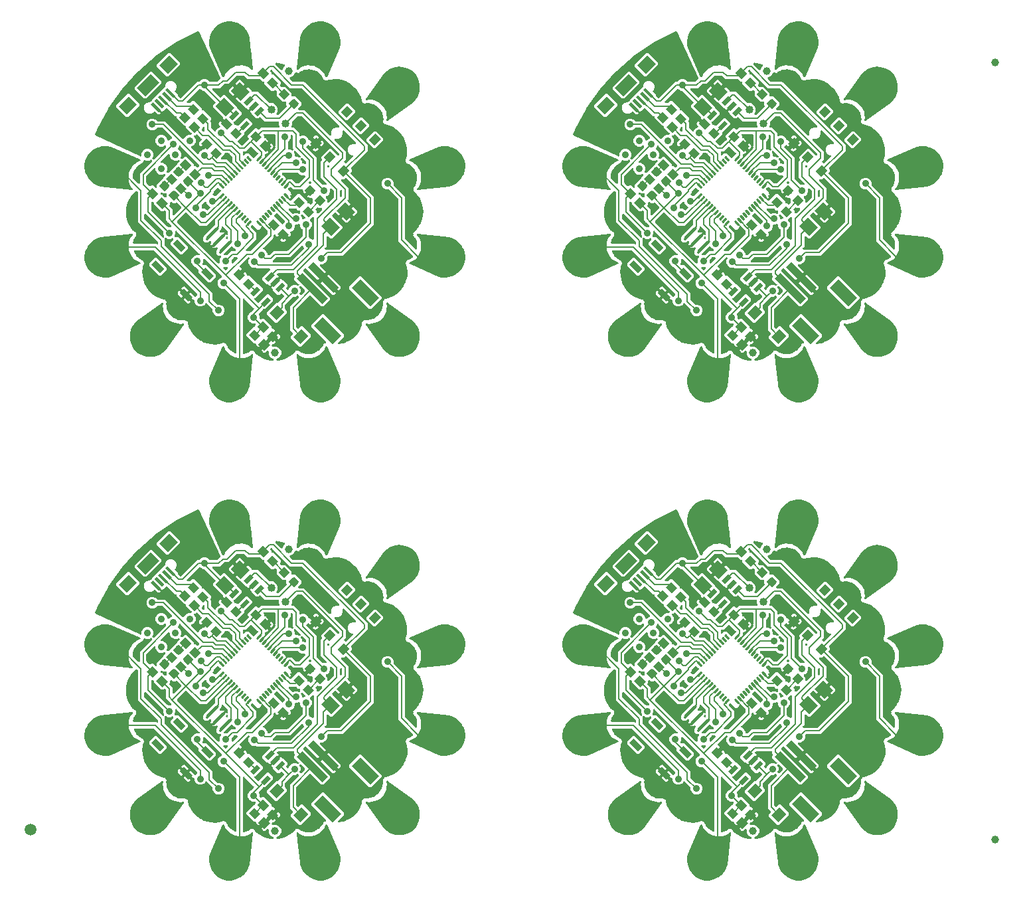
<source format=gtl>
G04 EAGLE Gerber RS-274X export*
G75*
%MOMM*%
%FSLAX34Y34*%
%LPD*%
%INTop Copper*%
%IPPOS*%
%AMOC8*
5,1,8,0,0,1.08239X$1,22.5*%
G01*
%ADD10C,4.064000*%
%ADD11C,0.255000*%
%ADD12R,0.550000X1.200000*%
%ADD13R,1.000000X4.600000*%
%ADD14R,3.400000X1.600000*%
%ADD15C,0.300000*%
%ADD16R,1.100000X1.000000*%
%ADD17R,1.000000X1.150000*%
%ADD18R,0.762000X1.524000*%
%ADD19R,1.600000X1.800000*%
%ADD20C,0.450000*%
%ADD21C,0.254000*%
%ADD22C,1.000000*%
%ADD23R,1.270000X1.470000*%
%ADD24R,1.500000X1.800000*%
%ADD25R,1.500000X2.500000*%
%ADD26R,0.400000X1.400000*%
%ADD27C,1.500000*%
%ADD28C,0.203200*%
%ADD29C,1.016000*%
%ADD30C,0.889000*%

G36*
X964337Y165764D02*
X964337Y165764D01*
X964453Y165762D01*
X964496Y165772D01*
X964539Y165775D01*
X964650Y165809D01*
X964762Y165836D01*
X964801Y165857D01*
X964842Y165870D01*
X964941Y165931D01*
X965044Y165985D01*
X965076Y166014D01*
X965113Y166037D01*
X965193Y166121D01*
X965279Y166199D01*
X965303Y166235D01*
X965333Y166267D01*
X965390Y166368D01*
X965454Y166465D01*
X965468Y166506D01*
X965489Y166544D01*
X965519Y166656D01*
X965557Y166766D01*
X965560Y166809D01*
X965572Y166851D01*
X965573Y166967D01*
X965582Y167083D01*
X965575Y167125D01*
X965575Y167169D01*
X965547Y167282D01*
X965528Y167396D01*
X965510Y167436D01*
X965499Y167478D01*
X965445Y167580D01*
X965397Y167686D01*
X965370Y167720D01*
X965349Y167758D01*
X965271Y167844D01*
X965198Y167934D01*
X965164Y167961D01*
X965134Y167993D01*
X965037Y168056D01*
X964944Y168126D01*
X964885Y168155D01*
X964868Y168166D01*
X964849Y168172D01*
X964800Y168197D01*
X962710Y169062D01*
X960446Y171326D01*
X959221Y174284D01*
X959221Y177301D01*
X959203Y177439D01*
X959190Y177578D01*
X959183Y177597D01*
X959181Y177617D01*
X959130Y177746D01*
X959083Y177877D01*
X959071Y177894D01*
X959064Y177913D01*
X958982Y178025D01*
X958904Y178140D01*
X958889Y178154D01*
X958877Y178170D01*
X958770Y178259D01*
X958666Y178351D01*
X958648Y178360D01*
X958632Y178373D01*
X958506Y178432D01*
X958382Y178495D01*
X958363Y178500D01*
X958344Y178508D01*
X958208Y178534D01*
X958072Y178565D01*
X958052Y178564D01*
X958032Y178568D01*
X957894Y178559D01*
X957754Y178555D01*
X957735Y178550D01*
X957715Y178548D01*
X957583Y178506D01*
X957449Y178467D01*
X957431Y178457D01*
X957412Y178450D01*
X957294Y178376D01*
X957175Y178305D01*
X957154Y178287D01*
X957143Y178280D01*
X957129Y178265D01*
X957054Y178199D01*
X955437Y176582D01*
X954858Y176247D01*
X954211Y176074D01*
X953542Y176074D01*
X952896Y176247D01*
X952317Y176582D01*
X949959Y178940D01*
X954421Y183402D01*
X954494Y183497D01*
X954572Y183586D01*
X954591Y183622D01*
X954616Y183654D01*
X954663Y183763D01*
X954717Y183869D01*
X954726Y183908D01*
X954742Y183945D01*
X954761Y184063D01*
X954787Y184179D01*
X954786Y184220D01*
X954792Y184260D01*
X954781Y184378D01*
X954777Y184497D01*
X954766Y184536D01*
X954762Y184576D01*
X954722Y184688D01*
X954689Y184803D01*
X954668Y184837D01*
X954654Y184875D01*
X954594Y184965D01*
X954617Y184947D01*
X954726Y184900D01*
X954832Y184846D01*
X954871Y184837D01*
X954909Y184821D01*
X955026Y184802D01*
X955142Y184776D01*
X955183Y184777D01*
X955223Y184771D01*
X955341Y184782D01*
X955460Y184786D01*
X955499Y184797D01*
X955539Y184801D01*
X955651Y184841D01*
X955766Y184874D01*
X955800Y184895D01*
X955839Y184908D01*
X955937Y184975D01*
X956040Y185036D01*
X956085Y185076D01*
X956102Y185087D01*
X956115Y185102D01*
X956160Y185142D01*
X961364Y190345D01*
X964300Y193281D01*
X968218Y189363D01*
X966213Y187358D01*
X965634Y187024D01*
X964988Y186850D01*
X964758Y186850D01*
X964640Y186835D01*
X964521Y186828D01*
X964483Y186816D01*
X964442Y186811D01*
X964332Y186767D01*
X964218Y186730D01*
X964184Y186708D01*
X964147Y186694D01*
X964050Y186624D01*
X963950Y186560D01*
X963922Y186530D01*
X963889Y186507D01*
X963813Y186415D01*
X963732Y186328D01*
X963712Y186293D01*
X963687Y186262D01*
X963636Y186154D01*
X963578Y186050D01*
X963568Y186011D01*
X963551Y185974D01*
X963529Y185857D01*
X963499Y185742D01*
X963495Y185682D01*
X963491Y185662D01*
X963492Y185641D01*
X963489Y185581D01*
X963489Y185351D01*
X963456Y185228D01*
X963448Y185172D01*
X963431Y185118D01*
X963426Y185015D01*
X963412Y184913D01*
X963419Y184856D01*
X963416Y184800D01*
X963437Y184699D01*
X963449Y184597D01*
X963469Y184544D01*
X963480Y184489D01*
X963526Y184396D01*
X963563Y184300D01*
X963595Y184254D01*
X963620Y184203D01*
X963687Y184124D01*
X963747Y184041D01*
X963790Y184004D01*
X963826Y183961D01*
X963911Y183902D01*
X963990Y183835D01*
X964040Y183810D01*
X964086Y183778D01*
X964183Y183741D01*
X964276Y183696D01*
X964331Y183685D01*
X964384Y183665D01*
X964487Y183654D01*
X964587Y183633D01*
X964644Y183636D01*
X964700Y183630D01*
X964802Y183644D01*
X964905Y183650D01*
X964959Y183667D01*
X965015Y183674D01*
X965167Y183727D01*
X965668Y183934D01*
X968871Y183934D01*
X971829Y182709D01*
X974093Y180445D01*
X975318Y177486D01*
X975318Y174284D01*
X974093Y171326D01*
X971829Y169062D01*
X969893Y168260D01*
X969797Y168206D01*
X969698Y168159D01*
X969660Y168127D01*
X969617Y168103D01*
X969538Y168026D01*
X969453Y167955D01*
X969424Y167916D01*
X969389Y167882D01*
X969331Y167788D01*
X969266Y167698D01*
X969248Y167652D01*
X969222Y167610D01*
X969190Y167505D01*
X969149Y167402D01*
X969143Y167353D01*
X969129Y167306D01*
X969124Y167196D01*
X969110Y167087D01*
X969116Y167038D01*
X969114Y166989D01*
X969136Y166881D01*
X969150Y166771D01*
X969168Y166725D01*
X969178Y166677D01*
X969226Y166578D01*
X969267Y166476D01*
X969296Y166436D01*
X969318Y166392D01*
X969389Y166307D01*
X969454Y166218D01*
X969492Y166187D01*
X969524Y166150D01*
X969614Y166086D01*
X969699Y166016D01*
X969744Y165995D01*
X969784Y165967D01*
X969887Y165927D01*
X969987Y165880D01*
X970035Y165871D01*
X970081Y165854D01*
X970191Y165842D01*
X970300Y165821D01*
X970376Y165821D01*
X970397Y165819D01*
X970415Y165821D01*
X970461Y165821D01*
X971405Y165882D01*
X971412Y165883D01*
X971418Y165883D01*
X971578Y165905D01*
X976131Y166836D01*
X976137Y166838D01*
X976144Y166839D01*
X976299Y166883D01*
X980681Y168429D01*
X980687Y168432D01*
X980694Y168434D01*
X980841Y168498D01*
X984970Y170631D01*
X984976Y170635D01*
X984982Y170637D01*
X985119Y170721D01*
X988917Y173400D01*
X988922Y173404D01*
X988928Y173407D01*
X989052Y173510D01*
X989271Y173714D01*
X990629Y174983D01*
X991987Y176252D01*
X992388Y176628D01*
X992463Y176717D01*
X992543Y176801D01*
X992578Y176856D01*
X992592Y176872D01*
X992600Y176890D01*
X992630Y176936D01*
X993101Y177780D01*
X993133Y177789D01*
X993255Y177841D01*
X993379Y177888D01*
X993401Y177903D01*
X993425Y177913D01*
X993531Y177994D01*
X993640Y178071D01*
X993666Y178097D01*
X993678Y178107D01*
X993691Y178124D01*
X993748Y178182D01*
X993753Y178187D01*
X993835Y178244D01*
X993867Y178277D01*
X995108Y178375D01*
X995152Y178384D01*
X995197Y178385D01*
X995355Y178419D01*
X996543Y178756D01*
X996628Y178708D01*
X996751Y178659D01*
X996873Y178604D01*
X996899Y178599D01*
X996923Y178589D01*
X997055Y178572D01*
X997186Y178549D01*
X997223Y178549D01*
X997238Y178547D01*
X997260Y178550D01*
X997347Y178551D01*
X997444Y178559D01*
X998383Y177757D01*
X998421Y177732D01*
X998453Y177701D01*
X998589Y177614D01*
X1001145Y176187D01*
X1001161Y176180D01*
X1001175Y176171D01*
X1001322Y176105D01*
X1004181Y175045D01*
X1004198Y175041D01*
X1004214Y175034D01*
X1004369Y174992D01*
X1007357Y174384D01*
X1007375Y174382D01*
X1007391Y174377D01*
X1007551Y174359D01*
X1010597Y174217D01*
X1010615Y174219D01*
X1010632Y174216D01*
X1010793Y174223D01*
X1013824Y174551D01*
X1013841Y174555D01*
X1013859Y174555D01*
X1014017Y174587D01*
X1016962Y175376D01*
X1016978Y175383D01*
X1016995Y175385D01*
X1017146Y175441D01*
X1019935Y176673D01*
X1019950Y176682D01*
X1019967Y176688D01*
X1020108Y176766D01*
X1022675Y178412D01*
X1022688Y178423D01*
X1022704Y178431D01*
X1022831Y178530D01*
X1025114Y180550D01*
X1025126Y180563D01*
X1025140Y180574D01*
X1025250Y180691D01*
X1027196Y183038D01*
X1027206Y183053D01*
X1027218Y183065D01*
X1027309Y183198D01*
X1028701Y185530D01*
X1028745Y185632D01*
X1028797Y185729D01*
X1028820Y185801D01*
X1028829Y185822D01*
X1028831Y185839D01*
X1028845Y185883D01*
X1029056Y186756D01*
X1029145Y186827D01*
X1029158Y186844D01*
X1029175Y186859D01*
X1029253Y186971D01*
X1029336Y187081D01*
X1029345Y187101D01*
X1029357Y187119D01*
X1029376Y187160D01*
X1029424Y187182D01*
X1029547Y187258D01*
X1029671Y187330D01*
X1029682Y187341D01*
X1029694Y187349D01*
X1029794Y187452D01*
X1029897Y187554D01*
X1029909Y187571D01*
X1029915Y187578D01*
X1029924Y187593D01*
X1029988Y187687D01*
X1030010Y187723D01*
X1030981Y187968D01*
X1031083Y188009D01*
X1031189Y188041D01*
X1031256Y188076D01*
X1031277Y188084D01*
X1031291Y188094D01*
X1031331Y188116D01*
X1032242Y188672D01*
X1032328Y188741D01*
X1032419Y188803D01*
X1032452Y188840D01*
X1032490Y188871D01*
X1032557Y188959D01*
X1032629Y189041D01*
X1032652Y189085D01*
X1032682Y189125D01*
X1032724Y189226D01*
X1032774Y189324D01*
X1032785Y189373D01*
X1032804Y189418D01*
X1032820Y189527D01*
X1032844Y189635D01*
X1032842Y189684D01*
X1032849Y189733D01*
X1032837Y189842D01*
X1032834Y189952D01*
X1032820Y190000D01*
X1032815Y190049D01*
X1032776Y190152D01*
X1032746Y190258D01*
X1032721Y190300D01*
X1032703Y190347D01*
X1032640Y190437D01*
X1032584Y190532D01*
X1032533Y190590D01*
X1032521Y190607D01*
X1032508Y190619D01*
X1032478Y190653D01*
X1013930Y209200D01*
X1013930Y211726D01*
X1027030Y224825D01*
X1029556Y224825D01*
X1055383Y198998D01*
X1055383Y196472D01*
X1047815Y188904D01*
X1047759Y188832D01*
X1047696Y188766D01*
X1047662Y188707D01*
X1047620Y188653D01*
X1047584Y188569D01*
X1047539Y188490D01*
X1047521Y188424D01*
X1047494Y188361D01*
X1047480Y188271D01*
X1047456Y188183D01*
X1047455Y188115D01*
X1047444Y188047D01*
X1047453Y187956D01*
X1047451Y187865D01*
X1047467Y187798D01*
X1047474Y187730D01*
X1047505Y187644D01*
X1047526Y187556D01*
X1047558Y187496D01*
X1047581Y187431D01*
X1047633Y187356D01*
X1047676Y187275D01*
X1047722Y187225D01*
X1047760Y187168D01*
X1047828Y187108D01*
X1047890Y187040D01*
X1047947Y187003D01*
X1047999Y186957D01*
X1048080Y186916D01*
X1048156Y186866D01*
X1048221Y186844D01*
X1048282Y186813D01*
X1048371Y186793D01*
X1048457Y186763D01*
X1048525Y186758D01*
X1048592Y186743D01*
X1048683Y186746D01*
X1048774Y186739D01*
X1048893Y186752D01*
X1048910Y186753D01*
X1048918Y186755D01*
X1048934Y186757D01*
X1053094Y187494D01*
X1053100Y187496D01*
X1053107Y187497D01*
X1053263Y187537D01*
X1057685Y188967D01*
X1057691Y188970D01*
X1057697Y188971D01*
X1057846Y189032D01*
X1062030Y191055D01*
X1062036Y191059D01*
X1062042Y191061D01*
X1062182Y191142D01*
X1066049Y193719D01*
X1066054Y193723D01*
X1066060Y193727D01*
X1066187Y193825D01*
X1069664Y196908D01*
X1069668Y196913D01*
X1069674Y196917D01*
X1069786Y197033D01*
X1072808Y200563D01*
X1072812Y200569D01*
X1072817Y200573D01*
X1072912Y200703D01*
X1074483Y203151D01*
X1074483Y203152D01*
X1075422Y204614D01*
X1075425Y204620D01*
X1075429Y204626D01*
X1075506Y204767D01*
X1077456Y208986D01*
X1077458Y208992D01*
X1077461Y208998D01*
X1077518Y209149D01*
X1078083Y211004D01*
X1078084Y211015D01*
X1078089Y211025D01*
X1078111Y211171D01*
X1078136Y211317D01*
X1078135Y211328D01*
X1078137Y211339D01*
X1078123Y211486D01*
X1078111Y211634D01*
X1078107Y211645D01*
X1078106Y211656D01*
X1078055Y211794D01*
X1078007Y211935D01*
X1078001Y211944D01*
X1077997Y211954D01*
X1077994Y211959D01*
X1078222Y213187D01*
X1078224Y213232D01*
X1078235Y213276D01*
X1078243Y213437D01*
X1078225Y214672D01*
X1078293Y214741D01*
X1078373Y214847D01*
X1078457Y214950D01*
X1078468Y214974D01*
X1078484Y214995D01*
X1078535Y215118D01*
X1078591Y215239D01*
X1078600Y215275D01*
X1078606Y215289D01*
X1078609Y215310D01*
X1078630Y215395D01*
X1078648Y215491D01*
X1079666Y216190D01*
X1079700Y216220D01*
X1079738Y216244D01*
X1079857Y216352D01*
X1080718Y217238D01*
X1080815Y217239D01*
X1080947Y217258D01*
X1081079Y217271D01*
X1081104Y217280D01*
X1081130Y217283D01*
X1081253Y217334D01*
X1081378Y217380D01*
X1081410Y217399D01*
X1081424Y217405D01*
X1081442Y217418D01*
X1081516Y217462D01*
X1081596Y217517D01*
X1082174Y217411D01*
X1082201Y217409D01*
X1082228Y217402D01*
X1082360Y217400D01*
X1082491Y217392D01*
X1082519Y217398D01*
X1082528Y217397D01*
X1082758Y217328D01*
X1082872Y217308D01*
X1082985Y217281D01*
X1083051Y217277D01*
X1083071Y217274D01*
X1083091Y217275D01*
X1083146Y217273D01*
X1085987Y217314D01*
X1086004Y217316D01*
X1086022Y217315D01*
X1086182Y217331D01*
X1089188Y217843D01*
X1089205Y217848D01*
X1089222Y217850D01*
X1089378Y217891D01*
X1092270Y218858D01*
X1092285Y218866D01*
X1092302Y218870D01*
X1092450Y218934D01*
X1095158Y220334D01*
X1095173Y220344D01*
X1095189Y220351D01*
X1095325Y220437D01*
X1097786Y222237D01*
X1097799Y222249D01*
X1097814Y222257D01*
X1097935Y222364D01*
X1100091Y224520D01*
X1100102Y224534D01*
X1100115Y224545D01*
X1100218Y224668D01*
X1102018Y227130D01*
X1102026Y227145D01*
X1102038Y227158D01*
X1102121Y227296D01*
X1103521Y230005D01*
X1103527Y230022D01*
X1103536Y230036D01*
X1103597Y230185D01*
X1104564Y233077D01*
X1104567Y233094D01*
X1104575Y233110D01*
X1104612Y233267D01*
X1105123Y236273D01*
X1105124Y236290D01*
X1105129Y236307D01*
X1105141Y236468D01*
X1105184Y239445D01*
X1105181Y239479D01*
X1105183Y239512D01*
X1105167Y239672D01*
X1104956Y240940D01*
X1104980Y240975D01*
X1105049Y241102D01*
X1105120Y241227D01*
X1105124Y241242D01*
X1105131Y241255D01*
X1105166Y241395D01*
X1105204Y241534D01*
X1105206Y241555D01*
X1105208Y241564D01*
X1105208Y241581D01*
X1105217Y241694D01*
X1105217Y241737D01*
X1106139Y242633D01*
X1106160Y242659D01*
X1106186Y242681D01*
X1106288Y242805D01*
X1106614Y243261D01*
X1106616Y243267D01*
X1106695Y243392D01*
X1106960Y243877D01*
X1106976Y243882D01*
X1107062Y243934D01*
X1107152Y243977D01*
X1107198Y244016D01*
X1107249Y244046D01*
X1107319Y244118D01*
X1107362Y244154D01*
X1107387Y244158D01*
X1107524Y244199D01*
X1107644Y244232D01*
X1107696Y244231D01*
X1107731Y244235D01*
X1107766Y244232D01*
X1107926Y244249D01*
X1108825Y244400D01*
X1108833Y244403D01*
X1108973Y244434D01*
X1113479Y245762D01*
X1113485Y245765D01*
X1113491Y245766D01*
X1113642Y245823D01*
X1117878Y247735D01*
X1117884Y247739D01*
X1117890Y247741D01*
X1118031Y247818D01*
X1121965Y250293D01*
X1121970Y250297D01*
X1121976Y250300D01*
X1122106Y250395D01*
X1125663Y253386D01*
X1125667Y253391D01*
X1125673Y253394D01*
X1125788Y253507D01*
X1128902Y256957D01*
X1128906Y256962D01*
X1128911Y256967D01*
X1129010Y257094D01*
X1131621Y260938D01*
X1131624Y260944D01*
X1131629Y260949D01*
X1131709Y261088D01*
X1133769Y265254D01*
X1133772Y265260D01*
X1133775Y265266D01*
X1133836Y265415D01*
X1135306Y269824D01*
X1135307Y269830D01*
X1135310Y269836D01*
X1135349Y269992D01*
X1136201Y274561D01*
X1136202Y274568D01*
X1136204Y274574D01*
X1136221Y274734D01*
X1136439Y279376D01*
X1136439Y279383D01*
X1136440Y279390D01*
X1136435Y279550D01*
X1136015Y284178D01*
X1136014Y284185D01*
X1136014Y284192D01*
X1135987Y284351D01*
X1135244Y287555D01*
X1135204Y287663D01*
X1135171Y287775D01*
X1135141Y287833D01*
X1135134Y287853D01*
X1135122Y287869D01*
X1135097Y287918D01*
X1134466Y288976D01*
X1134490Y289071D01*
X1134506Y289202D01*
X1134527Y289334D01*
X1134525Y289360D01*
X1134528Y289386D01*
X1134511Y289518D01*
X1134499Y289650D01*
X1134489Y289686D01*
X1134487Y289702D01*
X1134479Y289722D01*
X1134455Y289805D01*
X1134397Y289971D01*
X1134400Y290027D01*
X1134417Y290125D01*
X1134411Y290185D01*
X1134415Y290245D01*
X1134397Y290343D01*
X1134389Y290442D01*
X1134374Y290494D01*
X1134376Y290500D01*
X1134417Y290625D01*
X1134419Y290653D01*
X1134426Y290680D01*
X1134430Y290811D01*
X1134438Y290942D01*
X1134433Y290970D01*
X1134434Y290976D01*
X1135225Y292246D01*
X1135231Y292258D01*
X1135294Y292371D01*
X1135303Y292390D01*
X1135317Y292433D01*
X1135338Y292472D01*
X1135381Y292605D01*
X1135411Y292640D01*
X1135429Y292673D01*
X1135438Y292685D01*
X1135447Y292705D01*
X1135489Y292781D01*
X1135943Y293733D01*
X1136056Y293790D01*
X1136077Y293808D01*
X1136101Y293822D01*
X1136196Y293912D01*
X1136296Y293999D01*
X1136311Y294022D01*
X1136316Y294026D01*
X1137774Y294365D01*
X1137787Y294369D01*
X1137911Y294405D01*
X1139552Y294986D01*
X1139592Y295006D01*
X1139635Y295019D01*
X1139778Y295092D01*
X1139867Y295146D01*
X1139881Y295156D01*
X1139897Y295164D01*
X1140027Y295258D01*
X1142374Y297205D01*
X1142386Y297217D01*
X1142401Y297227D01*
X1142515Y297341D01*
X1143075Y297974D01*
X1143121Y298041D01*
X1143174Y298101D01*
X1143210Y298172D01*
X1143255Y298237D01*
X1143282Y298313D01*
X1143319Y298384D01*
X1143336Y298462D01*
X1143363Y298536D01*
X1143371Y298616D01*
X1143388Y298695D01*
X1143386Y298774D01*
X1143394Y298852D01*
X1143381Y298932D01*
X1143379Y299013D01*
X1143357Y299089D01*
X1143344Y299167D01*
X1143313Y299241D01*
X1143290Y299318D01*
X1143250Y299386D01*
X1143219Y299459D01*
X1143170Y299523D01*
X1143129Y299592D01*
X1143026Y299708D01*
X1143025Y299711D01*
X1143024Y299711D01*
X1143022Y299713D01*
X1124849Y317886D01*
X1124849Y371242D01*
X1124837Y371340D01*
X1124834Y371439D01*
X1124817Y371497D01*
X1124810Y371557D01*
X1124773Y371649D01*
X1124746Y371744D01*
X1124715Y371796D01*
X1124692Y371853D01*
X1124634Y371933D01*
X1124584Y372018D01*
X1124518Y372094D01*
X1124506Y372110D01*
X1124496Y372118D01*
X1124478Y372139D01*
X1113071Y383546D01*
X1112992Y383607D01*
X1112920Y383675D01*
X1112867Y383704D01*
X1112819Y383741D01*
X1112728Y383780D01*
X1112642Y383828D01*
X1112583Y383843D01*
X1112528Y383867D01*
X1112430Y383883D01*
X1112334Y383908D01*
X1112234Y383914D01*
X1112213Y383917D01*
X1112201Y383916D01*
X1112173Y383918D01*
X1109463Y383918D01*
X1106709Y385059D01*
X1104601Y387167D01*
X1103460Y389921D01*
X1103460Y392902D01*
X1104601Y395656D01*
X1106709Y397764D01*
X1109463Y398905D01*
X1112444Y398905D01*
X1115198Y397764D01*
X1117306Y395656D01*
X1118447Y392902D01*
X1118447Y390192D01*
X1118460Y390094D01*
X1118463Y389995D01*
X1118480Y389936D01*
X1118487Y389876D01*
X1118524Y389784D01*
X1118551Y389689D01*
X1118582Y389637D01*
X1118604Y389581D01*
X1118662Y389501D01*
X1118713Y389415D01*
X1118779Y389340D01*
X1118791Y389323D01*
X1118800Y389316D01*
X1118819Y389294D01*
X1132979Y375135D01*
X1132979Y321779D01*
X1132991Y321681D01*
X1132994Y321582D01*
X1133011Y321523D01*
X1133019Y321463D01*
X1133055Y321371D01*
X1133083Y321276D01*
X1133113Y321224D01*
X1133136Y321168D01*
X1133194Y321088D01*
X1133244Y321002D01*
X1133311Y320927D01*
X1133323Y320910D01*
X1133332Y320903D01*
X1133351Y320881D01*
X1146355Y307876D01*
X1146412Y307833D01*
X1146461Y307782D01*
X1146537Y307736D01*
X1146607Y307681D01*
X1146672Y307653D01*
X1146733Y307616D01*
X1146817Y307590D01*
X1146899Y307555D01*
X1146969Y307544D01*
X1147037Y307523D01*
X1147125Y307519D01*
X1147213Y307505D01*
X1147284Y307512D01*
X1147355Y307509D01*
X1147441Y307527D01*
X1147529Y307535D01*
X1147596Y307559D01*
X1147666Y307574D01*
X1147745Y307613D01*
X1147829Y307643D01*
X1147888Y307683D01*
X1147951Y307714D01*
X1148018Y307772D01*
X1148092Y307821D01*
X1148139Y307875D01*
X1148193Y307921D01*
X1148244Y307993D01*
X1148302Y308060D01*
X1148335Y308123D01*
X1148375Y308181D01*
X1148407Y308264D01*
X1148447Y308343D01*
X1148462Y308412D01*
X1148487Y308479D01*
X1148515Y308638D01*
X1148842Y311662D01*
X1148841Y311680D01*
X1148845Y311697D01*
X1148848Y311858D01*
X1148706Y314904D01*
X1148703Y314921D01*
X1148704Y314938D01*
X1148681Y315098D01*
X1148073Y318086D01*
X1148068Y318102D01*
X1148066Y318119D01*
X1148020Y318274D01*
X1146960Y321133D01*
X1146952Y321148D01*
X1146947Y321165D01*
X1146878Y321310D01*
X1146589Y321827D01*
X1146557Y321872D01*
X1146532Y321921D01*
X1146463Y321999D01*
X1146401Y322084D01*
X1146358Y322118D01*
X1146322Y322159D01*
X1146236Y322218D01*
X1146154Y322285D01*
X1146105Y322308D01*
X1146059Y322339D01*
X1145994Y322362D01*
X1145731Y322680D01*
X1145731Y322681D01*
X1145003Y323562D01*
X1144997Y323567D01*
X1144899Y323673D01*
X1143825Y324695D01*
X1143822Y324713D01*
X1143801Y324847D01*
X1143792Y324868D01*
X1143788Y324891D01*
X1143730Y325015D01*
X1143677Y325140D01*
X1143663Y325158D01*
X1143653Y325179D01*
X1143649Y325185D01*
X1143788Y326647D01*
X1143787Y326655D01*
X1143793Y326798D01*
X1143756Y328280D01*
X1143766Y328295D01*
X1143847Y328405D01*
X1143855Y328426D01*
X1143868Y328445D01*
X1143915Y328574D01*
X1143966Y328700D01*
X1143969Y328722D01*
X1143977Y328744D01*
X1143978Y328752D01*
X1145109Y329687D01*
X1145115Y329693D01*
X1145220Y329791D01*
X1148459Y333193D01*
X1148463Y333199D01*
X1148468Y333203D01*
X1148570Y333328D01*
X1151282Y337102D01*
X1151285Y337108D01*
X1151289Y337113D01*
X1151373Y337250D01*
X1153542Y341360D01*
X1153545Y341366D01*
X1153549Y341372D01*
X1153613Y341519D01*
X1155199Y345888D01*
X1155200Y345894D01*
X1155203Y345900D01*
X1155247Y346055D01*
X1156218Y350600D01*
X1156219Y350606D01*
X1156221Y350613D01*
X1156243Y350772D01*
X1156583Y355407D01*
X1156583Y355414D01*
X1156584Y355420D01*
X1156584Y355581D01*
X1156285Y360219D01*
X1156284Y360226D01*
X1156284Y360232D01*
X1156262Y360392D01*
X1155331Y364945D01*
X1155329Y364951D01*
X1155328Y364958D01*
X1155284Y365113D01*
X1153738Y369495D01*
X1153735Y369501D01*
X1153733Y369508D01*
X1153669Y369655D01*
X1151536Y373784D01*
X1151532Y373790D01*
X1151530Y373796D01*
X1151446Y373933D01*
X1148767Y377731D01*
X1148763Y377736D01*
X1148760Y377742D01*
X1148657Y377866D01*
X1146051Y380655D01*
X1145962Y380729D01*
X1145878Y380809D01*
X1145823Y380845D01*
X1145807Y380858D01*
X1145789Y380866D01*
X1145743Y380896D01*
X1144980Y381322D01*
X1144953Y381416D01*
X1144901Y381538D01*
X1144854Y381662D01*
X1144839Y381684D01*
X1144829Y381708D01*
X1144748Y381814D01*
X1144672Y381923D01*
X1144645Y381949D01*
X1144636Y381961D01*
X1144619Y381974D01*
X1144556Y382035D01*
X1144241Y382304D01*
X1144221Y382335D01*
X1144214Y382342D01*
X1144195Y382370D01*
X1144190Y382374D01*
X1144187Y382386D01*
X1144160Y382515D01*
X1144148Y382540D01*
X1144141Y382567D01*
X1144078Y382682D01*
X1144020Y382800D01*
X1144002Y382822D01*
X1143999Y382827D01*
X1144050Y384323D01*
X1144048Y384336D01*
X1144046Y384465D01*
X1144040Y384547D01*
X1144031Y384591D01*
X1144030Y384637D01*
X1143996Y384794D01*
X1143970Y384885D01*
X1143993Y385015D01*
X1143992Y385053D01*
X1143994Y385068D01*
X1143992Y385090D01*
X1143990Y385176D01*
X1143928Y385969D01*
X1143997Y386075D01*
X1144006Y386101D01*
X1144021Y386125D01*
X1144058Y386252D01*
X1144100Y386376D01*
X1144103Y386404D01*
X1144104Y386410D01*
X1144680Y386948D01*
X1145198Y387432D01*
X1145206Y387442D01*
X1145296Y387535D01*
X1145950Y388301D01*
X1145975Y388339D01*
X1146006Y388371D01*
X1146059Y388454D01*
X1146066Y388462D01*
X1146070Y388471D01*
X1146093Y388507D01*
X1146573Y389366D01*
X1146579Y389382D01*
X1146589Y389396D01*
X1146655Y389543D01*
X1147715Y392402D01*
X1147719Y392419D01*
X1147726Y392435D01*
X1147768Y392590D01*
X1148376Y395578D01*
X1148378Y395596D01*
X1148383Y395612D01*
X1148400Y395772D01*
X1148542Y398818D01*
X1148541Y398836D01*
X1148544Y398853D01*
X1148537Y399014D01*
X1148209Y402045D01*
X1148205Y402062D01*
X1148205Y402080D01*
X1148173Y402238D01*
X1147384Y405183D01*
X1147377Y405199D01*
X1147374Y405216D01*
X1147319Y405367D01*
X1146087Y408156D01*
X1146078Y408171D01*
X1146072Y408188D01*
X1145994Y408329D01*
X1144348Y410896D01*
X1144337Y410909D01*
X1144329Y410925D01*
X1144230Y411052D01*
X1142210Y413335D01*
X1142197Y413347D01*
X1142186Y413361D01*
X1142069Y413471D01*
X1139722Y415417D01*
X1139707Y415427D01*
X1139695Y415439D01*
X1139562Y415530D01*
X1138761Y416008D01*
X1138730Y416022D01*
X1138701Y416042D01*
X1138554Y416108D01*
X1137293Y416577D01*
X1137285Y416579D01*
X1137148Y416622D01*
X1135707Y416970D01*
X1135696Y416983D01*
X1135611Y417089D01*
X1135592Y417103D01*
X1135577Y417121D01*
X1135465Y417199D01*
X1135357Y417281D01*
X1135335Y417290D01*
X1135316Y417303D01*
X1135309Y417306D01*
X1134699Y418641D01*
X1134694Y418648D01*
X1134627Y418775D01*
X1133854Y420040D01*
X1133856Y420058D01*
X1133871Y420193D01*
X1133868Y420216D01*
X1133869Y420239D01*
X1133846Y420373D01*
X1133827Y420508D01*
X1133818Y420530D01*
X1133814Y420552D01*
X1133811Y420560D01*
X1134053Y421209D01*
X1134086Y421349D01*
X1134122Y421487D01*
X1134122Y421503D01*
X1134126Y421519D01*
X1134123Y421637D01*
X1134255Y421858D01*
X1134300Y421960D01*
X1134352Y422057D01*
X1134374Y422130D01*
X1134383Y422150D01*
X1134386Y422167D01*
X1134399Y422211D01*
X1135470Y426646D01*
X1135471Y426653D01*
X1135474Y426659D01*
X1135500Y426818D01*
X1135961Y431442D01*
X1135961Y431449D01*
X1135963Y431456D01*
X1135967Y431617D01*
X1135790Y436260D01*
X1135789Y436267D01*
X1135790Y436274D01*
X1135772Y436434D01*
X1134960Y441010D01*
X1134958Y441016D01*
X1134958Y441023D01*
X1134918Y441179D01*
X1133488Y445600D01*
X1133485Y445606D01*
X1133483Y445613D01*
X1133423Y445762D01*
X1131400Y449946D01*
X1131396Y449952D01*
X1131394Y449958D01*
X1131313Y450097D01*
X1128736Y453964D01*
X1128731Y453969D01*
X1128728Y453975D01*
X1128629Y454102D01*
X1125546Y457580D01*
X1125541Y457584D01*
X1125537Y457590D01*
X1125422Y457702D01*
X1121892Y460724D01*
X1121886Y460728D01*
X1121881Y460733D01*
X1121752Y460828D01*
X1117841Y463338D01*
X1117834Y463340D01*
X1117829Y463345D01*
X1117688Y463421D01*
X1113469Y465371D01*
X1113463Y465373D01*
X1113457Y465377D01*
X1113306Y465434D01*
X1108794Y466807D01*
X1108780Y466810D01*
X1108655Y466841D01*
X1107172Y467116D01*
X1107087Y467211D01*
X1107064Y467226D01*
X1107045Y467246D01*
X1106933Y467315D01*
X1106823Y467388D01*
X1106797Y467397D01*
X1106792Y467401D01*
X1106088Y468721D01*
X1106080Y468732D01*
X1106014Y468843D01*
X1105159Y470086D01*
X1105166Y470213D01*
X1105161Y470240D01*
X1105161Y470268D01*
X1105130Y470396D01*
X1105105Y470525D01*
X1105093Y470550D01*
X1105092Y470556D01*
X1105527Y471987D01*
X1105530Y472001D01*
X1105561Y472126D01*
X1105690Y472823D01*
X1105693Y472868D01*
X1105703Y472912D01*
X1105711Y473073D01*
X1105687Y474754D01*
X1105685Y474771D01*
X1105686Y474789D01*
X1105669Y474949D01*
X1105157Y477955D01*
X1105152Y477972D01*
X1105151Y477989D01*
X1105110Y478144D01*
X1104143Y481036D01*
X1104135Y481052D01*
X1104131Y481069D01*
X1104066Y481216D01*
X1102666Y483925D01*
X1102657Y483939D01*
X1102650Y483956D01*
X1102564Y484091D01*
X1100764Y486553D01*
X1100752Y486566D01*
X1100743Y486581D01*
X1100637Y486702D01*
X1098481Y488858D01*
X1098467Y488869D01*
X1098456Y488882D01*
X1098332Y488985D01*
X1095870Y490785D01*
X1095855Y490793D01*
X1095842Y490805D01*
X1095704Y490887D01*
X1092995Y492287D01*
X1092979Y492293D01*
X1092964Y492303D01*
X1092815Y492364D01*
X1089923Y493331D01*
X1089906Y493334D01*
X1089890Y493341D01*
X1089734Y493378D01*
X1086728Y493890D01*
X1086710Y493891D01*
X1086693Y493896D01*
X1086533Y493908D01*
X1084049Y493944D01*
X1084015Y493940D01*
X1083980Y493943D01*
X1083820Y493926D01*
X1083611Y493891D01*
X1083603Y493889D01*
X1083463Y493857D01*
X1082041Y493438D01*
X1082024Y493444D01*
X1081897Y493493D01*
X1081874Y493496D01*
X1081852Y493504D01*
X1081717Y493515D01*
X1081582Y493532D01*
X1081559Y493529D01*
X1081536Y493531D01*
X1081528Y493530D01*
X1080332Y494381D01*
X1080324Y494385D01*
X1080203Y494462D01*
X1078901Y495171D01*
X1078894Y495187D01*
X1078839Y495311D01*
X1078825Y495330D01*
X1078815Y495351D01*
X1078727Y495455D01*
X1078643Y495562D01*
X1078625Y495576D01*
X1078610Y495594D01*
X1078604Y495599D01*
X1078360Y497046D01*
X1078357Y497054D01*
X1078326Y497194D01*
X1076998Y501700D01*
X1076995Y501706D01*
X1076994Y501713D01*
X1076937Y501863D01*
X1075025Y506099D01*
X1075021Y506104D01*
X1075019Y506111D01*
X1074942Y506252D01*
X1072468Y510186D01*
X1072463Y510191D01*
X1072460Y510197D01*
X1072365Y510326D01*
X1069374Y513884D01*
X1069369Y513888D01*
X1069366Y513894D01*
X1069253Y514009D01*
X1065803Y517123D01*
X1065798Y517127D01*
X1065793Y517132D01*
X1065666Y517231D01*
X1061822Y519842D01*
X1061816Y519845D01*
X1061811Y519850D01*
X1061672Y519930D01*
X1057506Y521990D01*
X1057500Y521993D01*
X1057494Y521996D01*
X1057345Y522057D01*
X1052937Y523527D01*
X1052930Y523528D01*
X1052924Y523531D01*
X1052768Y523570D01*
X1048199Y524422D01*
X1048192Y524423D01*
X1048186Y524425D01*
X1048026Y524442D01*
X1043384Y524660D01*
X1043377Y524660D01*
X1043371Y524661D01*
X1043210Y524656D01*
X1038582Y524236D01*
X1038575Y524235D01*
X1038568Y524235D01*
X1038409Y524208D01*
X1035205Y523465D01*
X1035096Y523425D01*
X1034985Y523392D01*
X1034927Y523362D01*
X1034907Y523355D01*
X1034891Y523343D01*
X1034842Y523318D01*
X1033784Y522687D01*
X1033689Y522711D01*
X1033557Y522727D01*
X1033426Y522748D01*
X1033400Y522746D01*
X1033374Y522749D01*
X1033242Y522732D01*
X1033110Y522721D01*
X1033074Y522710D01*
X1033058Y522708D01*
X1033038Y522700D01*
X1032955Y522676D01*
X1032789Y522618D01*
X1032733Y522621D01*
X1032635Y522638D01*
X1032575Y522632D01*
X1032514Y522636D01*
X1032417Y522618D01*
X1032318Y522610D01*
X1032266Y522595D01*
X1032260Y522597D01*
X1032135Y522638D01*
X1032107Y522640D01*
X1032080Y522647D01*
X1031949Y522651D01*
X1031818Y522660D01*
X1031790Y522654D01*
X1031784Y522655D01*
X1030514Y523446D01*
X1030502Y523452D01*
X1030389Y523515D01*
X1030370Y523524D01*
X1030327Y523538D01*
X1030288Y523559D01*
X1030155Y523602D01*
X1030120Y523632D01*
X1030087Y523650D01*
X1030075Y523659D01*
X1030055Y523668D01*
X1029979Y523710D01*
X1029027Y524164D01*
X1028970Y524277D01*
X1028952Y524298D01*
X1028938Y524322D01*
X1028848Y524417D01*
X1028761Y524517D01*
X1028738Y524533D01*
X1028734Y524537D01*
X1028395Y525995D01*
X1028391Y526008D01*
X1028355Y526132D01*
X1027774Y527772D01*
X1027754Y527812D01*
X1027741Y527855D01*
X1027668Y527999D01*
X1027615Y528088D01*
X1027604Y528102D01*
X1027596Y528118D01*
X1027502Y528248D01*
X1027459Y528299D01*
X1026407Y529568D01*
X1025555Y530595D01*
X1025543Y530607D01*
X1025533Y530622D01*
X1025419Y530736D01*
X1023136Y532756D01*
X1023121Y532766D01*
X1023110Y532779D01*
X1022980Y532874D01*
X1020413Y534520D01*
X1020397Y534528D01*
X1020384Y534539D01*
X1020241Y534613D01*
X1017452Y535845D01*
X1017435Y535850D01*
X1017420Y535859D01*
X1017267Y535910D01*
X1014322Y536699D01*
X1014305Y536702D01*
X1014288Y536708D01*
X1014130Y536735D01*
X1011098Y537063D01*
X1011080Y537062D01*
X1011063Y537066D01*
X1010902Y537069D01*
X1007856Y536927D01*
X1007839Y536924D01*
X1007822Y536925D01*
X1007662Y536903D01*
X1004674Y536294D01*
X1004658Y536289D01*
X1004641Y536287D01*
X1004486Y536241D01*
X1001627Y535181D01*
X1001612Y535173D01*
X1001595Y535169D01*
X1001450Y535099D01*
X998849Y533647D01*
X998822Y533628D01*
X998792Y533613D01*
X998662Y533519D01*
X997669Y532702D01*
X997627Y532706D01*
X997483Y532702D01*
X997338Y532701D01*
X997324Y532697D01*
X997309Y532697D01*
X997170Y532657D01*
X997031Y532620D01*
X997012Y532612D01*
X997003Y532609D01*
X996988Y532600D01*
X996885Y532551D01*
X996848Y532530D01*
X995701Y532856D01*
X995592Y532872D01*
X995484Y532897D01*
X995408Y532900D01*
X995386Y532903D01*
X995369Y532902D01*
X995323Y532903D01*
X993835Y532866D01*
X993822Y532864D01*
X993808Y532865D01*
X993664Y532840D01*
X993521Y532819D01*
X993508Y532813D01*
X993495Y532811D01*
X993362Y532751D01*
X993228Y532694D01*
X993217Y532686D01*
X993205Y532680D01*
X993091Y532589D01*
X992975Y532501D01*
X992967Y532490D01*
X992956Y532482D01*
X992868Y532365D01*
X992779Y532251D01*
X992773Y532239D01*
X992765Y532228D01*
X992694Y532083D01*
X992053Y530536D01*
X989789Y528272D01*
X987050Y527138D01*
X987007Y527113D01*
X986960Y527096D01*
X986869Y527034D01*
X986774Y526980D01*
X986738Y526945D01*
X986697Y526917D01*
X986624Y526835D01*
X986545Y526759D01*
X986519Y526716D01*
X986486Y526679D01*
X986436Y526581D01*
X986379Y526488D01*
X986364Y526440D01*
X986342Y526396D01*
X986318Y526289D01*
X986285Y526184D01*
X986283Y526134D01*
X986272Y526086D01*
X986275Y525976D01*
X986270Y525866D01*
X986280Y525817D01*
X986282Y525768D01*
X986312Y525662D01*
X986335Y525555D01*
X986356Y525510D01*
X986370Y525462D01*
X986426Y525368D01*
X986474Y525269D01*
X986507Y525231D01*
X986532Y525188D01*
X986638Y525067D01*
X990134Y521572D01*
X990212Y521511D01*
X990284Y521443D01*
X990337Y521414D01*
X990385Y521377D01*
X990476Y521337D01*
X990563Y521289D01*
X990621Y521274D01*
X990677Y521250D01*
X990775Y521235D01*
X990871Y521210D01*
X990971Y521204D01*
X990991Y521200D01*
X991004Y521202D01*
X991032Y521200D01*
X1004874Y521200D01*
X1085383Y440691D01*
X1085383Y432501D01*
X1082631Y429748D01*
X1064767Y411884D01*
X1064694Y411790D01*
X1064615Y411701D01*
X1064597Y411665D01*
X1064572Y411633D01*
X1064525Y411524D01*
X1064471Y411418D01*
X1064462Y411379D01*
X1064446Y411341D01*
X1064427Y411224D01*
X1064401Y411108D01*
X1064402Y411067D01*
X1064396Y411027D01*
X1064407Y410909D01*
X1064411Y410790D01*
X1064422Y410751D01*
X1064426Y410711D01*
X1064466Y410599D01*
X1064499Y410484D01*
X1064520Y410449D01*
X1064533Y410411D01*
X1064600Y410313D01*
X1064661Y410210D01*
X1064701Y410165D01*
X1064712Y410148D01*
X1064727Y410135D01*
X1064767Y410089D01*
X1065424Y409433D01*
X1065424Y406907D01*
X1064237Y405720D01*
X1064164Y405626D01*
X1064085Y405537D01*
X1064067Y405501D01*
X1064042Y405469D01*
X1063995Y405359D01*
X1063941Y405253D01*
X1063932Y405214D01*
X1063916Y405177D01*
X1063897Y405059D01*
X1063871Y404943D01*
X1063872Y404903D01*
X1063866Y404863D01*
X1063877Y404744D01*
X1063881Y404625D01*
X1063892Y404586D01*
X1063896Y404546D01*
X1063936Y404434D01*
X1063969Y404320D01*
X1063989Y404285D01*
X1064003Y404247D01*
X1064070Y404148D01*
X1064131Y404046D01*
X1064170Y404001D01*
X1064182Y403984D01*
X1064197Y403970D01*
X1064237Y403925D01*
X1090713Y377449D01*
X1093466Y374696D01*
X1093466Y339438D01*
X1090713Y336686D01*
X1053368Y299340D01*
X1035933Y299340D01*
X1035834Y299328D01*
X1035736Y299325D01*
X1035677Y299308D01*
X1035617Y299300D01*
X1035525Y299264D01*
X1035430Y299236D01*
X1035378Y299206D01*
X1035322Y299183D01*
X1035241Y299125D01*
X1035156Y299075D01*
X1035081Y299009D01*
X1035064Y298997D01*
X1035056Y298987D01*
X1035035Y298969D01*
X1034405Y298338D01*
X1034344Y298260D01*
X1034276Y298188D01*
X1034247Y298134D01*
X1034210Y298087D01*
X1034170Y297996D01*
X1034123Y297909D01*
X1034107Y297850D01*
X1034083Y297795D01*
X1034068Y297697D01*
X1034043Y297601D01*
X1034037Y297501D01*
X1034034Y297481D01*
X1034035Y297468D01*
X1034033Y297440D01*
X1034033Y294730D01*
X1032892Y291976D01*
X1030784Y289868D01*
X1028030Y288727D01*
X1025982Y288727D01*
X1025845Y288710D01*
X1025706Y288697D01*
X1025687Y288690D01*
X1025667Y288687D01*
X1025538Y288636D01*
X1025407Y288589D01*
X1025390Y288578D01*
X1025371Y288570D01*
X1025259Y288489D01*
X1025144Y288410D01*
X1025130Y288395D01*
X1025114Y288383D01*
X1025025Y288276D01*
X1024933Y288172D01*
X1024924Y288154D01*
X1024911Y288138D01*
X1024852Y288013D01*
X1024789Y287889D01*
X1024784Y287869D01*
X1024775Y287851D01*
X1024749Y287714D01*
X1024719Y287578D01*
X1024719Y287558D01*
X1024716Y287538D01*
X1024724Y287400D01*
X1024729Y287261D01*
X1024734Y287241D01*
X1024735Y287221D01*
X1024778Y287089D01*
X1024817Y286955D01*
X1024827Y286938D01*
X1024833Y286918D01*
X1024908Y286801D01*
X1024978Y286681D01*
X1024997Y286660D01*
X1025004Y286650D01*
X1025018Y286636D01*
X1025085Y286560D01*
X1032565Y279081D01*
X1028102Y274618D01*
X1028029Y274524D01*
X1027951Y274435D01*
X1027932Y274399D01*
X1027908Y274367D01*
X1027860Y274258D01*
X1027806Y274152D01*
X1027797Y274112D01*
X1027781Y274075D01*
X1027762Y273957D01*
X1027736Y273841D01*
X1027738Y273801D01*
X1027731Y273761D01*
X1027742Y273642D01*
X1027746Y273524D01*
X1027757Y273485D01*
X1027761Y273444D01*
X1027801Y273332D01*
X1027835Y273218D01*
X1027855Y273183D01*
X1027869Y273145D01*
X1027930Y273056D01*
X1027906Y273074D01*
X1027797Y273121D01*
X1027691Y273175D01*
X1027652Y273184D01*
X1027615Y273200D01*
X1027497Y273219D01*
X1027381Y273245D01*
X1027341Y273243D01*
X1027301Y273250D01*
X1027182Y273239D01*
X1027063Y273235D01*
X1027024Y273224D01*
X1026984Y273220D01*
X1026872Y273180D01*
X1026758Y273147D01*
X1026723Y273126D01*
X1026685Y273112D01*
X1026586Y273045D01*
X1026484Y272985D01*
X1026438Y272945D01*
X1026421Y272934D01*
X1026408Y272918D01*
X1026363Y272879D01*
X1021900Y268416D01*
X1007168Y283149D01*
X1007146Y283188D01*
X1007072Y283284D01*
X1007041Y283334D01*
X1007034Y283340D01*
X1006999Y283392D01*
X1006974Y283414D01*
X1006953Y283441D01*
X1006855Y283519D01*
X1006761Y283602D01*
X1006731Y283618D01*
X1006704Y283638D01*
X1006589Y283690D01*
X1006477Y283747D01*
X1006444Y283754D01*
X1006414Y283768D01*
X1006290Y283789D01*
X1006167Y283817D01*
X1006133Y283815D01*
X1006100Y283821D01*
X1005975Y283811D01*
X1005849Y283807D01*
X1005817Y283797D01*
X1005783Y283795D01*
X1005664Y283753D01*
X1005544Y283718D01*
X1005515Y283701D01*
X1005483Y283690D01*
X1005378Y283621D01*
X1005270Y283557D01*
X1005233Y283525D01*
X1005218Y283515D01*
X1005203Y283498D01*
X1005149Y283451D01*
X1003786Y282088D01*
X1003713Y281994D01*
X1003635Y281905D01*
X1003616Y281869D01*
X1003591Y281837D01*
X1003544Y281727D01*
X1003490Y281622D01*
X1003481Y281582D01*
X1003465Y281545D01*
X1003446Y281427D01*
X1003420Y281311D01*
X1003422Y281271D01*
X1003415Y281231D01*
X1003426Y281112D01*
X1003430Y280993D01*
X1003441Y280954D01*
X1003445Y280914D01*
X1003485Y280802D01*
X1003518Y280688D01*
X1003539Y280653D01*
X1003553Y280615D01*
X1003620Y280516D01*
X1003680Y280414D01*
X1003720Y280369D01*
X1003731Y280352D01*
X1003747Y280338D01*
X1003786Y280293D01*
X1037705Y246374D01*
X1037705Y243848D01*
X1028848Y234991D01*
X1026323Y234991D01*
X1012938Y248376D01*
X1012844Y248449D01*
X1012755Y248528D01*
X1012719Y248546D01*
X1012687Y248571D01*
X1012577Y248618D01*
X1012472Y248672D01*
X1012432Y248681D01*
X1012395Y248697D01*
X1012277Y248716D01*
X1012161Y248742D01*
X1012121Y248741D01*
X1012081Y248747D01*
X1011962Y248736D01*
X1011843Y248732D01*
X1011805Y248721D01*
X1011764Y248717D01*
X1011652Y248677D01*
X1011538Y248644D01*
X1011503Y248624D01*
X1011465Y248610D01*
X1011366Y248543D01*
X1011264Y248482D01*
X1011219Y248443D01*
X1011202Y248431D01*
X1011188Y248416D01*
X1011143Y248376D01*
X995055Y232288D01*
X994994Y232209D01*
X994926Y232137D01*
X994897Y232084D01*
X994860Y232036D01*
X994820Y231945D01*
X994773Y231859D01*
X994757Y231800D01*
X994733Y231744D01*
X994718Y231646D01*
X994693Y231551D01*
X994687Y231451D01*
X994683Y231430D01*
X994685Y231418D01*
X994683Y231390D01*
X994683Y208628D01*
X994695Y208529D01*
X994698Y208430D01*
X994715Y208372D01*
X994723Y208312D01*
X994759Y208220D01*
X994787Y208125D01*
X994817Y208073D01*
X994840Y208016D01*
X994898Y207936D01*
X994948Y207851D01*
X995015Y207776D01*
X995027Y207759D01*
X995036Y207751D01*
X995055Y207730D01*
X995764Y207021D01*
X995858Y206948D01*
X995947Y206869D01*
X995983Y206851D01*
X996015Y206826D01*
X996124Y206779D01*
X996230Y206725D01*
X996270Y206716D01*
X996307Y206700D01*
X996424Y206681D01*
X996540Y206655D01*
X996581Y206656D01*
X996621Y206650D01*
X996739Y206661D01*
X996858Y206665D01*
X996897Y206676D01*
X996937Y206680D01*
X997050Y206720D01*
X997164Y206753D01*
X997199Y206774D01*
X997237Y206787D01*
X997335Y206854D01*
X997438Y206915D01*
X997483Y206955D01*
X997500Y206966D01*
X997513Y206981D01*
X997559Y207021D01*
X999877Y209340D01*
X1002403Y209340D01*
X1013169Y198573D01*
X1013169Y196048D01*
X1000989Y183867D01*
X998463Y183867D01*
X987697Y194634D01*
X987697Y197159D01*
X990015Y199478D01*
X990088Y199572D01*
X990167Y199661D01*
X990185Y199697D01*
X990210Y199729D01*
X990257Y199838D01*
X990312Y199944D01*
X990320Y199984D01*
X990336Y200021D01*
X990355Y200139D01*
X990381Y200255D01*
X990380Y200295D01*
X990386Y200335D01*
X990375Y200454D01*
X990372Y200572D01*
X990360Y200611D01*
X990357Y200652D01*
X990316Y200764D01*
X990283Y200878D01*
X990263Y200913D01*
X990249Y200951D01*
X990182Y201049D01*
X990122Y201152D01*
X990082Y201197D01*
X990070Y201214D01*
X990055Y201227D01*
X990015Y201273D01*
X986557Y204731D01*
X986553Y204735D01*
X986553Y235283D01*
X989306Y238036D01*
X997559Y246288D01*
X997601Y246343D01*
X997652Y246392D01*
X997698Y246468D01*
X997754Y246540D01*
X997781Y246604D01*
X997818Y246663D01*
X997844Y246749D01*
X997880Y246831D01*
X997891Y246900D01*
X997911Y246967D01*
X997916Y247057D01*
X997930Y247146D01*
X997923Y247215D01*
X997926Y247285D01*
X997908Y247372D01*
X997900Y247462D01*
X997876Y247528D01*
X997862Y247596D01*
X997823Y247677D01*
X997792Y247761D01*
X997753Y247819D01*
X997722Y247882D01*
X997664Y247950D01*
X997614Y248025D01*
X997561Y248071D01*
X997516Y248124D01*
X997443Y248175D01*
X997375Y248235D01*
X997313Y248267D01*
X997256Y248307D01*
X997172Y248339D01*
X997092Y248380D01*
X997024Y248395D01*
X996959Y248420D01*
X996869Y248430D01*
X996782Y248449D01*
X996712Y248447D01*
X996643Y248455D01*
X996554Y248442D01*
X996464Y248440D01*
X996397Y248420D01*
X996328Y248410D01*
X996175Y248358D01*
X993905Y247418D01*
X991195Y247418D01*
X991096Y247405D01*
X990997Y247402D01*
X990939Y247386D01*
X990879Y247378D01*
X990787Y247342D01*
X990692Y247314D01*
X990640Y247283D01*
X990583Y247261D01*
X990503Y247203D01*
X990418Y247153D01*
X990343Y247086D01*
X990326Y247074D01*
X990318Y247065D01*
X990297Y247046D01*
X980686Y237435D01*
X980626Y237357D01*
X980558Y237285D01*
X980528Y237232D01*
X980491Y237184D01*
X980452Y237093D01*
X980404Y237006D01*
X980389Y236948D01*
X980365Y236892D01*
X980349Y236794D01*
X980325Y236698D01*
X980318Y236598D01*
X980315Y236578D01*
X980316Y236566D01*
X980314Y236538D01*
X980314Y231954D01*
X980327Y231855D01*
X980330Y231756D01*
X980347Y231698D01*
X980354Y231638D01*
X980391Y231546D01*
X980418Y231451D01*
X980449Y231399D01*
X980471Y231342D01*
X980530Y231262D01*
X980580Y231177D01*
X980646Y231102D01*
X980658Y231085D01*
X980668Y231077D01*
X980686Y231056D01*
X982763Y228979D01*
X982763Y226453D01*
X970583Y214273D01*
X968057Y214273D01*
X957291Y225039D01*
X957291Y227565D01*
X969471Y239745D01*
X970974Y239745D01*
X971072Y239758D01*
X971171Y239761D01*
X971229Y239777D01*
X971289Y239785D01*
X971381Y239822D01*
X971476Y239849D01*
X971529Y239880D01*
X971585Y239902D01*
X971665Y239960D01*
X971750Y240011D01*
X971826Y240077D01*
X971842Y240089D01*
X971850Y240098D01*
X971871Y240117D01*
X978797Y247043D01*
X978870Y247137D01*
X978949Y247226D01*
X978967Y247262D01*
X978992Y247294D01*
X979039Y247403D01*
X979093Y247509D01*
X979102Y247549D01*
X979118Y247586D01*
X979137Y247704D01*
X979163Y247820D01*
X979162Y247860D01*
X979168Y247900D01*
X979157Y248019D01*
X979153Y248137D01*
X979142Y248176D01*
X979138Y248217D01*
X979098Y248329D01*
X979065Y248443D01*
X979044Y248478D01*
X979031Y248516D01*
X978964Y248614D01*
X978903Y248717D01*
X978863Y248762D01*
X978852Y248779D01*
X978837Y248792D01*
X978797Y248838D01*
X976323Y251311D01*
X976229Y251384D01*
X976140Y251463D01*
X976104Y251481D01*
X976072Y251506D01*
X975963Y251554D01*
X975857Y251608D01*
X975818Y251616D01*
X975780Y251633D01*
X975662Y251651D01*
X975547Y251677D01*
X975506Y251676D01*
X975466Y251682D01*
X975348Y251671D01*
X975229Y251668D01*
X975190Y251656D01*
X975150Y251653D01*
X975037Y251612D01*
X974923Y251579D01*
X974888Y251559D01*
X974850Y251545D01*
X974752Y251478D01*
X974649Y251418D01*
X974604Y251378D01*
X974587Y251366D01*
X974574Y251351D01*
X974528Y251311D01*
X973165Y249947D01*
X970639Y249947D01*
X964964Y255622D01*
X964964Y256174D01*
X964951Y256279D01*
X964946Y256385D01*
X964931Y256436D01*
X964924Y256490D01*
X964885Y256588D01*
X964855Y256689D01*
X964827Y256735D01*
X964807Y256785D01*
X964745Y256871D01*
X964690Y256961D01*
X964652Y256999D01*
X964620Y257043D01*
X964539Y257110D01*
X964463Y257184D01*
X964392Y257232D01*
X964375Y257246D01*
X964361Y257252D01*
X964329Y257273D01*
X963624Y257681D01*
X962415Y258890D01*
X968380Y264855D01*
X968423Y264911D01*
X968453Y264937D01*
X968470Y264948D01*
X968483Y264964D01*
X968528Y265003D01*
X974493Y270968D01*
X975703Y269759D01*
X976110Y269054D01*
X976174Y268970D01*
X976230Y268880D01*
X976269Y268843D01*
X976302Y268800D01*
X976385Y268735D01*
X976462Y268662D01*
X976509Y268636D01*
X976551Y268603D01*
X976648Y268560D01*
X976740Y268509D01*
X976792Y268495D01*
X976842Y268473D01*
X976946Y268456D01*
X977048Y268429D01*
X977134Y268424D01*
X977155Y268420D01*
X977171Y268422D01*
X977209Y268419D01*
X977761Y268419D01*
X983436Y262744D01*
X983436Y260219D01*
X982072Y258855D01*
X981999Y258760D01*
X981920Y258671D01*
X981902Y258635D01*
X981877Y258603D01*
X981830Y258494D01*
X981776Y258388D01*
X981767Y258349D01*
X981751Y258312D01*
X981732Y258194D01*
X981706Y258078D01*
X981707Y258037D01*
X981701Y257997D01*
X981712Y257879D01*
X981716Y257760D01*
X981727Y257721D01*
X981731Y257681D01*
X981771Y257569D01*
X981804Y257454D01*
X981824Y257420D01*
X981838Y257382D01*
X981905Y257283D01*
X981965Y257180D01*
X982005Y257135D01*
X982017Y257118D01*
X982032Y257105D01*
X982072Y257060D01*
X982935Y256196D01*
X982975Y256166D01*
X983008Y256129D01*
X983100Y256068D01*
X983187Y256001D01*
X983232Y255981D01*
X983274Y255954D01*
X983378Y255918D01*
X983479Y255875D01*
X983528Y255867D01*
X983575Y255851D01*
X983684Y255842D01*
X983793Y255825D01*
X983842Y255830D01*
X983892Y255826D01*
X984000Y255844D01*
X984109Y255855D01*
X984156Y255872D01*
X984205Y255880D01*
X984305Y255925D01*
X984409Y255962D01*
X984450Y255990D01*
X984495Y256011D01*
X984581Y256079D01*
X984672Y256141D01*
X984705Y256178D01*
X984743Y256209D01*
X984810Y256297D01*
X984882Y256379D01*
X984905Y256424D01*
X984935Y256463D01*
X985006Y256608D01*
X986061Y259156D01*
X988169Y261265D01*
X990924Y262405D01*
X993905Y262405D01*
X996552Y261309D01*
X996619Y261290D01*
X996683Y261263D01*
X996772Y261249D01*
X996859Y261225D01*
X996928Y261224D01*
X996997Y261213D01*
X997087Y261221D01*
X997177Y261220D01*
X997245Y261236D01*
X997314Y261243D01*
X997399Y261273D01*
X997486Y261294D01*
X997548Y261327D01*
X997613Y261350D01*
X997688Y261401D01*
X997767Y261443D01*
X997819Y261490D01*
X997877Y261529D01*
X997936Y261596D01*
X998002Y261657D01*
X998041Y261715D01*
X998087Y261767D01*
X998128Y261847D01*
X998177Y261922D01*
X998200Y261988D01*
X998232Y262050D01*
X998251Y262138D01*
X998280Y262223D01*
X998286Y262293D01*
X998301Y262361D01*
X998299Y262450D01*
X998306Y262540D01*
X998294Y262609D01*
X998292Y262679D01*
X998267Y262765D01*
X998251Y262853D01*
X998223Y262917D01*
X998203Y262984D01*
X998158Y263061D01*
X998121Y263143D01*
X998077Y263198D01*
X998042Y263258D01*
X997935Y263379D01*
X992010Y269304D01*
X992010Y271830D01*
X992667Y272487D01*
X992740Y272580D01*
X992819Y272670D01*
X992837Y272706D01*
X992862Y272738D01*
X992909Y272847D01*
X992963Y272953D01*
X992972Y272993D01*
X992988Y273030D01*
X993007Y273148D01*
X993033Y273263D01*
X993032Y273304D01*
X993038Y273344D01*
X993027Y273462D01*
X993023Y273581D01*
X993012Y273620D01*
X993008Y273660D01*
X992968Y273772D01*
X992935Y273887D01*
X992914Y273922D01*
X992901Y273960D01*
X992834Y274058D01*
X992773Y274161D01*
X992733Y274206D01*
X992722Y274223D01*
X992707Y274236D01*
X992667Y274282D01*
X992055Y274894D01*
X992055Y276518D01*
X992040Y276637D01*
X992032Y276755D01*
X992020Y276794D01*
X992015Y276834D01*
X991971Y276945D01*
X991934Y277058D01*
X991913Y277092D01*
X991898Y277130D01*
X991828Y277226D01*
X991764Y277327D01*
X991735Y277354D01*
X991711Y277387D01*
X991619Y277463D01*
X991533Y277544D01*
X991497Y277564D01*
X991466Y277590D01*
X991358Y277640D01*
X991254Y277698D01*
X991215Y277708D01*
X991178Y277725D01*
X991062Y277748D01*
X990946Y277777D01*
X990886Y277781D01*
X990866Y277785D01*
X990846Y277784D01*
X990785Y277788D01*
X972208Y277788D01*
X972110Y277775D01*
X972011Y277772D01*
X971953Y277755D01*
X971893Y277748D01*
X971801Y277711D01*
X971706Y277684D01*
X971653Y277653D01*
X971597Y277631D01*
X971517Y277573D01*
X971432Y277522D01*
X971356Y277456D01*
X971340Y277444D01*
X971332Y277435D01*
X971311Y277416D01*
X970402Y276508D01*
X970325Y276408D01*
X970243Y276313D01*
X970228Y276283D01*
X970207Y276256D01*
X970157Y276141D01*
X970102Y276028D01*
X970095Y275995D01*
X970081Y275964D01*
X970061Y275840D01*
X970035Y275717D01*
X970037Y275684D01*
X970031Y275650D01*
X970043Y275525D01*
X970048Y275400D01*
X970058Y275367D01*
X970061Y275334D01*
X970104Y275215D01*
X970140Y275095D01*
X970157Y275066D01*
X970169Y275034D01*
X970239Y274930D01*
X970304Y274823D01*
X970328Y274799D01*
X970347Y274771D01*
X970442Y274688D01*
X970531Y274600D01*
X970572Y274573D01*
X970586Y274561D01*
X970605Y274551D01*
X970665Y274511D01*
X971341Y274121D01*
X972550Y272912D01*
X966585Y266947D01*
X966541Y266891D01*
X966512Y266865D01*
X966495Y266853D01*
X966481Y266838D01*
X966436Y266798D01*
X960471Y260833D01*
X959262Y262043D01*
X958855Y262748D01*
X958791Y262832D01*
X958735Y262921D01*
X958695Y262958D01*
X958663Y263001D01*
X958580Y263067D01*
X958503Y263139D01*
X958456Y263165D01*
X958414Y263199D01*
X958317Y263242D01*
X958224Y263293D01*
X958172Y263306D01*
X958123Y263328D01*
X958019Y263346D01*
X957916Y263372D01*
X957831Y263378D01*
X957809Y263381D01*
X957794Y263380D01*
X957756Y263382D01*
X957204Y263382D01*
X951529Y269057D01*
X951529Y271583D01*
X960955Y281009D01*
X961040Y281119D01*
X961129Y281226D01*
X961137Y281244D01*
X961150Y281260D01*
X961205Y281388D01*
X961264Y281514D01*
X961268Y281533D01*
X961276Y281552D01*
X961298Y281690D01*
X961324Y281826D01*
X961323Y281846D01*
X961326Y281866D01*
X961313Y282005D01*
X961304Y282143D01*
X961298Y282163D01*
X961296Y282183D01*
X961249Y282314D01*
X961206Y282446D01*
X961196Y282463D01*
X961189Y282482D01*
X961111Y282597D01*
X961036Y282715D01*
X961021Y282729D01*
X961010Y282745D01*
X960906Y282837D01*
X960805Y282933D01*
X960787Y282942D01*
X960772Y282956D01*
X960648Y283019D01*
X960526Y283086D01*
X960507Y283091D01*
X960488Y283100D01*
X960353Y283131D01*
X960218Y283166D01*
X960190Y283167D01*
X960178Y283170D01*
X960158Y283169D01*
X960057Y283176D01*
X944033Y283176D01*
X943344Y283865D01*
X943266Y283926D01*
X943193Y283994D01*
X943140Y284023D01*
X943093Y284060D01*
X943002Y284100D01*
X942915Y284147D01*
X942856Y284162D01*
X942801Y284186D01*
X942703Y284202D01*
X942607Y284227D01*
X942507Y284233D01*
X942487Y284236D01*
X942474Y284235D01*
X942446Y284237D01*
X939736Y284237D01*
X936982Y285378D01*
X934874Y287486D01*
X933733Y290240D01*
X933733Y293221D01*
X934797Y295789D01*
X934810Y295837D01*
X934831Y295882D01*
X934852Y295990D01*
X934881Y296096D01*
X934881Y296146D01*
X934891Y296194D01*
X934884Y296304D01*
X934886Y296414D01*
X934874Y296462D01*
X934871Y296512D01*
X934837Y296616D01*
X934812Y296723D01*
X934788Y296767D01*
X934773Y296814D01*
X934714Y296907D01*
X934663Y297004D01*
X934629Y297041D01*
X934603Y297083D01*
X934523Y297158D01*
X934449Y297240D01*
X934407Y297267D01*
X934371Y297301D01*
X934275Y297354D01*
X934183Y297414D01*
X934136Y297431D01*
X934093Y297455D01*
X933986Y297482D01*
X933882Y297518D01*
X933833Y297522D01*
X933785Y297534D01*
X933624Y297544D01*
X933558Y297544D01*
X933460Y297532D01*
X933361Y297529D01*
X933302Y297512D01*
X933242Y297504D01*
X933150Y297468D01*
X933055Y297440D01*
X933003Y297410D01*
X932947Y297387D01*
X932867Y297329D01*
X932781Y297279D01*
X932706Y297212D01*
X932689Y297200D01*
X932682Y297191D01*
X932660Y297172D01*
X922400Y286912D01*
X922323Y286812D01*
X922241Y286718D01*
X922226Y286687D01*
X922205Y286661D01*
X922155Y286545D01*
X922099Y286433D01*
X922092Y286400D01*
X922079Y286369D01*
X922059Y286245D01*
X922033Y286122D01*
X922034Y286088D01*
X922029Y286055D01*
X922041Y285929D01*
X922046Y285804D01*
X922055Y285772D01*
X922059Y285738D01*
X922101Y285620D01*
X922137Y285499D01*
X922155Y285471D01*
X922166Y285439D01*
X922237Y285335D01*
X922302Y285227D01*
X922326Y285204D01*
X922345Y285176D01*
X922439Y285092D01*
X922529Y285005D01*
X922569Y284978D01*
X922583Y284965D01*
X922603Y284955D01*
X922663Y284915D01*
X922952Y284748D01*
X925311Y282390D01*
X920849Y277928D01*
X920775Y277833D01*
X920697Y277744D01*
X920678Y277708D01*
X920654Y277676D01*
X920606Y277567D01*
X920552Y277461D01*
X920543Y277422D01*
X920527Y277384D01*
X920509Y277267D01*
X920483Y277151D01*
X920484Y277110D01*
X920477Y277070D01*
X920489Y276952D01*
X920492Y276833D01*
X920503Y276794D01*
X920507Y276754D01*
X920548Y276642D01*
X920581Y276527D01*
X920601Y276493D01*
X920615Y276454D01*
X920682Y276356D01*
X920742Y276253D01*
X920782Y276208D01*
X920793Y276191D01*
X920809Y276178D01*
X920849Y276133D01*
X922588Y274393D01*
X922682Y274320D01*
X922771Y274241D01*
X922807Y274223D01*
X922839Y274198D01*
X922949Y274151D01*
X923055Y274097D01*
X923094Y274088D01*
X923131Y274072D01*
X923249Y274053D01*
X923365Y274027D01*
X923405Y274028D01*
X923445Y274022D01*
X923564Y274033D01*
X923683Y274037D01*
X923722Y274048D01*
X923762Y274052D01*
X923874Y274092D01*
X923988Y274125D01*
X924023Y274146D01*
X924061Y274159D01*
X924160Y274226D01*
X924262Y274287D01*
X924308Y274327D01*
X924324Y274338D01*
X924338Y274353D01*
X924383Y274393D01*
X928845Y278855D01*
X931204Y276497D01*
X931538Y275918D01*
X931711Y275271D01*
X931711Y275012D01*
X931726Y274894D01*
X931734Y274775D01*
X931746Y274737D01*
X931751Y274697D01*
X931795Y274586D01*
X931832Y274473D01*
X931853Y274439D01*
X931868Y274401D01*
X931938Y274305D01*
X932002Y274204D01*
X932031Y274176D01*
X932055Y274144D01*
X932147Y274068D01*
X932233Y273986D01*
X932269Y273967D01*
X932300Y273941D01*
X932408Y273890D01*
X932512Y273833D01*
X932551Y273823D01*
X932588Y273805D01*
X932704Y273783D01*
X932820Y273753D01*
X932880Y273749D01*
X932900Y273746D01*
X932920Y273747D01*
X932981Y273743D01*
X934676Y273743D01*
X944579Y263840D01*
X944658Y263779D01*
X944730Y263711D01*
X944783Y263682D01*
X944831Y263645D01*
X944922Y263605D01*
X945008Y263558D01*
X945067Y263543D01*
X945122Y263518D01*
X945220Y263503D01*
X945316Y263478D01*
X945416Y263472D01*
X945436Y263469D01*
X945449Y263470D01*
X945477Y263468D01*
X945940Y263468D01*
X951615Y257793D01*
X951615Y255267D01*
X941483Y245136D01*
X941410Y245042D01*
X941331Y244953D01*
X941313Y244917D01*
X941288Y244885D01*
X941241Y244775D01*
X941187Y244670D01*
X941178Y244630D01*
X941162Y244593D01*
X941143Y244475D01*
X941117Y244359D01*
X941118Y244319D01*
X941112Y244279D01*
X941123Y244160D01*
X941127Y244041D01*
X941138Y244003D01*
X941142Y243962D01*
X941182Y243850D01*
X941215Y243736D01*
X941236Y243701D01*
X941250Y243663D01*
X941316Y243564D01*
X941377Y243462D01*
X941417Y243417D01*
X941428Y243400D01*
X941443Y243386D01*
X941483Y243341D01*
X944923Y239902D01*
X945017Y239829D01*
X945106Y239750D01*
X945142Y239732D01*
X945174Y239707D01*
X945283Y239659D01*
X945389Y239605D01*
X945429Y239596D01*
X945466Y239580D01*
X945583Y239562D01*
X945699Y239536D01*
X945740Y239537D01*
X945780Y239531D01*
X945898Y239542D01*
X946017Y239545D01*
X946056Y239557D01*
X946096Y239560D01*
X946209Y239601D01*
X946323Y239634D01*
X946358Y239654D01*
X946396Y239668D01*
X946494Y239735D01*
X946597Y239795D01*
X946642Y239835D01*
X946659Y239847D01*
X946672Y239862D01*
X946718Y239902D01*
X956849Y250033D01*
X959375Y250033D01*
X965050Y244358D01*
X965050Y241832D01*
X954778Y231561D01*
X952852Y231561D01*
X952753Y231549D01*
X952654Y231546D01*
X952596Y231529D01*
X952536Y231521D01*
X952444Y231485D01*
X952349Y231457D01*
X952297Y231426D01*
X952241Y231404D01*
X952160Y231346D01*
X952075Y231296D01*
X952000Y231229D01*
X951983Y231217D01*
X951975Y231208D01*
X951954Y231189D01*
X951914Y231149D01*
X947022Y226257D01*
X947004Y226234D01*
X946982Y226215D01*
X946907Y226109D01*
X946827Y226006D01*
X946815Y225979D01*
X946798Y225955D01*
X946752Y225833D01*
X946701Y225714D01*
X946696Y225685D01*
X946686Y225657D01*
X946671Y225528D01*
X946651Y225400D01*
X946654Y225370D01*
X946650Y225341D01*
X946669Y225213D01*
X946681Y225083D01*
X946691Y225055D01*
X946695Y225026D01*
X946747Y224874D01*
X947822Y222277D01*
X947822Y219567D01*
X947835Y219469D01*
X947838Y219370D01*
X947855Y219312D01*
X947862Y219252D01*
X947899Y219159D01*
X947926Y219064D01*
X947957Y219012D01*
X947979Y218956D01*
X948037Y218876D01*
X948088Y218790D01*
X948151Y218719D01*
X948156Y218712D01*
X948158Y218710D01*
X948166Y218699D01*
X948176Y218691D01*
X948194Y218670D01*
X948211Y218653D01*
X948305Y218580D01*
X948394Y218501D01*
X948430Y218483D01*
X948462Y218458D01*
X948571Y218411D01*
X948677Y218357D01*
X948717Y218348D01*
X948754Y218332D01*
X948872Y218313D01*
X948988Y218287D01*
X949028Y218288D01*
X949068Y218282D01*
X949187Y218293D01*
X949305Y218297D01*
X949344Y218308D01*
X949385Y218312D01*
X949497Y218352D01*
X949611Y218385D01*
X949646Y218406D01*
X949684Y218419D01*
X949782Y218486D01*
X949885Y218547D01*
X949930Y218587D01*
X949947Y218598D01*
X949960Y218613D01*
X950006Y218653D01*
X950662Y219310D01*
X953188Y219310D01*
X962752Y209746D01*
X962752Y208050D01*
X962767Y207932D01*
X962774Y207813D01*
X962787Y207775D01*
X962792Y207735D01*
X962836Y207624D01*
X962872Y207511D01*
X962894Y207477D01*
X962909Y207439D01*
X962979Y207343D01*
X963043Y207242D01*
X963072Y207214D01*
X963096Y207182D01*
X963188Y207106D01*
X963274Y207024D01*
X963310Y207005D01*
X963341Y206979D01*
X963448Y206928D01*
X963553Y206871D01*
X963592Y206861D01*
X963629Y206843D01*
X963745Y206821D01*
X963861Y206791D01*
X963921Y206787D01*
X963941Y206784D01*
X963961Y206785D01*
X964021Y206781D01*
X964281Y206781D01*
X964927Y206608D01*
X965506Y206273D01*
X967864Y203915D01*
X963402Y199453D01*
X963329Y199359D01*
X963251Y199270D01*
X963232Y199234D01*
X963207Y199202D01*
X963160Y199092D01*
X963106Y198986D01*
X963097Y198947D01*
X963081Y198910D01*
X963062Y198792D01*
X963036Y198676D01*
X963037Y198636D01*
X963031Y198596D01*
X963042Y198477D01*
X963046Y198358D01*
X963057Y198319D01*
X963061Y198279D01*
X963101Y198167D01*
X963134Y198053D01*
X963155Y198018D01*
X963169Y197980D01*
X963229Y197890D01*
X963206Y197908D01*
X963097Y197955D01*
X962991Y198009D01*
X962952Y198018D01*
X962914Y198034D01*
X962797Y198053D01*
X962681Y198079D01*
X962640Y198078D01*
X962600Y198084D01*
X962482Y198073D01*
X962363Y198069D01*
X962324Y198058D01*
X962284Y198054D01*
X962171Y198014D01*
X962057Y197981D01*
X962023Y197961D01*
X961984Y197947D01*
X961886Y197880D01*
X961783Y197820D01*
X961738Y197780D01*
X961721Y197768D01*
X961708Y197753D01*
X961663Y197713D01*
X956757Y192808D01*
X952626Y188677D01*
X952553Y188583D01*
X952474Y188493D01*
X952456Y188457D01*
X952431Y188425D01*
X952384Y188316D01*
X952330Y188210D01*
X952321Y188171D01*
X952305Y188133D01*
X952286Y188016D01*
X952260Y187900D01*
X952261Y187859D01*
X952255Y187819D01*
X952266Y187701D01*
X952270Y187582D01*
X952281Y187543D01*
X952285Y187503D01*
X952325Y187391D01*
X952358Y187276D01*
X952379Y187242D01*
X952392Y187203D01*
X952453Y187114D01*
X952430Y187132D01*
X952321Y187179D01*
X952215Y187233D01*
X952175Y187242D01*
X952138Y187258D01*
X952020Y187277D01*
X951904Y187303D01*
X951864Y187302D01*
X951824Y187308D01*
X951705Y187297D01*
X951586Y187293D01*
X951548Y187282D01*
X951507Y187278D01*
X951395Y187238D01*
X951281Y187205D01*
X951246Y187184D01*
X951208Y187171D01*
X951110Y187104D01*
X951007Y187043D01*
X950962Y187003D01*
X950945Y186992D01*
X950931Y186977D01*
X950886Y186937D01*
X946424Y182475D01*
X944066Y184833D01*
X943731Y185412D01*
X943558Y186058D01*
X943558Y186318D01*
X943543Y186436D01*
X943536Y186555D01*
X943523Y186593D01*
X943518Y186633D01*
X943474Y186744D01*
X943438Y186857D01*
X943416Y186891D01*
X943401Y186929D01*
X943331Y187025D01*
X943268Y187126D01*
X943238Y187154D01*
X943214Y187186D01*
X943123Y187262D01*
X943036Y187344D01*
X943000Y187363D01*
X942969Y187389D01*
X942862Y187440D01*
X942757Y187497D01*
X942718Y187507D01*
X942682Y187525D01*
X942565Y187547D01*
X942449Y187577D01*
X942389Y187581D01*
X942369Y187584D01*
X942349Y187583D01*
X942289Y187587D01*
X940593Y187587D01*
X931029Y197151D01*
X931029Y199677D01*
X939886Y208534D01*
X940536Y208534D01*
X940654Y208549D01*
X940773Y208556D01*
X940812Y208568D01*
X940852Y208573D01*
X940963Y208617D01*
X941076Y208654D01*
X941110Y208676D01*
X941147Y208690D01*
X941244Y208760D01*
X941344Y208824D01*
X941372Y208854D01*
X941405Y208877D01*
X941481Y208969D01*
X941562Y209056D01*
X941582Y209091D01*
X941608Y209122D01*
X941658Y209230D01*
X941716Y209334D01*
X941726Y209373D01*
X941743Y209410D01*
X941765Y209527D01*
X941795Y209642D01*
X941799Y209702D01*
X941803Y209722D01*
X941802Y209743D01*
X941805Y209803D01*
X941805Y210453D01*
X942462Y211110D01*
X942536Y211204D01*
X942615Y211294D01*
X942633Y211330D01*
X942657Y211361D01*
X942705Y211471D01*
X942759Y211577D01*
X942768Y211616D01*
X942784Y211653D01*
X942802Y211771D01*
X942828Y211888D01*
X942827Y211928D01*
X942833Y211967D01*
X942822Y212086D01*
X942818Y212206D01*
X942807Y212244D01*
X942804Y212284D01*
X942763Y212396D01*
X942730Y212511D01*
X942710Y212545D01*
X942696Y212583D01*
X942629Y212682D01*
X942568Y212785D01*
X942529Y212829D01*
X942527Y212831D01*
X942527Y212832D01*
X942517Y212846D01*
X942502Y212860D01*
X942461Y212906D01*
X942445Y212922D01*
X942367Y212982D01*
X942295Y213050D01*
X942242Y213079D01*
X942194Y213117D01*
X942103Y213156D01*
X942017Y213203D01*
X941958Y213219D01*
X941902Y213243D01*
X941804Y213258D01*
X941709Y213283D01*
X941607Y213289D01*
X941587Y213292D01*
X941575Y213291D01*
X941548Y213293D01*
X938838Y213293D01*
X936084Y214434D01*
X933976Y216542D01*
X932835Y219296D01*
X932835Y222277D01*
X933976Y225032D01*
X936084Y227140D01*
X936404Y227272D01*
X936412Y227277D01*
X936421Y227279D01*
X936549Y227355D01*
X936680Y227430D01*
X936686Y227436D01*
X936694Y227441D01*
X936815Y227547D01*
X939017Y229749D01*
X940400Y231132D01*
X940473Y231226D01*
X940552Y231315D01*
X940571Y231352D01*
X940595Y231383D01*
X940643Y231493D01*
X940697Y231599D01*
X940706Y231638D01*
X940722Y231675D01*
X940740Y231793D01*
X940766Y231909D01*
X940765Y231949D01*
X940772Y231989D01*
X940760Y232108D01*
X940757Y232227D01*
X940745Y232266D01*
X940742Y232306D01*
X940701Y232418D01*
X940668Y232532D01*
X940648Y232567D01*
X940634Y232605D01*
X940567Y232704D01*
X940507Y232806D01*
X940467Y232852D01*
X940456Y232868D01*
X940440Y232882D01*
X940400Y232927D01*
X928600Y244728D01*
X928490Y244813D01*
X928383Y244902D01*
X928364Y244910D01*
X928348Y244923D01*
X928220Y244978D01*
X928095Y245037D01*
X928075Y245041D01*
X928057Y245049D01*
X927919Y245071D01*
X927783Y245097D01*
X927763Y245096D01*
X927743Y245099D01*
X927603Y245086D01*
X927465Y245077D01*
X927446Y245071D01*
X927426Y245069D01*
X927295Y245022D01*
X927163Y244979D01*
X927146Y244968D01*
X927127Y244962D01*
X927012Y244883D01*
X926894Y244809D01*
X926880Y244794D01*
X926863Y244783D01*
X926772Y244679D01*
X926676Y244577D01*
X926666Y244560D01*
X926653Y244545D01*
X926590Y244421D01*
X926523Y244299D01*
X926518Y244279D01*
X926508Y244261D01*
X926478Y244125D01*
X926443Y243991D01*
X926441Y243963D01*
X926439Y243951D01*
X926439Y243931D01*
X926433Y243830D01*
X926433Y175542D01*
X926444Y175455D01*
X926445Y175368D01*
X926464Y175298D01*
X926473Y175226D01*
X926505Y175145D01*
X926528Y175061D01*
X926563Y174998D01*
X926590Y174931D01*
X926641Y174860D01*
X926684Y174784D01*
X926734Y174732D01*
X926777Y174673D01*
X926844Y174617D01*
X926904Y174555D01*
X926966Y174517D01*
X927022Y174470D01*
X927101Y174433D01*
X927175Y174387D01*
X927244Y174366D01*
X927309Y174335D01*
X927395Y174319D01*
X927478Y174292D01*
X927551Y174289D01*
X927622Y174275D01*
X927709Y174280D01*
X927796Y174276D01*
X927927Y174294D01*
X927939Y174295D01*
X927944Y174296D01*
X927955Y174298D01*
X929865Y174687D01*
X929881Y174692D01*
X929898Y174694D01*
X930053Y174740D01*
X932912Y175800D01*
X932927Y175808D01*
X932944Y175812D01*
X933089Y175882D01*
X933318Y176009D01*
X933346Y176030D01*
X933377Y176045D01*
X933507Y176139D01*
X934748Y177164D01*
X934754Y177170D01*
X934859Y177268D01*
X935881Y178342D01*
X935899Y178345D01*
X936033Y178366D01*
X936054Y178375D01*
X936077Y178379D01*
X936201Y178437D01*
X936326Y178490D01*
X936344Y178504D01*
X936365Y178514D01*
X936372Y178518D01*
X937209Y178439D01*
X937352Y178443D01*
X937495Y178444D01*
X937511Y178448D01*
X937527Y178449D01*
X937611Y178473D01*
X937777Y178426D01*
X937886Y178410D01*
X937994Y178385D01*
X938070Y178382D01*
X938092Y178378D01*
X938109Y178380D01*
X938155Y178378D01*
X939467Y178411D01*
X939481Y178401D01*
X939591Y178320D01*
X939612Y178312D01*
X939631Y178299D01*
X939760Y178252D01*
X939886Y178201D01*
X939909Y178198D01*
X939931Y178190D01*
X939989Y178181D01*
X940022Y178150D01*
X940108Y178103D01*
X940189Y178047D01*
X940247Y178026D01*
X940301Y177997D01*
X940396Y177972D01*
X940401Y177970D01*
X940458Y177901D01*
X940563Y177802D01*
X940666Y177701D01*
X940679Y177693D01*
X940689Y177683D01*
X940815Y177613D01*
X940940Y177540D01*
X940960Y177533D01*
X940968Y177529D01*
X940985Y177524D01*
X941092Y177487D01*
X941133Y177475D01*
X941760Y176352D01*
X941779Y176325D01*
X941794Y176295D01*
X941888Y176164D01*
X942161Y175833D01*
X942165Y175829D01*
X942266Y175720D01*
X944380Y173709D01*
X944385Y173704D01*
X944389Y173699D01*
X944514Y173597D01*
X948288Y170885D01*
X948294Y170882D01*
X948299Y170878D01*
X948436Y170794D01*
X952546Y168624D01*
X952552Y168622D01*
X952558Y168618D01*
X952705Y168554D01*
X957074Y166968D01*
X957080Y166967D01*
X957086Y166964D01*
X957241Y166920D01*
X961786Y165949D01*
X961793Y165948D01*
X961799Y165946D01*
X961959Y165924D01*
X964221Y165758D01*
X964337Y165764D01*
G37*
G36*
X964337Y775364D02*
X964337Y775364D01*
X964453Y775362D01*
X964496Y775372D01*
X964539Y775375D01*
X964650Y775409D01*
X964762Y775436D01*
X964801Y775457D01*
X964842Y775470D01*
X964941Y775531D01*
X965044Y775585D01*
X965076Y775614D01*
X965113Y775637D01*
X965193Y775721D01*
X965279Y775799D01*
X965303Y775835D01*
X965333Y775867D01*
X965390Y775968D01*
X965454Y776065D01*
X965468Y776106D01*
X965489Y776144D01*
X965519Y776256D01*
X965557Y776366D01*
X965560Y776409D01*
X965572Y776451D01*
X965573Y776567D01*
X965582Y776683D01*
X965575Y776725D01*
X965575Y776769D01*
X965547Y776882D01*
X965528Y776996D01*
X965510Y777036D01*
X965499Y777078D01*
X965445Y777180D01*
X965397Y777286D01*
X965370Y777320D01*
X965349Y777358D01*
X965271Y777444D01*
X965198Y777534D01*
X965164Y777561D01*
X965134Y777593D01*
X965037Y777656D01*
X964944Y777726D01*
X964885Y777754D01*
X964868Y777766D01*
X964849Y777772D01*
X964800Y777796D01*
X962710Y778662D01*
X960446Y780926D01*
X959221Y783884D01*
X959221Y786901D01*
X959203Y787039D01*
X959190Y787178D01*
X959183Y787197D01*
X959181Y787217D01*
X959130Y787346D01*
X959083Y787477D01*
X959071Y787494D01*
X959064Y787513D01*
X958982Y787625D01*
X958904Y787740D01*
X958889Y787754D01*
X958877Y787770D01*
X958770Y787859D01*
X958666Y787951D01*
X958648Y787960D01*
X958632Y787973D01*
X958506Y788032D01*
X958382Y788095D01*
X958363Y788100D01*
X958344Y788108D01*
X958208Y788134D01*
X958072Y788165D01*
X958052Y788164D01*
X958032Y788168D01*
X957894Y788159D01*
X957754Y788155D01*
X957735Y788150D01*
X957715Y788148D01*
X957583Y788106D01*
X957449Y788067D01*
X957431Y788057D01*
X957412Y788050D01*
X957294Y787976D01*
X957175Y787905D01*
X957154Y787887D01*
X957143Y787880D01*
X957129Y787865D01*
X957054Y787799D01*
X955437Y786182D01*
X954858Y785847D01*
X954211Y785674D01*
X953542Y785674D01*
X952896Y785847D01*
X952317Y786182D01*
X949959Y788540D01*
X954421Y793002D01*
X954494Y793096D01*
X954572Y793186D01*
X954591Y793222D01*
X954616Y793254D01*
X954663Y793363D01*
X954717Y793469D01*
X954726Y793508D01*
X954742Y793545D01*
X954761Y793663D01*
X954787Y793779D01*
X954786Y793819D01*
X954792Y793860D01*
X954781Y793978D01*
X954777Y794097D01*
X954766Y794136D01*
X954762Y794176D01*
X954722Y794288D01*
X954689Y794403D01*
X954668Y794437D01*
X954654Y794475D01*
X954594Y794565D01*
X954617Y794547D01*
X954726Y794500D01*
X954832Y794446D01*
X954871Y794437D01*
X954909Y794421D01*
X955026Y794402D01*
X955142Y794376D01*
X955183Y794377D01*
X955223Y794371D01*
X955341Y794382D01*
X955460Y794386D01*
X955499Y794397D01*
X955539Y794401D01*
X955652Y794441D01*
X955766Y794474D01*
X955800Y794495D01*
X955839Y794508D01*
X955937Y794575D01*
X956040Y794636D01*
X956085Y794676D01*
X956102Y794687D01*
X956115Y794702D01*
X956160Y794742D01*
X960292Y798873D01*
X964300Y802881D01*
X968218Y798963D01*
X966213Y796958D01*
X965634Y796624D01*
X964988Y796450D01*
X964758Y796450D01*
X964640Y796435D01*
X964521Y796428D01*
X964483Y796416D01*
X964442Y796411D01*
X964332Y796367D01*
X964218Y796330D01*
X964184Y796308D01*
X964147Y796294D01*
X964050Y796224D01*
X963950Y796160D01*
X963922Y796130D01*
X963889Y796107D01*
X963813Y796015D01*
X963732Y795928D01*
X963712Y795893D01*
X963687Y795862D01*
X963636Y795754D01*
X963578Y795650D01*
X963568Y795611D01*
X963551Y795574D01*
X963529Y795457D01*
X963499Y795342D01*
X963495Y795282D01*
X963491Y795262D01*
X963492Y795241D01*
X963489Y795181D01*
X963489Y794951D01*
X963456Y794828D01*
X963448Y794772D01*
X963431Y794718D01*
X963426Y794615D01*
X963412Y794513D01*
X963419Y794456D01*
X963416Y794400D01*
X963437Y794299D01*
X963449Y794197D01*
X963469Y794144D01*
X963480Y794089D01*
X963526Y793996D01*
X963563Y793900D01*
X963595Y793854D01*
X963620Y793803D01*
X963687Y793724D01*
X963747Y793641D01*
X963790Y793604D01*
X963826Y793561D01*
X963911Y793502D01*
X963990Y793435D01*
X964040Y793410D01*
X964086Y793378D01*
X964183Y793341D01*
X964276Y793296D01*
X964331Y793285D01*
X964384Y793265D01*
X964487Y793254D01*
X964587Y793233D01*
X964644Y793236D01*
X964700Y793230D01*
X964802Y793244D01*
X964905Y793250D01*
X964959Y793267D01*
X965015Y793274D01*
X965167Y793327D01*
X965668Y793534D01*
X968871Y793534D01*
X971829Y792309D01*
X974093Y790045D01*
X975318Y787086D01*
X975318Y783884D01*
X974093Y780926D01*
X971829Y778662D01*
X969893Y777860D01*
X969798Y777806D01*
X969698Y777759D01*
X969660Y777727D01*
X969617Y777703D01*
X969538Y777626D01*
X969453Y777555D01*
X969424Y777516D01*
X969389Y777482D01*
X969331Y777387D01*
X969266Y777298D01*
X969248Y777252D01*
X969222Y777210D01*
X969190Y777105D01*
X969149Y777002D01*
X969143Y776953D01*
X969129Y776906D01*
X969124Y776796D01*
X969110Y776687D01*
X969116Y776638D01*
X969114Y776589D01*
X969136Y776481D01*
X969150Y776371D01*
X969168Y776325D01*
X969178Y776277D01*
X969227Y776178D01*
X969267Y776076D01*
X969296Y776036D01*
X969318Y775992D01*
X969389Y775907D01*
X969454Y775818D01*
X969492Y775787D01*
X969524Y775750D01*
X969615Y775686D01*
X969699Y775616D01*
X969744Y775595D01*
X969784Y775567D01*
X969887Y775527D01*
X969987Y775480D01*
X970035Y775471D01*
X970081Y775454D01*
X970191Y775442D01*
X970300Y775421D01*
X970376Y775421D01*
X970398Y775419D01*
X970415Y775421D01*
X970461Y775421D01*
X971405Y775482D01*
X971412Y775483D01*
X971418Y775483D01*
X971578Y775505D01*
X976131Y776436D01*
X976137Y776438D01*
X976144Y776439D01*
X976299Y776483D01*
X980681Y778029D01*
X980687Y778032D01*
X980694Y778034D01*
X980841Y778098D01*
X984970Y780231D01*
X984976Y780235D01*
X984982Y780237D01*
X985119Y780321D01*
X988917Y783000D01*
X988922Y783004D01*
X988928Y783007D01*
X989052Y783110D01*
X989271Y783314D01*
X990629Y784583D01*
X991987Y785852D01*
X992388Y786228D01*
X992463Y786317D01*
X992543Y786401D01*
X992578Y786456D01*
X992592Y786472D01*
X992600Y786490D01*
X992630Y786536D01*
X993101Y787380D01*
X993133Y787389D01*
X993255Y787441D01*
X993379Y787488D01*
X993401Y787503D01*
X993425Y787513D01*
X993531Y787594D01*
X993640Y787671D01*
X993666Y787697D01*
X993678Y787707D01*
X993691Y787724D01*
X993748Y787782D01*
X993753Y787787D01*
X993835Y787844D01*
X993867Y787877D01*
X995108Y787975D01*
X995152Y787984D01*
X995197Y787985D01*
X995355Y788019D01*
X996543Y788356D01*
X996628Y788308D01*
X996751Y788259D01*
X996873Y788204D01*
X996899Y788199D01*
X996923Y788189D01*
X997055Y788172D01*
X997186Y788149D01*
X997223Y788149D01*
X997238Y788147D01*
X997260Y788150D01*
X997347Y788151D01*
X997444Y788159D01*
X998383Y787357D01*
X998421Y787332D01*
X998453Y787301D01*
X998589Y787214D01*
X1001145Y785787D01*
X1001161Y785780D01*
X1001175Y785771D01*
X1001322Y785705D01*
X1004181Y784645D01*
X1004198Y784641D01*
X1004214Y784634D01*
X1004369Y784592D01*
X1007357Y783984D01*
X1007375Y783982D01*
X1007391Y783977D01*
X1007551Y783959D01*
X1010597Y783817D01*
X1010615Y783819D01*
X1010632Y783816D01*
X1010793Y783823D01*
X1013824Y784151D01*
X1013841Y784155D01*
X1013859Y784155D01*
X1014017Y784187D01*
X1016962Y784976D01*
X1016978Y784983D01*
X1016995Y784985D01*
X1017146Y785041D01*
X1019935Y786273D01*
X1019950Y786282D01*
X1019967Y786288D01*
X1020108Y786366D01*
X1022675Y788012D01*
X1022688Y788023D01*
X1022704Y788031D01*
X1022831Y788130D01*
X1025114Y790150D01*
X1025126Y790163D01*
X1025140Y790174D01*
X1025250Y790291D01*
X1027196Y792638D01*
X1027206Y792653D01*
X1027218Y792665D01*
X1027309Y792798D01*
X1028701Y795130D01*
X1028745Y795231D01*
X1028797Y795329D01*
X1028820Y795402D01*
X1028829Y795422D01*
X1028831Y795439D01*
X1028845Y795483D01*
X1029056Y796356D01*
X1029145Y796427D01*
X1029158Y796444D01*
X1029175Y796459D01*
X1029253Y796571D01*
X1029336Y796681D01*
X1029345Y796701D01*
X1029357Y796719D01*
X1029376Y796760D01*
X1029424Y796782D01*
X1029546Y796857D01*
X1029671Y796930D01*
X1029682Y796941D01*
X1029694Y796949D01*
X1029794Y797052D01*
X1029897Y797154D01*
X1029909Y797171D01*
X1029915Y797178D01*
X1029924Y797193D01*
X1029988Y797287D01*
X1030010Y797323D01*
X1030981Y797568D01*
X1031083Y797609D01*
X1031189Y797641D01*
X1031256Y797676D01*
X1031277Y797684D01*
X1031291Y797695D01*
X1031331Y797716D01*
X1032242Y798272D01*
X1032328Y798341D01*
X1032419Y798403D01*
X1032452Y798440D01*
X1032490Y798471D01*
X1032557Y798559D01*
X1032629Y798641D01*
X1032652Y798685D01*
X1032682Y798725D01*
X1032724Y798826D01*
X1032774Y798924D01*
X1032785Y798972D01*
X1032804Y799018D01*
X1032820Y799127D01*
X1032844Y799235D01*
X1032842Y799284D01*
X1032849Y799333D01*
X1032837Y799442D01*
X1032834Y799552D01*
X1032820Y799600D01*
X1032815Y799649D01*
X1032776Y799752D01*
X1032746Y799858D01*
X1032721Y799901D01*
X1032703Y799947D01*
X1032640Y800037D01*
X1032584Y800132D01*
X1032533Y800190D01*
X1032521Y800207D01*
X1032508Y800219D01*
X1032478Y800253D01*
X1013930Y818800D01*
X1013930Y821326D01*
X1027030Y834425D01*
X1029556Y834425D01*
X1055383Y808598D01*
X1055383Y806072D01*
X1047815Y798504D01*
X1047759Y798432D01*
X1047696Y798366D01*
X1047662Y798307D01*
X1047620Y798253D01*
X1047584Y798169D01*
X1047539Y798090D01*
X1047521Y798024D01*
X1047494Y797961D01*
X1047480Y797871D01*
X1047456Y797783D01*
X1047455Y797715D01*
X1047444Y797647D01*
X1047453Y797556D01*
X1047451Y797465D01*
X1047467Y797399D01*
X1047474Y797330D01*
X1047505Y797244D01*
X1047526Y797156D01*
X1047558Y797095D01*
X1047581Y797031D01*
X1047633Y796956D01*
X1047676Y796875D01*
X1047722Y796824D01*
X1047760Y796768D01*
X1047828Y796708D01*
X1047890Y796640D01*
X1047947Y796603D01*
X1047998Y796558D01*
X1048080Y796516D01*
X1048156Y796466D01*
X1048221Y796444D01*
X1048282Y796413D01*
X1048371Y796393D01*
X1048457Y796364D01*
X1048525Y796358D01*
X1048592Y796343D01*
X1048683Y796346D01*
X1048774Y796339D01*
X1048893Y796352D01*
X1048910Y796353D01*
X1048918Y796355D01*
X1048934Y796357D01*
X1053094Y797094D01*
X1053100Y797096D01*
X1053107Y797097D01*
X1053263Y797137D01*
X1057685Y798567D01*
X1057691Y798570D01*
X1057697Y798571D01*
X1057846Y798632D01*
X1062030Y800655D01*
X1062036Y800659D01*
X1062042Y800661D01*
X1062182Y800742D01*
X1066049Y803319D01*
X1066054Y803323D01*
X1066060Y803327D01*
X1066187Y803425D01*
X1069664Y806508D01*
X1069668Y806513D01*
X1069674Y806517D01*
X1069786Y806633D01*
X1072808Y810163D01*
X1072812Y810169D01*
X1072817Y810173D01*
X1072912Y810303D01*
X1074483Y812751D01*
X1074483Y812752D01*
X1075422Y814214D01*
X1075425Y814220D01*
X1075429Y814226D01*
X1075506Y814367D01*
X1077456Y818586D01*
X1077458Y818592D01*
X1077461Y818598D01*
X1077518Y818749D01*
X1078083Y820604D01*
X1078084Y820615D01*
X1078089Y820625D01*
X1078111Y820771D01*
X1078136Y820917D01*
X1078135Y820928D01*
X1078137Y820939D01*
X1078123Y821086D01*
X1078111Y821234D01*
X1078107Y821245D01*
X1078106Y821256D01*
X1078055Y821394D01*
X1078007Y821535D01*
X1078001Y821544D01*
X1077997Y821554D01*
X1077994Y821559D01*
X1078222Y822787D01*
X1078224Y822832D01*
X1078235Y822876D01*
X1078243Y823036D01*
X1078225Y824272D01*
X1078293Y824341D01*
X1078373Y824447D01*
X1078457Y824550D01*
X1078468Y824574D01*
X1078484Y824595D01*
X1078535Y824718D01*
X1078591Y824839D01*
X1078600Y824875D01*
X1078606Y824889D01*
X1078609Y824910D01*
X1078630Y824995D01*
X1078648Y825091D01*
X1079666Y825790D01*
X1079700Y825820D01*
X1079738Y825844D01*
X1079857Y825952D01*
X1080718Y826838D01*
X1080815Y826839D01*
X1080947Y826858D01*
X1081079Y826871D01*
X1081104Y826880D01*
X1081130Y826883D01*
X1081253Y826934D01*
X1081378Y826980D01*
X1081410Y826999D01*
X1081424Y827005D01*
X1081442Y827018D01*
X1081516Y827062D01*
X1081596Y827117D01*
X1082174Y827011D01*
X1082201Y827009D01*
X1082228Y827002D01*
X1082359Y827000D01*
X1082491Y826992D01*
X1082518Y826998D01*
X1082528Y826997D01*
X1082758Y826928D01*
X1082872Y826908D01*
X1082985Y826881D01*
X1083051Y826877D01*
X1083071Y826874D01*
X1083091Y826875D01*
X1083146Y826873D01*
X1085987Y826914D01*
X1086004Y826916D01*
X1086022Y826915D01*
X1086182Y826931D01*
X1089188Y827443D01*
X1089205Y827448D01*
X1089222Y827450D01*
X1089378Y827491D01*
X1092270Y828458D01*
X1092285Y828466D01*
X1092302Y828470D01*
X1092450Y828534D01*
X1095158Y829934D01*
X1095173Y829944D01*
X1095189Y829951D01*
X1095325Y830037D01*
X1097786Y831837D01*
X1097799Y831849D01*
X1097814Y831857D01*
X1097935Y831964D01*
X1100091Y834120D01*
X1100102Y834134D01*
X1100115Y834145D01*
X1100218Y834268D01*
X1102018Y836730D01*
X1102026Y836745D01*
X1102038Y836758D01*
X1102121Y836896D01*
X1103521Y839605D01*
X1103527Y839622D01*
X1103536Y839636D01*
X1103597Y839785D01*
X1104564Y842677D01*
X1104568Y842694D01*
X1104575Y842710D01*
X1104612Y842867D01*
X1105123Y845873D01*
X1105124Y845890D01*
X1105129Y845907D01*
X1105141Y846068D01*
X1105184Y849045D01*
X1105181Y849079D01*
X1105183Y849112D01*
X1105167Y849272D01*
X1104956Y850540D01*
X1104980Y850575D01*
X1105049Y850702D01*
X1105120Y850827D01*
X1105124Y850842D01*
X1105131Y850855D01*
X1105166Y850995D01*
X1105204Y851134D01*
X1105206Y851155D01*
X1105208Y851164D01*
X1105208Y851181D01*
X1105217Y851294D01*
X1105217Y851337D01*
X1106139Y852233D01*
X1106161Y852259D01*
X1106186Y852281D01*
X1106288Y852405D01*
X1106614Y852861D01*
X1106616Y852867D01*
X1106695Y852992D01*
X1106960Y853477D01*
X1106976Y853482D01*
X1107062Y853534D01*
X1107152Y853577D01*
X1107198Y853616D01*
X1107248Y853646D01*
X1107319Y853718D01*
X1107362Y853754D01*
X1107387Y853758D01*
X1107524Y853799D01*
X1107644Y853832D01*
X1107696Y853831D01*
X1107731Y853835D01*
X1107766Y853832D01*
X1107926Y853849D01*
X1108825Y854000D01*
X1108833Y854003D01*
X1108973Y854034D01*
X1113479Y855362D01*
X1113485Y855365D01*
X1113492Y855366D01*
X1113642Y855423D01*
X1117878Y857335D01*
X1117884Y857339D01*
X1117890Y857341D01*
X1118031Y857418D01*
X1121965Y859893D01*
X1121970Y859897D01*
X1121976Y859900D01*
X1122106Y859995D01*
X1125663Y862986D01*
X1125667Y862991D01*
X1125673Y862994D01*
X1125788Y863107D01*
X1128902Y866557D01*
X1128906Y866562D01*
X1128911Y866567D01*
X1129010Y866694D01*
X1131621Y870538D01*
X1131624Y870544D01*
X1131629Y870549D01*
X1131709Y870688D01*
X1133769Y874854D01*
X1133772Y874860D01*
X1133775Y874866D01*
X1133836Y875015D01*
X1135306Y879424D01*
X1135307Y879430D01*
X1135310Y879436D01*
X1135349Y879592D01*
X1136201Y884161D01*
X1136202Y884168D01*
X1136204Y884174D01*
X1136221Y884334D01*
X1136439Y888976D01*
X1136439Y888983D01*
X1136440Y888990D01*
X1136435Y889150D01*
X1136015Y893778D01*
X1136014Y893785D01*
X1136014Y893792D01*
X1135987Y893951D01*
X1135244Y897155D01*
X1135204Y897263D01*
X1135171Y897375D01*
X1135141Y897433D01*
X1135134Y897453D01*
X1135122Y897469D01*
X1135097Y897518D01*
X1134466Y898576D01*
X1134490Y898671D01*
X1134506Y898802D01*
X1134527Y898934D01*
X1134525Y898960D01*
X1134528Y898986D01*
X1134511Y899118D01*
X1134499Y899250D01*
X1134489Y899286D01*
X1134487Y899302D01*
X1134479Y899322D01*
X1134455Y899405D01*
X1134397Y899571D01*
X1134400Y899627D01*
X1134416Y899725D01*
X1134411Y899785D01*
X1134415Y899845D01*
X1134397Y899943D01*
X1134389Y900042D01*
X1134374Y900094D01*
X1134376Y900100D01*
X1134417Y900225D01*
X1134419Y900253D01*
X1134426Y900280D01*
X1134430Y900411D01*
X1134438Y900542D01*
X1134433Y900570D01*
X1134434Y900576D01*
X1135225Y901846D01*
X1135231Y901858D01*
X1135294Y901971D01*
X1135303Y901990D01*
X1135317Y902033D01*
X1135338Y902072D01*
X1135381Y902205D01*
X1135411Y902240D01*
X1135429Y902273D01*
X1135438Y902285D01*
X1135447Y902305D01*
X1135489Y902381D01*
X1135943Y903333D01*
X1136056Y903390D01*
X1136077Y903408D01*
X1136101Y903422D01*
X1136196Y903512D01*
X1136296Y903599D01*
X1136311Y903622D01*
X1136316Y903626D01*
X1137774Y903965D01*
X1137787Y903969D01*
X1137911Y904005D01*
X1139552Y904586D01*
X1139592Y904606D01*
X1139635Y904619D01*
X1139778Y904692D01*
X1139867Y904746D01*
X1139881Y904756D01*
X1139897Y904764D01*
X1140027Y904858D01*
X1142374Y906805D01*
X1142386Y906817D01*
X1142401Y906827D01*
X1142515Y906941D01*
X1143075Y907574D01*
X1143121Y907641D01*
X1143174Y907701D01*
X1143210Y907772D01*
X1143255Y907837D01*
X1143282Y907913D01*
X1143319Y907984D01*
X1143336Y908061D01*
X1143363Y908136D01*
X1143371Y908216D01*
X1143388Y908295D01*
X1143386Y908374D01*
X1143394Y908452D01*
X1143381Y908532D01*
X1143379Y908612D01*
X1143357Y908689D01*
X1143344Y908767D01*
X1143313Y908841D01*
X1143290Y908918D01*
X1143250Y908986D01*
X1143219Y909059D01*
X1143170Y909123D01*
X1143129Y909192D01*
X1143026Y909308D01*
X1143025Y909311D01*
X1143024Y909311D01*
X1143022Y909313D01*
X1124849Y927486D01*
X1124849Y929952D01*
X1124849Y980842D01*
X1124837Y980940D01*
X1124834Y981039D01*
X1124817Y981097D01*
X1124809Y981157D01*
X1124773Y981249D01*
X1124746Y981344D01*
X1124715Y981396D01*
X1124692Y981453D01*
X1124634Y981533D01*
X1124584Y981618D01*
X1124518Y981694D01*
X1124506Y981710D01*
X1124496Y981718D01*
X1124478Y981739D01*
X1113071Y993146D01*
X1112992Y993207D01*
X1112920Y993275D01*
X1112867Y993304D01*
X1112819Y993341D01*
X1112728Y993380D01*
X1112642Y993428D01*
X1112583Y993443D01*
X1112528Y993467D01*
X1112430Y993483D01*
X1112334Y993508D01*
X1112234Y993514D01*
X1112213Y993517D01*
X1112201Y993516D01*
X1112173Y993518D01*
X1109463Y993518D01*
X1106709Y994659D01*
X1104601Y996767D01*
X1103460Y999521D01*
X1103460Y1002502D01*
X1104601Y1005256D01*
X1106709Y1007364D01*
X1109463Y1008505D01*
X1112444Y1008505D01*
X1115198Y1007364D01*
X1117306Y1005256D01*
X1118447Y1002502D01*
X1118447Y999792D01*
X1118460Y999694D01*
X1118463Y999595D01*
X1118480Y999536D01*
X1118487Y999476D01*
X1118524Y999384D01*
X1118551Y999289D01*
X1118582Y999237D01*
X1118604Y999181D01*
X1118662Y999101D01*
X1118713Y999015D01*
X1118779Y998940D01*
X1118791Y998923D01*
X1118800Y998916D01*
X1118819Y998894D01*
X1132979Y984735D01*
X1132979Y931379D01*
X1132991Y931281D01*
X1132994Y931182D01*
X1133011Y931123D01*
X1133019Y931063D01*
X1133055Y930971D01*
X1133083Y930876D01*
X1133113Y930824D01*
X1133136Y930768D01*
X1133194Y930688D01*
X1133244Y930602D01*
X1133311Y930527D01*
X1133323Y930510D01*
X1133332Y930503D01*
X1133351Y930481D01*
X1146355Y917476D01*
X1146412Y917433D01*
X1146461Y917382D01*
X1146537Y917336D01*
X1146607Y917281D01*
X1146672Y917253D01*
X1146733Y917216D01*
X1146817Y917190D01*
X1146899Y917155D01*
X1146969Y917144D01*
X1147037Y917123D01*
X1147125Y917119D01*
X1147213Y917105D01*
X1147284Y917112D01*
X1147355Y917109D01*
X1147441Y917127D01*
X1147529Y917135D01*
X1147596Y917159D01*
X1147666Y917174D01*
X1147745Y917213D01*
X1147829Y917243D01*
X1147888Y917283D01*
X1147951Y917314D01*
X1148018Y917372D01*
X1148092Y917421D01*
X1148139Y917475D01*
X1148193Y917521D01*
X1148244Y917593D01*
X1148302Y917660D01*
X1148335Y917723D01*
X1148375Y917781D01*
X1148407Y917864D01*
X1148447Y917943D01*
X1148462Y918012D01*
X1148487Y918079D01*
X1148515Y918238D01*
X1148842Y921262D01*
X1148841Y921280D01*
X1148845Y921297D01*
X1148848Y921458D01*
X1148706Y924504D01*
X1148703Y924521D01*
X1148704Y924538D01*
X1148681Y924698D01*
X1148073Y927686D01*
X1148068Y927702D01*
X1148066Y927719D01*
X1148020Y927874D01*
X1146960Y930733D01*
X1146952Y930748D01*
X1146947Y930765D01*
X1146878Y930910D01*
X1146589Y931427D01*
X1146557Y931472D01*
X1146532Y931521D01*
X1146463Y931599D01*
X1146401Y931684D01*
X1146358Y931718D01*
X1146322Y931759D01*
X1146236Y931818D01*
X1146154Y931885D01*
X1146105Y931908D01*
X1146059Y931939D01*
X1145994Y931962D01*
X1145731Y932280D01*
X1145731Y932281D01*
X1145003Y933162D01*
X1144997Y933167D01*
X1144899Y933273D01*
X1143825Y934295D01*
X1143822Y934313D01*
X1143801Y934447D01*
X1143792Y934468D01*
X1143788Y934491D01*
X1143730Y934615D01*
X1143677Y934740D01*
X1143663Y934758D01*
X1143653Y934779D01*
X1143649Y934785D01*
X1143788Y936247D01*
X1143787Y936255D01*
X1143793Y936398D01*
X1143756Y937880D01*
X1143766Y937895D01*
X1143847Y938005D01*
X1143855Y938026D01*
X1143868Y938045D01*
X1143915Y938174D01*
X1143966Y938300D01*
X1143969Y938322D01*
X1143977Y938344D01*
X1143978Y938352D01*
X1145109Y939287D01*
X1145115Y939293D01*
X1145220Y939391D01*
X1148459Y942793D01*
X1148463Y942799D01*
X1148468Y942803D01*
X1148570Y942928D01*
X1151282Y946702D01*
X1151285Y946708D01*
X1151289Y946713D01*
X1151373Y946850D01*
X1153542Y950960D01*
X1153545Y950966D01*
X1153549Y950972D01*
X1153613Y951119D01*
X1155199Y955488D01*
X1155200Y955494D01*
X1155203Y955500D01*
X1155247Y955655D01*
X1156218Y960200D01*
X1156219Y960206D01*
X1156221Y960213D01*
X1156243Y960372D01*
X1156583Y965007D01*
X1156583Y965014D01*
X1156584Y965020D01*
X1156584Y965181D01*
X1156285Y969819D01*
X1156284Y969826D01*
X1156284Y969832D01*
X1156262Y969992D01*
X1155331Y974545D01*
X1155329Y974551D01*
X1155328Y974558D01*
X1155284Y974713D01*
X1153738Y979095D01*
X1153735Y979101D01*
X1153733Y979108D01*
X1153669Y979255D01*
X1151536Y983384D01*
X1151532Y983390D01*
X1151530Y983396D01*
X1151446Y983533D01*
X1148767Y987331D01*
X1148763Y987336D01*
X1148760Y987342D01*
X1148657Y987466D01*
X1146051Y990255D01*
X1145962Y990329D01*
X1145878Y990409D01*
X1145823Y990444D01*
X1145807Y990458D01*
X1145789Y990466D01*
X1145743Y990496D01*
X1144980Y990922D01*
X1144953Y991016D01*
X1144901Y991138D01*
X1144854Y991262D01*
X1144839Y991284D01*
X1144829Y991308D01*
X1144748Y991414D01*
X1144672Y991523D01*
X1144645Y991549D01*
X1144636Y991561D01*
X1144619Y991574D01*
X1144556Y991635D01*
X1144241Y991904D01*
X1144221Y991935D01*
X1144214Y991942D01*
X1144195Y991970D01*
X1144190Y991974D01*
X1144187Y991986D01*
X1144160Y992115D01*
X1144148Y992140D01*
X1144141Y992167D01*
X1144078Y992282D01*
X1144020Y992400D01*
X1144002Y992422D01*
X1143999Y992427D01*
X1144050Y993923D01*
X1144048Y993936D01*
X1144046Y994065D01*
X1144040Y994147D01*
X1144031Y994191D01*
X1144030Y994236D01*
X1143996Y994394D01*
X1143970Y994485D01*
X1143993Y994616D01*
X1143992Y994653D01*
X1143994Y994668D01*
X1143992Y994690D01*
X1143990Y994776D01*
X1143928Y995569D01*
X1143997Y995675D01*
X1144006Y995701D01*
X1144021Y995725D01*
X1144058Y995852D01*
X1144100Y995976D01*
X1144103Y996004D01*
X1144104Y996010D01*
X1144680Y996548D01*
X1145198Y997032D01*
X1145206Y997042D01*
X1145296Y997135D01*
X1145950Y997901D01*
X1145975Y997939D01*
X1146006Y997971D01*
X1146059Y998054D01*
X1146066Y998062D01*
X1146070Y998071D01*
X1146093Y998107D01*
X1146573Y998966D01*
X1146579Y998982D01*
X1146589Y998996D01*
X1146655Y999143D01*
X1147715Y1002002D01*
X1147719Y1002019D01*
X1147726Y1002035D01*
X1147768Y1002190D01*
X1148376Y1005178D01*
X1148378Y1005196D01*
X1148383Y1005212D01*
X1148400Y1005372D01*
X1148542Y1008418D01*
X1148541Y1008436D01*
X1148544Y1008453D01*
X1148537Y1008614D01*
X1148209Y1011645D01*
X1148205Y1011662D01*
X1148205Y1011680D01*
X1148173Y1011838D01*
X1147384Y1014783D01*
X1147377Y1014799D01*
X1147374Y1014816D01*
X1147319Y1014967D01*
X1146087Y1017757D01*
X1146078Y1017771D01*
X1146072Y1017788D01*
X1145994Y1017929D01*
X1144348Y1020496D01*
X1144337Y1020509D01*
X1144329Y1020525D01*
X1144230Y1020652D01*
X1142210Y1022935D01*
X1142197Y1022947D01*
X1142186Y1022961D01*
X1142069Y1023071D01*
X1139722Y1025017D01*
X1139707Y1025027D01*
X1139695Y1025039D01*
X1139562Y1025130D01*
X1138762Y1025608D01*
X1138730Y1025622D01*
X1138701Y1025642D01*
X1138554Y1025707D01*
X1137293Y1026177D01*
X1137285Y1026179D01*
X1137148Y1026222D01*
X1135707Y1026570D01*
X1135696Y1026583D01*
X1135611Y1026689D01*
X1135592Y1026703D01*
X1135577Y1026721D01*
X1135465Y1026799D01*
X1135357Y1026881D01*
X1135335Y1026890D01*
X1135316Y1026903D01*
X1135309Y1026906D01*
X1134699Y1028241D01*
X1134694Y1028248D01*
X1134627Y1028375D01*
X1133854Y1029640D01*
X1133856Y1029658D01*
X1133871Y1029793D01*
X1133868Y1029816D01*
X1133869Y1029839D01*
X1133846Y1029973D01*
X1133827Y1030108D01*
X1133818Y1030130D01*
X1133814Y1030152D01*
X1133811Y1030160D01*
X1134053Y1030809D01*
X1134086Y1030949D01*
X1134122Y1031087D01*
X1134122Y1031103D01*
X1134126Y1031119D01*
X1134123Y1031237D01*
X1134255Y1031458D01*
X1134300Y1031559D01*
X1134352Y1031657D01*
X1134374Y1031729D01*
X1134383Y1031750D01*
X1134386Y1031767D01*
X1134399Y1031811D01*
X1135470Y1036246D01*
X1135471Y1036253D01*
X1135474Y1036259D01*
X1135500Y1036418D01*
X1135961Y1041042D01*
X1135961Y1041049D01*
X1135963Y1041056D01*
X1135967Y1041217D01*
X1135790Y1045860D01*
X1135789Y1045867D01*
X1135790Y1045874D01*
X1135772Y1046034D01*
X1134960Y1050610D01*
X1134958Y1050616D01*
X1134958Y1050623D01*
X1134918Y1050779D01*
X1133488Y1055200D01*
X1133485Y1055206D01*
X1133483Y1055213D01*
X1133423Y1055362D01*
X1131400Y1059546D01*
X1131396Y1059552D01*
X1131394Y1059558D01*
X1131313Y1059697D01*
X1128736Y1063564D01*
X1128731Y1063569D01*
X1128728Y1063575D01*
X1128629Y1063702D01*
X1125546Y1067180D01*
X1125541Y1067184D01*
X1125537Y1067190D01*
X1125422Y1067302D01*
X1121892Y1070324D01*
X1121886Y1070328D01*
X1121881Y1070333D01*
X1121752Y1070428D01*
X1117841Y1072938D01*
X1117834Y1072940D01*
X1117829Y1072945D01*
X1117688Y1073021D01*
X1113469Y1074971D01*
X1113463Y1074973D01*
X1113457Y1074977D01*
X1113306Y1075034D01*
X1108794Y1076407D01*
X1108780Y1076410D01*
X1108655Y1076441D01*
X1107172Y1076716D01*
X1107087Y1076811D01*
X1107064Y1076826D01*
X1107045Y1076846D01*
X1106933Y1076915D01*
X1106823Y1076988D01*
X1106797Y1076997D01*
X1106792Y1077001D01*
X1106088Y1078321D01*
X1106080Y1078332D01*
X1106014Y1078443D01*
X1105159Y1079686D01*
X1105166Y1079813D01*
X1105161Y1079840D01*
X1105161Y1079868D01*
X1105130Y1079996D01*
X1105105Y1080125D01*
X1105093Y1080150D01*
X1105092Y1080156D01*
X1105527Y1081587D01*
X1105530Y1081601D01*
X1105561Y1081726D01*
X1105690Y1082423D01*
X1105693Y1082468D01*
X1105703Y1082512D01*
X1105711Y1082673D01*
X1105687Y1084354D01*
X1105685Y1084371D01*
X1105686Y1084389D01*
X1105669Y1084549D01*
X1105157Y1087555D01*
X1105152Y1087572D01*
X1105151Y1087589D01*
X1105110Y1087744D01*
X1104143Y1090636D01*
X1104135Y1090652D01*
X1104131Y1090669D01*
X1104066Y1090816D01*
X1102666Y1093525D01*
X1102656Y1093539D01*
X1102650Y1093556D01*
X1102564Y1093691D01*
X1100764Y1096153D01*
X1100752Y1096166D01*
X1100743Y1096181D01*
X1100637Y1096302D01*
X1098481Y1098458D01*
X1098467Y1098469D01*
X1098456Y1098482D01*
X1098332Y1098585D01*
X1095870Y1100385D01*
X1095855Y1100393D01*
X1095842Y1100405D01*
X1095704Y1100487D01*
X1092995Y1101887D01*
X1092979Y1101893D01*
X1092964Y1101903D01*
X1092815Y1101964D01*
X1089923Y1102931D01*
X1089906Y1102934D01*
X1089890Y1102941D01*
X1089734Y1102978D01*
X1086728Y1103490D01*
X1086710Y1103491D01*
X1086693Y1103496D01*
X1086533Y1103508D01*
X1084049Y1103544D01*
X1084015Y1103540D01*
X1083980Y1103543D01*
X1083820Y1103526D01*
X1083610Y1103491D01*
X1083603Y1103489D01*
X1083463Y1103457D01*
X1082041Y1103038D01*
X1082024Y1103044D01*
X1081897Y1103093D01*
X1081874Y1103096D01*
X1081852Y1103104D01*
X1081717Y1103115D01*
X1081582Y1103132D01*
X1081559Y1103129D01*
X1081536Y1103131D01*
X1081528Y1103130D01*
X1080332Y1103981D01*
X1080325Y1103985D01*
X1080203Y1104062D01*
X1078901Y1104771D01*
X1078894Y1104787D01*
X1078839Y1104911D01*
X1078825Y1104930D01*
X1078815Y1104951D01*
X1078727Y1105055D01*
X1078643Y1105162D01*
X1078625Y1105176D01*
X1078610Y1105194D01*
X1078604Y1105199D01*
X1078360Y1106646D01*
X1078357Y1106654D01*
X1078326Y1106794D01*
X1076998Y1111300D01*
X1076995Y1111306D01*
X1076994Y1111313D01*
X1076937Y1111463D01*
X1075025Y1115699D01*
X1075021Y1115704D01*
X1075019Y1115711D01*
X1074942Y1115852D01*
X1072468Y1119786D01*
X1072463Y1119791D01*
X1072460Y1119797D01*
X1072365Y1119926D01*
X1069374Y1123484D01*
X1069369Y1123488D01*
X1069366Y1123494D01*
X1069253Y1123609D01*
X1065803Y1126723D01*
X1065798Y1126727D01*
X1065793Y1126732D01*
X1065666Y1126831D01*
X1061822Y1129442D01*
X1061816Y1129445D01*
X1061811Y1129450D01*
X1061672Y1129530D01*
X1057506Y1131590D01*
X1057500Y1131593D01*
X1057494Y1131596D01*
X1057345Y1131657D01*
X1052937Y1133127D01*
X1052930Y1133128D01*
X1052924Y1133131D01*
X1052768Y1133170D01*
X1048199Y1134022D01*
X1048192Y1134023D01*
X1048186Y1134025D01*
X1048026Y1134042D01*
X1043384Y1134260D01*
X1043377Y1134260D01*
X1043371Y1134261D01*
X1043210Y1134256D01*
X1038582Y1133836D01*
X1038575Y1133835D01*
X1038568Y1133835D01*
X1038409Y1133808D01*
X1035205Y1133065D01*
X1035096Y1133025D01*
X1034985Y1132992D01*
X1034927Y1132962D01*
X1034907Y1132955D01*
X1034891Y1132943D01*
X1034842Y1132918D01*
X1033784Y1132287D01*
X1033689Y1132311D01*
X1033557Y1132327D01*
X1033426Y1132348D01*
X1033400Y1132346D01*
X1033374Y1132349D01*
X1033242Y1132332D01*
X1033110Y1132321D01*
X1033074Y1132310D01*
X1033058Y1132308D01*
X1033038Y1132300D01*
X1032955Y1132276D01*
X1032789Y1132218D01*
X1032733Y1132221D01*
X1032635Y1132238D01*
X1032575Y1132232D01*
X1032514Y1132236D01*
X1032417Y1132218D01*
X1032318Y1132210D01*
X1032266Y1132195D01*
X1032260Y1132197D01*
X1032135Y1132238D01*
X1032107Y1132240D01*
X1032080Y1132247D01*
X1031949Y1132251D01*
X1031818Y1132260D01*
X1031790Y1132254D01*
X1031784Y1132255D01*
X1030514Y1133046D01*
X1030502Y1133052D01*
X1030389Y1133115D01*
X1030370Y1133124D01*
X1030327Y1133138D01*
X1030288Y1133159D01*
X1030155Y1133202D01*
X1030120Y1133232D01*
X1030087Y1133250D01*
X1030075Y1133259D01*
X1030055Y1133268D01*
X1029979Y1133310D01*
X1029027Y1133764D01*
X1028970Y1133877D01*
X1028952Y1133898D01*
X1028938Y1133922D01*
X1028848Y1134018D01*
X1028761Y1134117D01*
X1028738Y1134132D01*
X1028734Y1134137D01*
X1028395Y1135595D01*
X1028391Y1135608D01*
X1028355Y1135732D01*
X1027774Y1137372D01*
X1027754Y1137412D01*
X1027741Y1137455D01*
X1027668Y1137599D01*
X1027615Y1137688D01*
X1027604Y1137702D01*
X1027596Y1137718D01*
X1027502Y1137848D01*
X1025555Y1140195D01*
X1025543Y1140207D01*
X1025533Y1140222D01*
X1025419Y1140336D01*
X1023136Y1142356D01*
X1023121Y1142366D01*
X1023110Y1142379D01*
X1022980Y1142474D01*
X1020413Y1144120D01*
X1020397Y1144128D01*
X1020384Y1144139D01*
X1020241Y1144213D01*
X1017452Y1145445D01*
X1017435Y1145450D01*
X1017420Y1145459D01*
X1017267Y1145510D01*
X1014322Y1146299D01*
X1014305Y1146302D01*
X1014288Y1146308D01*
X1014130Y1146335D01*
X1011098Y1146663D01*
X1011080Y1146662D01*
X1011063Y1146666D01*
X1010902Y1146669D01*
X1007856Y1146527D01*
X1007839Y1146524D01*
X1007822Y1146525D01*
X1007662Y1146503D01*
X1004674Y1145894D01*
X1004658Y1145889D01*
X1004641Y1145887D01*
X1004486Y1145841D01*
X1001627Y1144781D01*
X1001612Y1144773D01*
X1001595Y1144769D01*
X1001450Y1144699D01*
X998849Y1143247D01*
X998822Y1143228D01*
X998792Y1143213D01*
X998662Y1143119D01*
X997669Y1142302D01*
X997627Y1142306D01*
X997483Y1142302D01*
X997338Y1142301D01*
X997324Y1142297D01*
X997309Y1142297D01*
X997170Y1142257D01*
X997031Y1142220D01*
X997012Y1142212D01*
X997003Y1142209D01*
X996988Y1142200D01*
X996885Y1142151D01*
X996848Y1142130D01*
X995701Y1142456D01*
X995592Y1142472D01*
X995484Y1142497D01*
X995408Y1142500D01*
X995386Y1142503D01*
X995369Y1142502D01*
X995323Y1142503D01*
X993835Y1142466D01*
X993822Y1142464D01*
X993808Y1142465D01*
X993664Y1142440D01*
X993521Y1142419D01*
X993508Y1142413D01*
X993495Y1142411D01*
X993362Y1142351D01*
X993228Y1142294D01*
X993217Y1142286D01*
X993205Y1142280D01*
X993091Y1142189D01*
X992975Y1142101D01*
X992967Y1142090D01*
X992956Y1142082D01*
X992868Y1141965D01*
X992779Y1141851D01*
X992773Y1141839D01*
X992765Y1141828D01*
X992694Y1141683D01*
X992053Y1140136D01*
X989789Y1137872D01*
X987050Y1136738D01*
X987007Y1136713D01*
X986960Y1136696D01*
X986869Y1136634D01*
X986774Y1136580D01*
X986738Y1136545D01*
X986697Y1136517D01*
X986624Y1136435D01*
X986545Y1136359D01*
X986519Y1136316D01*
X986486Y1136279D01*
X986436Y1136181D01*
X986379Y1136088D01*
X986364Y1136040D01*
X986342Y1135996D01*
X986318Y1135889D01*
X986285Y1135784D01*
X986283Y1135734D01*
X986272Y1135686D01*
X986275Y1135576D01*
X986270Y1135466D01*
X986280Y1135417D01*
X986282Y1135368D01*
X986312Y1135262D01*
X986335Y1135155D01*
X986356Y1135110D01*
X986370Y1135062D01*
X986426Y1134968D01*
X986474Y1134869D01*
X986507Y1134831D01*
X986532Y1134788D01*
X986638Y1134667D01*
X990134Y1131172D01*
X990212Y1131111D01*
X990284Y1131043D01*
X990337Y1131014D01*
X990385Y1130977D01*
X990476Y1130937D01*
X990563Y1130889D01*
X990621Y1130874D01*
X990677Y1130850D01*
X990775Y1130835D01*
X990871Y1130810D01*
X990971Y1130804D01*
X990991Y1130800D01*
X991004Y1130802D01*
X991032Y1130800D01*
X1004874Y1130800D01*
X1085383Y1050291D01*
X1085383Y1042101D01*
X1082631Y1039348D01*
X1064767Y1021484D01*
X1064694Y1021390D01*
X1064615Y1021301D01*
X1064597Y1021265D01*
X1064572Y1021233D01*
X1064525Y1021124D01*
X1064471Y1021018D01*
X1064462Y1020979D01*
X1064446Y1020941D01*
X1064427Y1020824D01*
X1064401Y1020708D01*
X1064402Y1020667D01*
X1064396Y1020627D01*
X1064407Y1020509D01*
X1064411Y1020390D01*
X1064422Y1020351D01*
X1064426Y1020311D01*
X1064466Y1020199D01*
X1064499Y1020084D01*
X1064520Y1020049D01*
X1064533Y1020011D01*
X1064600Y1019913D01*
X1064661Y1019810D01*
X1064701Y1019765D01*
X1064712Y1019748D01*
X1064727Y1019735D01*
X1064767Y1019689D01*
X1065424Y1019033D01*
X1065424Y1016507D01*
X1064237Y1015320D01*
X1064164Y1015226D01*
X1064085Y1015137D01*
X1064067Y1015101D01*
X1064042Y1015069D01*
X1063995Y1014959D01*
X1063941Y1014853D01*
X1063932Y1014814D01*
X1063916Y1014777D01*
X1063897Y1014659D01*
X1063871Y1014543D01*
X1063872Y1014503D01*
X1063866Y1014463D01*
X1063877Y1014344D01*
X1063881Y1014225D01*
X1063892Y1014186D01*
X1063896Y1014146D01*
X1063936Y1014034D01*
X1063969Y1013920D01*
X1063989Y1013885D01*
X1064003Y1013847D01*
X1064070Y1013748D01*
X1064131Y1013646D01*
X1064170Y1013601D01*
X1064182Y1013584D01*
X1064197Y1013570D01*
X1064237Y1013525D01*
X1090713Y987049D01*
X1093466Y984296D01*
X1093466Y949038D01*
X1090713Y946286D01*
X1053368Y908940D01*
X1035933Y908940D01*
X1035834Y908928D01*
X1035736Y908925D01*
X1035677Y908908D01*
X1035617Y908900D01*
X1035525Y908864D01*
X1035430Y908836D01*
X1035378Y908806D01*
X1035322Y908783D01*
X1035241Y908725D01*
X1035156Y908675D01*
X1035081Y908609D01*
X1035064Y908597D01*
X1035056Y908587D01*
X1035035Y908569D01*
X1034405Y907938D01*
X1034344Y907860D01*
X1034276Y907788D01*
X1034247Y907734D01*
X1034210Y907687D01*
X1034170Y907596D01*
X1034123Y907509D01*
X1034107Y907450D01*
X1034083Y907395D01*
X1034068Y907297D01*
X1034043Y907201D01*
X1034037Y907101D01*
X1034034Y907081D01*
X1034035Y907068D01*
X1034033Y907040D01*
X1034033Y904330D01*
X1032892Y901576D01*
X1030784Y899468D01*
X1028030Y898327D01*
X1025982Y898327D01*
X1025845Y898310D01*
X1025706Y898297D01*
X1025687Y898290D01*
X1025667Y898287D01*
X1025538Y898236D01*
X1025407Y898189D01*
X1025390Y898178D01*
X1025371Y898170D01*
X1025259Y898089D01*
X1025144Y898010D01*
X1025130Y897995D01*
X1025114Y897983D01*
X1025025Y897876D01*
X1024933Y897772D01*
X1024924Y897754D01*
X1024911Y897738D01*
X1024852Y897613D01*
X1024789Y897489D01*
X1024784Y897469D01*
X1024775Y897451D01*
X1024749Y897314D01*
X1024719Y897178D01*
X1024719Y897158D01*
X1024716Y897138D01*
X1024724Y897000D01*
X1024729Y896861D01*
X1024734Y896841D01*
X1024735Y896821D01*
X1024778Y896689D01*
X1024817Y896555D01*
X1024827Y896538D01*
X1024833Y896518D01*
X1024908Y896401D01*
X1024978Y896281D01*
X1024997Y896260D01*
X1025004Y896250D01*
X1025018Y896236D01*
X1025085Y896160D01*
X1032565Y888681D01*
X1028102Y884218D01*
X1028029Y884124D01*
X1027951Y884035D01*
X1027932Y883999D01*
X1027908Y883967D01*
X1027860Y883858D01*
X1027806Y883752D01*
X1027797Y883712D01*
X1027781Y883675D01*
X1027762Y883557D01*
X1027736Y883441D01*
X1027738Y883401D01*
X1027731Y883361D01*
X1027742Y883242D01*
X1027746Y883124D01*
X1027757Y883085D01*
X1027761Y883044D01*
X1027801Y882932D01*
X1027835Y882818D01*
X1027855Y882783D01*
X1027869Y882745D01*
X1027930Y882656D01*
X1027906Y882674D01*
X1027797Y882721D01*
X1027691Y882775D01*
X1027652Y882784D01*
X1027615Y882800D01*
X1027497Y882819D01*
X1027381Y882845D01*
X1027341Y882843D01*
X1027301Y882850D01*
X1027182Y882839D01*
X1027063Y882835D01*
X1027024Y882824D01*
X1026984Y882820D01*
X1026872Y882780D01*
X1026758Y882747D01*
X1026723Y882726D01*
X1026685Y882712D01*
X1026586Y882645D01*
X1026484Y882585D01*
X1026438Y882545D01*
X1026421Y882534D01*
X1026408Y882518D01*
X1026363Y882479D01*
X1021900Y878016D01*
X1007168Y892749D01*
X1007146Y892788D01*
X1007072Y892884D01*
X1007041Y892934D01*
X1007034Y892940D01*
X1006999Y892992D01*
X1006974Y893014D01*
X1006953Y893041D01*
X1006855Y893119D01*
X1006761Y893202D01*
X1006731Y893218D01*
X1006704Y893238D01*
X1006589Y893290D01*
X1006477Y893347D01*
X1006445Y893354D01*
X1006414Y893368D01*
X1006290Y893389D01*
X1006167Y893417D01*
X1006133Y893415D01*
X1006100Y893421D01*
X1005975Y893411D01*
X1005849Y893407D01*
X1005817Y893397D01*
X1005783Y893395D01*
X1005664Y893353D01*
X1005544Y893318D01*
X1005515Y893301D01*
X1005483Y893290D01*
X1005378Y893221D01*
X1005270Y893157D01*
X1005233Y893125D01*
X1005218Y893115D01*
X1005203Y893098D01*
X1005149Y893051D01*
X1003786Y891688D01*
X1003713Y891594D01*
X1003635Y891505D01*
X1003616Y891469D01*
X1003591Y891437D01*
X1003544Y891327D01*
X1003490Y891221D01*
X1003481Y891182D01*
X1003465Y891145D01*
X1003446Y891027D01*
X1003420Y890911D01*
X1003422Y890871D01*
X1003415Y890831D01*
X1003426Y890712D01*
X1003430Y890593D01*
X1003441Y890554D01*
X1003445Y890514D01*
X1003485Y890402D01*
X1003518Y890288D01*
X1003539Y890253D01*
X1003553Y890215D01*
X1003620Y890116D01*
X1003680Y890014D01*
X1003720Y889969D01*
X1003731Y889952D01*
X1003747Y889938D01*
X1003786Y889893D01*
X1037705Y855974D01*
X1037705Y853448D01*
X1028848Y844591D01*
X1026323Y844591D01*
X1012938Y857976D01*
X1012844Y858049D01*
X1012755Y858128D01*
X1012719Y858146D01*
X1012687Y858171D01*
X1012577Y858218D01*
X1012472Y858272D01*
X1012432Y858281D01*
X1012395Y858297D01*
X1012277Y858316D01*
X1012161Y858342D01*
X1012121Y858341D01*
X1012081Y858347D01*
X1011962Y858336D01*
X1011843Y858332D01*
X1011805Y858321D01*
X1011764Y858317D01*
X1011652Y858277D01*
X1011538Y858244D01*
X1011503Y858224D01*
X1011465Y858210D01*
X1011366Y858143D01*
X1011264Y858082D01*
X1011219Y858043D01*
X1011202Y858031D01*
X1011188Y858016D01*
X1011143Y857976D01*
X995055Y841888D01*
X994994Y841809D01*
X994926Y841737D01*
X994897Y841684D01*
X994860Y841636D01*
X994820Y841545D01*
X994773Y841459D01*
X994757Y841400D01*
X994733Y841344D01*
X994718Y841246D01*
X994693Y841151D01*
X994687Y841051D01*
X994683Y841030D01*
X994685Y841018D01*
X994683Y840990D01*
X994683Y818228D01*
X994695Y818129D01*
X994698Y818030D01*
X994715Y817972D01*
X994723Y817912D01*
X994759Y817820D01*
X994787Y817725D01*
X994817Y817673D01*
X994840Y817616D01*
X994898Y817536D01*
X994948Y817451D01*
X995015Y817376D01*
X995027Y817359D01*
X995036Y817351D01*
X995055Y817330D01*
X995764Y816621D01*
X995858Y816548D01*
X995947Y816469D01*
X995983Y816451D01*
X996015Y816426D01*
X996124Y816379D01*
X996230Y816325D01*
X996270Y816316D01*
X996307Y816300D01*
X996424Y816281D01*
X996540Y816255D01*
X996581Y816256D01*
X996621Y816250D01*
X996739Y816261D01*
X996858Y816265D01*
X996897Y816276D01*
X996937Y816280D01*
X997050Y816320D01*
X997164Y816353D01*
X997199Y816374D01*
X997237Y816387D01*
X997335Y816454D01*
X997438Y816515D01*
X997483Y816555D01*
X997500Y816566D01*
X997513Y816581D01*
X997559Y816621D01*
X999877Y818940D01*
X1002403Y818940D01*
X1013169Y808173D01*
X1013169Y805648D01*
X1000989Y793467D01*
X998463Y793467D01*
X987697Y804234D01*
X987697Y806759D01*
X990015Y809078D01*
X990088Y809172D01*
X990167Y809261D01*
X990185Y809297D01*
X990210Y809329D01*
X990257Y809438D01*
X990312Y809544D01*
X990320Y809584D01*
X990336Y809621D01*
X990355Y809739D01*
X990381Y809855D01*
X990380Y809895D01*
X990386Y809935D01*
X990375Y810054D01*
X990372Y810172D01*
X990360Y810211D01*
X990357Y810252D01*
X990316Y810364D01*
X990283Y810478D01*
X990263Y810513D01*
X990249Y810551D01*
X990182Y810649D01*
X990122Y810752D01*
X990082Y810797D01*
X990070Y810814D01*
X990055Y810827D01*
X990015Y810873D01*
X986557Y814331D01*
X986553Y814335D01*
X986553Y844883D01*
X997559Y855888D01*
X997601Y855943D01*
X997651Y855992D01*
X997698Y856068D01*
X997754Y856140D01*
X997781Y856204D01*
X997818Y856263D01*
X997844Y856349D01*
X997880Y856431D01*
X997891Y856501D01*
X997911Y856567D01*
X997916Y856657D01*
X997930Y856746D01*
X997923Y856815D01*
X997926Y856885D01*
X997908Y856972D01*
X997900Y857062D01*
X997876Y857128D01*
X997862Y857196D01*
X997823Y857277D01*
X997792Y857361D01*
X997753Y857419D01*
X997722Y857482D01*
X997664Y857550D01*
X997614Y857625D01*
X997561Y857671D01*
X997516Y857724D01*
X997443Y857776D01*
X997375Y857835D01*
X997313Y857867D01*
X997256Y857907D01*
X997172Y857939D01*
X997092Y857980D01*
X997024Y857995D01*
X996959Y858020D01*
X996869Y858030D01*
X996782Y858049D01*
X996712Y858047D01*
X996643Y858055D01*
X996554Y858042D01*
X996464Y858040D01*
X996397Y858020D01*
X996328Y858010D01*
X996175Y857958D01*
X993905Y857018D01*
X991195Y857018D01*
X991096Y857005D01*
X990997Y857002D01*
X990939Y856986D01*
X990879Y856978D01*
X990787Y856942D01*
X990692Y856914D01*
X990640Y856883D01*
X990583Y856861D01*
X990503Y856803D01*
X990418Y856753D01*
X990343Y856686D01*
X990326Y856674D01*
X990318Y856665D01*
X990297Y856646D01*
X989666Y856016D01*
X989666Y856015D01*
X986542Y852891D01*
X980686Y847035D01*
X980626Y846957D01*
X980558Y846885D01*
X980528Y846832D01*
X980491Y846784D01*
X980452Y846693D01*
X980404Y846606D01*
X980389Y846548D01*
X980365Y846492D01*
X980349Y846394D01*
X980325Y846298D01*
X980318Y846198D01*
X980315Y846178D01*
X980316Y846166D01*
X980314Y846138D01*
X980314Y841554D01*
X980327Y841455D01*
X980330Y841356D01*
X980347Y841298D01*
X980354Y841238D01*
X980391Y841146D01*
X980418Y841051D01*
X980449Y840999D01*
X980471Y840942D01*
X980530Y840862D01*
X980580Y840777D01*
X980646Y840702D01*
X980658Y840685D01*
X980668Y840677D01*
X980686Y840656D01*
X982763Y838579D01*
X982763Y836053D01*
X970583Y823873D01*
X968057Y823873D01*
X957291Y834639D01*
X957291Y837165D01*
X969471Y849345D01*
X970974Y849345D01*
X971072Y849358D01*
X971171Y849361D01*
X971229Y849377D01*
X971289Y849385D01*
X971381Y849422D01*
X971476Y849449D01*
X971529Y849480D01*
X971585Y849502D01*
X971665Y849560D01*
X971750Y849611D01*
X971826Y849677D01*
X971842Y849689D01*
X971850Y849698D01*
X971871Y849717D01*
X974938Y852783D01*
X974938Y852784D01*
X978797Y856643D01*
X978870Y856737D01*
X978949Y856826D01*
X978967Y856862D01*
X978992Y856894D01*
X979039Y857004D01*
X979093Y857109D01*
X979102Y857149D01*
X979118Y857186D01*
X979137Y857304D01*
X979163Y857420D01*
X979162Y857460D01*
X979168Y857500D01*
X979157Y857619D01*
X979153Y857738D01*
X979142Y857776D01*
X979138Y857817D01*
X979098Y857929D01*
X979065Y858043D01*
X979044Y858078D01*
X979031Y858116D01*
X978964Y858215D01*
X978903Y858317D01*
X978864Y858362D01*
X978852Y858379D01*
X978837Y858393D01*
X978797Y858438D01*
X976323Y860911D01*
X976229Y860984D01*
X976140Y861063D01*
X976104Y861081D01*
X976072Y861106D01*
X975963Y861154D01*
X975857Y861208D01*
X975818Y861216D01*
X975780Y861233D01*
X975663Y861251D01*
X975547Y861277D01*
X975506Y861276D01*
X975466Y861282D01*
X975348Y861271D01*
X975229Y861268D01*
X975190Y861256D01*
X975150Y861253D01*
X975037Y861212D01*
X974923Y861179D01*
X974888Y861159D01*
X974850Y861145D01*
X974752Y861078D01*
X974649Y861018D01*
X974604Y860978D01*
X974587Y860966D01*
X974574Y860951D01*
X974528Y860911D01*
X973165Y859547D01*
X970639Y859547D01*
X964964Y865222D01*
X964964Y865774D01*
X964951Y865879D01*
X964946Y865985D01*
X964931Y866036D01*
X964924Y866090D01*
X964885Y866188D01*
X964855Y866289D01*
X964827Y866335D01*
X964807Y866385D01*
X964745Y866471D01*
X964690Y866561D01*
X964652Y866599D01*
X964620Y866643D01*
X964539Y866710D01*
X964463Y866784D01*
X964392Y866832D01*
X964375Y866846D01*
X964361Y866852D01*
X964329Y866873D01*
X963624Y867281D01*
X962415Y868490D01*
X968380Y874455D01*
X968423Y874511D01*
X968453Y874537D01*
X968470Y874548D01*
X968483Y874564D01*
X968528Y874603D01*
X974493Y880568D01*
X975703Y879359D01*
X976110Y878654D01*
X976174Y878570D01*
X976230Y878480D01*
X976269Y878443D01*
X976302Y878400D01*
X976385Y878335D01*
X976462Y878262D01*
X976509Y878236D01*
X976551Y878203D01*
X976648Y878160D01*
X976740Y878109D01*
X976792Y878095D01*
X976842Y878073D01*
X976946Y878056D01*
X977048Y878029D01*
X977134Y878024D01*
X977155Y878020D01*
X977171Y878022D01*
X977209Y878019D01*
X977761Y878019D01*
X983436Y872344D01*
X983436Y869819D01*
X982072Y868455D01*
X981999Y868360D01*
X981920Y868271D01*
X981902Y868235D01*
X981877Y868203D01*
X981830Y868094D01*
X981776Y867988D01*
X981767Y867949D01*
X981751Y867912D01*
X981732Y867794D01*
X981706Y867678D01*
X981707Y867637D01*
X981701Y867597D01*
X981712Y867479D01*
X981716Y867360D01*
X981727Y867321D01*
X981731Y867281D01*
X981771Y867169D01*
X981804Y867054D01*
X981824Y867020D01*
X981838Y866982D01*
X981905Y866883D01*
X981965Y866780D01*
X982005Y866735D01*
X982017Y866718D01*
X982032Y866705D01*
X982072Y866660D01*
X982935Y865796D01*
X982975Y865766D01*
X983008Y865729D01*
X983100Y865668D01*
X983187Y865601D01*
X983232Y865581D01*
X983274Y865554D01*
X983378Y865518D01*
X983479Y865475D01*
X983528Y865467D01*
X983575Y865451D01*
X983684Y865442D01*
X983793Y865425D01*
X983842Y865430D01*
X983892Y865426D01*
X984000Y865444D01*
X984109Y865455D01*
X984156Y865472D01*
X984205Y865480D01*
X984305Y865525D01*
X984409Y865562D01*
X984450Y865590D01*
X984495Y865611D01*
X984581Y865679D01*
X984672Y865741D01*
X984705Y865778D01*
X984743Y865809D01*
X984810Y865897D01*
X984882Y865979D01*
X984905Y866024D01*
X984935Y866063D01*
X985006Y866208D01*
X986061Y868756D01*
X988169Y870865D01*
X990924Y872005D01*
X993905Y872005D01*
X996552Y870909D01*
X996619Y870890D01*
X996683Y870863D01*
X996772Y870849D01*
X996859Y870825D01*
X996928Y870824D01*
X996998Y870813D01*
X997087Y870821D01*
X997177Y870820D01*
X997245Y870836D01*
X997314Y870843D01*
X997399Y870873D01*
X997486Y870894D01*
X997548Y870927D01*
X997613Y870950D01*
X997688Y871001D01*
X997767Y871043D01*
X997819Y871090D01*
X997877Y871129D01*
X997936Y871196D01*
X998002Y871257D01*
X998041Y871315D01*
X998087Y871367D01*
X998128Y871447D01*
X998177Y871522D01*
X998200Y871588D01*
X998232Y871650D01*
X998251Y871738D01*
X998280Y871823D01*
X998286Y871893D01*
X998301Y871961D01*
X998299Y872050D01*
X998306Y872140D01*
X998294Y872209D01*
X998292Y872279D01*
X998267Y872365D01*
X998251Y872453D01*
X998223Y872517D01*
X998203Y872584D01*
X998158Y872662D01*
X998121Y872743D01*
X998077Y872798D01*
X998042Y872858D01*
X997935Y872979D01*
X992010Y878904D01*
X992010Y881430D01*
X992667Y882087D01*
X992740Y882180D01*
X992819Y882270D01*
X992837Y882306D01*
X992862Y882338D01*
X992909Y882447D01*
X992963Y882553D01*
X992972Y882593D01*
X992988Y882630D01*
X993007Y882748D01*
X993033Y882863D01*
X993032Y882904D01*
X993038Y882944D01*
X993027Y883062D01*
X993023Y883181D01*
X993012Y883220D01*
X993008Y883260D01*
X992968Y883372D01*
X992935Y883487D01*
X992914Y883522D01*
X992901Y883560D01*
X992834Y883658D01*
X992773Y883761D01*
X992733Y883806D01*
X992722Y883823D01*
X992707Y883836D01*
X992667Y883882D01*
X992055Y884494D01*
X992055Y886118D01*
X992040Y886237D01*
X992032Y886355D01*
X992020Y886394D01*
X992015Y886434D01*
X991971Y886545D01*
X991934Y886658D01*
X991913Y886692D01*
X991898Y886730D01*
X991828Y886826D01*
X991764Y886927D01*
X991735Y886954D01*
X991711Y886987D01*
X991619Y887063D01*
X991533Y887144D01*
X991497Y887164D01*
X991466Y887190D01*
X991358Y887240D01*
X991254Y887298D01*
X991215Y887308D01*
X991178Y887325D01*
X991062Y887348D01*
X990946Y887377D01*
X990886Y887381D01*
X990866Y887385D01*
X990846Y887384D01*
X990785Y887388D01*
X972208Y887388D01*
X972110Y887375D01*
X972011Y887372D01*
X971953Y887355D01*
X971893Y887348D01*
X971801Y887311D01*
X971706Y887284D01*
X971653Y887253D01*
X971597Y887231D01*
X971517Y887173D01*
X971432Y887122D01*
X971356Y887056D01*
X971340Y887044D01*
X971332Y887035D01*
X971311Y887016D01*
X970402Y886108D01*
X970325Y886008D01*
X970243Y885913D01*
X970228Y885883D01*
X970207Y885856D01*
X970157Y885741D01*
X970102Y885628D01*
X970095Y885595D01*
X970081Y885564D01*
X970061Y885440D01*
X970035Y885317D01*
X970037Y885284D01*
X970031Y885250D01*
X970043Y885125D01*
X970048Y885000D01*
X970058Y884967D01*
X970061Y884934D01*
X970104Y884815D01*
X970140Y884695D01*
X970157Y884666D01*
X970169Y884634D01*
X970239Y884530D01*
X970304Y884423D01*
X970328Y884399D01*
X970347Y884371D01*
X970442Y884288D01*
X970531Y884200D01*
X970572Y884173D01*
X970586Y884161D01*
X970605Y884151D01*
X970665Y884111D01*
X971341Y883721D01*
X972550Y882512D01*
X966585Y876547D01*
X966541Y876491D01*
X966512Y876465D01*
X966495Y876453D01*
X966481Y876438D01*
X966436Y876398D01*
X960471Y870433D01*
X959262Y871643D01*
X958855Y872348D01*
X958791Y872432D01*
X958735Y872521D01*
X958695Y872558D01*
X958663Y872601D01*
X958580Y872667D01*
X958503Y872739D01*
X958456Y872765D01*
X958414Y872799D01*
X958317Y872842D01*
X958224Y872893D01*
X958172Y872906D01*
X958123Y872928D01*
X958019Y872946D01*
X957916Y872972D01*
X957831Y872978D01*
X957809Y872981D01*
X957794Y872980D01*
X957756Y872982D01*
X957204Y872982D01*
X951529Y878657D01*
X951529Y881183D01*
X960955Y890609D01*
X961040Y890719D01*
X961129Y890826D01*
X961137Y890844D01*
X961150Y890860D01*
X961205Y890988D01*
X961264Y891114D01*
X961268Y891133D01*
X961276Y891152D01*
X961298Y891290D01*
X961324Y891426D01*
X961323Y891446D01*
X961326Y891466D01*
X961313Y891605D01*
X961304Y891743D01*
X961298Y891763D01*
X961296Y891783D01*
X961249Y891914D01*
X961206Y892046D01*
X961196Y892063D01*
X961189Y892082D01*
X961111Y892197D01*
X961036Y892315D01*
X961021Y892329D01*
X961010Y892345D01*
X960906Y892437D01*
X960805Y892533D01*
X960787Y892542D01*
X960772Y892556D01*
X960648Y892619D01*
X960526Y892686D01*
X960507Y892691D01*
X960488Y892700D01*
X960353Y892731D01*
X960218Y892766D01*
X960190Y892767D01*
X960178Y892770D01*
X960158Y892769D01*
X960057Y892776D01*
X944033Y892776D01*
X943344Y893465D01*
X943266Y893526D01*
X943193Y893594D01*
X943140Y893623D01*
X943093Y893660D01*
X943002Y893700D01*
X942915Y893747D01*
X942856Y893762D01*
X942801Y893786D01*
X942703Y893802D01*
X942607Y893827D01*
X942507Y893833D01*
X942487Y893836D01*
X942474Y893835D01*
X942446Y893837D01*
X939736Y893837D01*
X936982Y894978D01*
X934874Y897086D01*
X933733Y899840D01*
X933733Y902821D01*
X934797Y905389D01*
X934810Y905437D01*
X934831Y905482D01*
X934852Y905590D01*
X934881Y905696D01*
X934881Y905746D01*
X934891Y905794D01*
X934884Y905904D01*
X934886Y906014D01*
X934874Y906062D01*
X934871Y906112D01*
X934837Y906216D01*
X934812Y906323D01*
X934788Y906367D01*
X934773Y906414D01*
X934714Y906507D01*
X934663Y906604D01*
X934629Y906641D01*
X934603Y906683D01*
X934523Y906758D01*
X934449Y906840D01*
X934407Y906867D01*
X934371Y906901D01*
X934275Y906954D01*
X934183Y907014D01*
X934136Y907031D01*
X934093Y907055D01*
X933986Y907082D01*
X933882Y907118D01*
X933833Y907122D01*
X933785Y907134D01*
X933624Y907144D01*
X933558Y907144D01*
X933460Y907132D01*
X933361Y907129D01*
X933302Y907112D01*
X933242Y907104D01*
X933150Y907068D01*
X933055Y907040D01*
X933003Y907010D01*
X932947Y906987D01*
X932867Y906929D01*
X932781Y906879D01*
X932706Y906812D01*
X932689Y906800D01*
X932682Y906791D01*
X932660Y906772D01*
X922400Y896512D01*
X922323Y896412D01*
X922241Y896318D01*
X922226Y896287D01*
X922205Y896261D01*
X922155Y896145D01*
X922099Y896033D01*
X922092Y896000D01*
X922079Y895969D01*
X922059Y895845D01*
X922033Y895722D01*
X922034Y895688D01*
X922029Y895655D01*
X922041Y895529D01*
X922046Y895404D01*
X922055Y895372D01*
X922059Y895338D01*
X922101Y895220D01*
X922137Y895099D01*
X922155Y895071D01*
X922166Y895039D01*
X922237Y894935D01*
X922302Y894827D01*
X922326Y894804D01*
X922345Y894776D01*
X922439Y894692D01*
X922529Y894605D01*
X922569Y894578D01*
X922583Y894565D01*
X922603Y894555D01*
X922663Y894515D01*
X922952Y894348D01*
X925311Y891990D01*
X920849Y887528D01*
X920775Y887433D01*
X920697Y887344D01*
X920678Y887308D01*
X920654Y887276D01*
X920606Y887167D01*
X920552Y887061D01*
X920543Y887022D01*
X920527Y886984D01*
X920509Y886867D01*
X920483Y886751D01*
X920484Y886710D01*
X920477Y886670D01*
X920489Y886552D01*
X920492Y886433D01*
X920503Y886394D01*
X920507Y886354D01*
X920548Y886242D01*
X920581Y886127D01*
X920601Y886093D01*
X920615Y886054D01*
X920682Y885956D01*
X920742Y885853D01*
X920782Y885808D01*
X920793Y885791D01*
X920809Y885778D01*
X920849Y885733D01*
X922588Y883993D01*
X922682Y883920D01*
X922771Y883841D01*
X922807Y883823D01*
X922839Y883798D01*
X922949Y883751D01*
X923055Y883697D01*
X923094Y883688D01*
X923131Y883672D01*
X923249Y883653D01*
X923365Y883627D01*
X923405Y883628D01*
X923445Y883622D01*
X923564Y883633D01*
X923683Y883637D01*
X923722Y883648D01*
X923762Y883652D01*
X923874Y883692D01*
X923988Y883725D01*
X924023Y883746D01*
X924061Y883759D01*
X924160Y883826D01*
X924262Y883887D01*
X924308Y883927D01*
X924324Y883938D01*
X924338Y883953D01*
X924383Y883993D01*
X928845Y888455D01*
X931204Y886097D01*
X931538Y885518D01*
X931711Y884871D01*
X931711Y884612D01*
X931726Y884494D01*
X931734Y884375D01*
X931746Y884337D01*
X931751Y884297D01*
X931795Y884186D01*
X931832Y884073D01*
X931853Y884039D01*
X931868Y884001D01*
X931938Y883905D01*
X932002Y883804D01*
X932031Y883776D01*
X932055Y883744D01*
X932147Y883668D01*
X932233Y883586D01*
X932269Y883567D01*
X932300Y883541D01*
X932408Y883490D01*
X932512Y883433D01*
X932551Y883423D01*
X932588Y883405D01*
X932704Y883383D01*
X932820Y883353D01*
X932880Y883349D01*
X932900Y883346D01*
X932920Y883347D01*
X932981Y883343D01*
X934676Y883343D01*
X944579Y873440D01*
X944658Y873379D01*
X944730Y873311D01*
X944783Y873282D01*
X944831Y873245D01*
X944922Y873205D01*
X945008Y873158D01*
X945067Y873143D01*
X945122Y873118D01*
X945220Y873103D01*
X945316Y873078D01*
X945416Y873072D01*
X945437Y873069D01*
X945449Y873070D01*
X945477Y873068D01*
X945940Y873068D01*
X951615Y867393D01*
X951615Y864867D01*
X941483Y854736D01*
X941410Y854642D01*
X941331Y854553D01*
X941313Y854517D01*
X941288Y854485D01*
X941241Y854375D01*
X941187Y854270D01*
X941178Y854230D01*
X941162Y854193D01*
X941143Y854075D01*
X941117Y853959D01*
X941118Y853919D01*
X941112Y853879D01*
X941123Y853760D01*
X941127Y853641D01*
X941138Y853603D01*
X941142Y853562D01*
X941182Y853450D01*
X941215Y853336D01*
X941236Y853301D01*
X941250Y853263D01*
X941316Y853165D01*
X941377Y853062D01*
X941417Y853017D01*
X941428Y853000D01*
X941443Y852986D01*
X941483Y852941D01*
X944923Y849502D01*
X945017Y849429D01*
X945106Y849350D01*
X945142Y849332D01*
X945174Y849307D01*
X945283Y849259D01*
X945389Y849205D01*
X945429Y849196D01*
X945466Y849180D01*
X945584Y849162D01*
X945700Y849136D01*
X945740Y849137D01*
X945780Y849131D01*
X945899Y849142D01*
X946017Y849145D01*
X946056Y849157D01*
X946097Y849160D01*
X946209Y849201D01*
X946323Y849234D01*
X946358Y849254D01*
X946396Y849268D01*
X946494Y849335D01*
X946597Y849395D01*
X946642Y849435D01*
X946659Y849447D01*
X946672Y849462D01*
X946718Y849502D01*
X956849Y859633D01*
X959375Y859633D01*
X965050Y853958D01*
X965050Y851432D01*
X954778Y841161D01*
X952852Y841161D01*
X952754Y841149D01*
X952655Y841146D01*
X952596Y841129D01*
X952536Y841121D01*
X952444Y841085D01*
X952349Y841057D01*
X952297Y841027D01*
X952241Y841004D01*
X952161Y840946D01*
X952075Y840896D01*
X952000Y840829D01*
X951983Y840817D01*
X951976Y840808D01*
X951954Y840789D01*
X947022Y835857D01*
X947004Y835834D01*
X946982Y835815D01*
X946907Y835709D01*
X946827Y835606D01*
X946815Y835579D01*
X946798Y835555D01*
X946752Y835433D01*
X946701Y835314D01*
X946696Y835285D01*
X946686Y835257D01*
X946671Y835128D01*
X946651Y835000D01*
X946654Y834970D01*
X946650Y834941D01*
X946669Y834813D01*
X946681Y834683D01*
X946691Y834655D01*
X946695Y834626D01*
X946747Y834474D01*
X947822Y831877D01*
X947822Y829167D01*
X947835Y829069D01*
X947838Y828970D01*
X947855Y828912D01*
X947862Y828852D01*
X947899Y828759D01*
X947926Y828664D01*
X947957Y828612D01*
X947979Y828556D01*
X948037Y828476D01*
X948088Y828390D01*
X948151Y828319D01*
X948156Y828312D01*
X948158Y828310D01*
X948166Y828299D01*
X948176Y828291D01*
X948194Y828270D01*
X948211Y828253D01*
X948305Y828180D01*
X948394Y828101D01*
X948430Y828083D01*
X948462Y828058D01*
X948571Y828011D01*
X948677Y827957D01*
X948717Y827948D01*
X948754Y827932D01*
X948872Y827913D01*
X948988Y827887D01*
X949028Y827888D01*
X949068Y827882D01*
X949187Y827893D01*
X949305Y827897D01*
X949344Y827908D01*
X949385Y827912D01*
X949497Y827952D01*
X949611Y827985D01*
X949646Y828006D01*
X949684Y828019D01*
X949782Y828086D01*
X949885Y828147D01*
X949930Y828187D01*
X949947Y828198D01*
X949960Y828213D01*
X950006Y828253D01*
X950662Y828910D01*
X953188Y828910D01*
X962752Y819346D01*
X962752Y817650D01*
X962767Y817532D01*
X962774Y817413D01*
X962787Y817375D01*
X962792Y817335D01*
X962836Y817224D01*
X962872Y817111D01*
X962894Y817077D01*
X962909Y817039D01*
X962979Y816943D01*
X963043Y816842D01*
X963072Y816814D01*
X963096Y816782D01*
X963188Y816706D01*
X963274Y816624D01*
X963310Y816605D01*
X963341Y816579D01*
X963448Y816528D01*
X963553Y816471D01*
X963592Y816461D01*
X963629Y816443D01*
X963745Y816421D01*
X963861Y816391D01*
X963921Y816387D01*
X963941Y816384D01*
X963961Y816385D01*
X964021Y816381D01*
X964281Y816381D01*
X964927Y816208D01*
X965506Y815873D01*
X967864Y813515D01*
X963402Y809053D01*
X963329Y808959D01*
X963251Y808870D01*
X963232Y808834D01*
X963207Y808802D01*
X963160Y808692D01*
X963106Y808586D01*
X963097Y808547D01*
X963081Y808510D01*
X963062Y808392D01*
X963036Y808276D01*
X963037Y808236D01*
X963031Y808196D01*
X963042Y808077D01*
X963046Y807958D01*
X963057Y807919D01*
X963061Y807879D01*
X963101Y807767D01*
X963134Y807653D01*
X963155Y807618D01*
X963169Y807580D01*
X963229Y807490D01*
X963206Y807508D01*
X963097Y807555D01*
X962991Y807609D01*
X962952Y807618D01*
X962914Y807634D01*
X962797Y807653D01*
X962681Y807679D01*
X962640Y807678D01*
X962600Y807684D01*
X962482Y807673D01*
X962363Y807669D01*
X962324Y807658D01*
X962284Y807654D01*
X962171Y807614D01*
X962057Y807581D01*
X962023Y807561D01*
X961984Y807547D01*
X961886Y807480D01*
X961783Y807420D01*
X961738Y807380D01*
X961721Y807368D01*
X961708Y807353D01*
X961663Y807313D01*
X956757Y802408D01*
X952626Y798277D01*
X952553Y798182D01*
X952474Y798093D01*
X952456Y798057D01*
X952431Y798025D01*
X952384Y797916D01*
X952330Y797810D01*
X952321Y797771D01*
X952305Y797733D01*
X952286Y797616D01*
X952260Y797500D01*
X952261Y797459D01*
X952255Y797419D01*
X952266Y797301D01*
X952270Y797182D01*
X952281Y797143D01*
X952285Y797103D01*
X952325Y796991D01*
X952358Y796876D01*
X952379Y796842D01*
X952392Y796803D01*
X952453Y796714D01*
X952430Y796732D01*
X952321Y796779D01*
X952215Y796833D01*
X952175Y796842D01*
X952138Y796858D01*
X952020Y796877D01*
X951904Y796903D01*
X951864Y796902D01*
X951824Y796908D01*
X951705Y796897D01*
X951586Y796893D01*
X951548Y796882D01*
X951507Y796878D01*
X951395Y796838D01*
X951281Y796805D01*
X951246Y796784D01*
X951208Y796771D01*
X951110Y796704D01*
X951007Y796643D01*
X950962Y796603D01*
X950945Y796592D01*
X950931Y796577D01*
X950886Y796537D01*
X946424Y792075D01*
X944066Y794433D01*
X943731Y795012D01*
X943558Y795658D01*
X943558Y795918D01*
X943543Y796036D01*
X943536Y796155D01*
X943523Y796193D01*
X943518Y796233D01*
X943474Y796344D01*
X943438Y796457D01*
X943416Y796491D01*
X943401Y796529D01*
X943331Y796625D01*
X943268Y796726D01*
X943238Y796754D01*
X943214Y796786D01*
X943123Y796862D01*
X943036Y796944D01*
X943000Y796963D01*
X942969Y796989D01*
X942862Y797040D01*
X942757Y797097D01*
X942718Y797107D01*
X942682Y797125D01*
X942565Y797147D01*
X942449Y797177D01*
X942389Y797181D01*
X942369Y797184D01*
X942349Y797183D01*
X942289Y797187D01*
X940593Y797187D01*
X931029Y806751D01*
X931029Y809277D01*
X939886Y818134D01*
X940536Y818134D01*
X940654Y818149D01*
X940773Y818156D01*
X940812Y818168D01*
X940852Y818173D01*
X940963Y818217D01*
X941076Y818254D01*
X941110Y818276D01*
X941147Y818290D01*
X941244Y818360D01*
X941344Y818424D01*
X941372Y818454D01*
X941405Y818477D01*
X941481Y818569D01*
X941562Y818656D01*
X941582Y818691D01*
X941608Y818722D01*
X941658Y818830D01*
X941716Y818934D01*
X941726Y818973D01*
X941743Y819010D01*
X941765Y819127D01*
X941795Y819242D01*
X941799Y819302D01*
X941803Y819322D01*
X941802Y819343D01*
X941805Y819403D01*
X941805Y820053D01*
X942462Y820710D01*
X942535Y820804D01*
X942614Y820893D01*
X942632Y820929D01*
X942657Y820961D01*
X942705Y821070D01*
X942759Y821176D01*
X942767Y821216D01*
X942784Y821253D01*
X942802Y821371D01*
X942828Y821487D01*
X942827Y821527D01*
X942833Y821567D01*
X942822Y821686D01*
X942819Y821804D01*
X942807Y821843D01*
X942804Y821884D01*
X942763Y821996D01*
X942730Y822110D01*
X942710Y822145D01*
X942696Y822183D01*
X942629Y822281D01*
X942569Y822384D01*
X942529Y822429D01*
X942528Y822431D01*
X942527Y822432D01*
X942517Y822446D01*
X942502Y822459D01*
X942462Y822505D01*
X942446Y822521D01*
X942368Y822582D01*
X942295Y822650D01*
X942242Y822679D01*
X942195Y822716D01*
X942104Y822756D01*
X942017Y822803D01*
X941958Y822818D01*
X941903Y822843D01*
X941805Y822858D01*
X941709Y822883D01*
X941609Y822889D01*
X941589Y822892D01*
X941576Y822891D01*
X941548Y822893D01*
X938838Y822893D01*
X936084Y824034D01*
X933976Y826142D01*
X932835Y828896D01*
X932835Y831877D01*
X933976Y834632D01*
X936084Y836740D01*
X936404Y836872D01*
X936412Y836877D01*
X936421Y836879D01*
X936549Y836955D01*
X936680Y837030D01*
X936686Y837036D01*
X936694Y837041D01*
X936815Y837147D01*
X939017Y839349D01*
X940400Y840732D01*
X940473Y840826D01*
X940552Y840915D01*
X940571Y840952D01*
X940595Y840983D01*
X940643Y841093D01*
X940697Y841199D01*
X940706Y841238D01*
X940722Y841275D01*
X940740Y841393D01*
X940766Y841509D01*
X940765Y841549D01*
X940772Y841589D01*
X940760Y841708D01*
X940757Y841827D01*
X940745Y841866D01*
X940742Y841906D01*
X940701Y842018D01*
X940668Y842132D01*
X940648Y842167D01*
X940634Y842205D01*
X940567Y842304D01*
X940507Y842406D01*
X940467Y842452D01*
X940456Y842468D01*
X940440Y842482D01*
X940400Y842527D01*
X928600Y854328D01*
X928490Y854413D01*
X928383Y854502D01*
X928364Y854510D01*
X928348Y854523D01*
X928220Y854578D01*
X928095Y854637D01*
X928075Y854641D01*
X928057Y854649D01*
X927919Y854671D01*
X927783Y854697D01*
X927763Y854696D01*
X927743Y854699D01*
X927603Y854686D01*
X927465Y854677D01*
X927446Y854671D01*
X927426Y854669D01*
X927295Y854622D01*
X927163Y854579D01*
X927146Y854568D01*
X927127Y854562D01*
X927012Y854483D01*
X926894Y854409D01*
X926880Y854394D01*
X926863Y854383D01*
X926772Y854279D01*
X926676Y854177D01*
X926666Y854160D01*
X926653Y854145D01*
X926590Y854021D01*
X926523Y853899D01*
X926518Y853879D01*
X926508Y853861D01*
X926478Y853725D01*
X926443Y853591D01*
X926441Y853563D01*
X926439Y853551D01*
X926439Y853531D01*
X926433Y853430D01*
X926433Y785142D01*
X926444Y785055D01*
X926445Y784968D01*
X926464Y784898D01*
X926473Y784826D01*
X926505Y784745D01*
X926528Y784661D01*
X926563Y784598D01*
X926590Y784531D01*
X926641Y784460D01*
X926684Y784384D01*
X926734Y784332D01*
X926777Y784273D01*
X926844Y784218D01*
X926904Y784155D01*
X926966Y784117D01*
X927022Y784070D01*
X927101Y784033D01*
X927175Y783987D01*
X927244Y783966D01*
X927309Y783935D01*
X927395Y783918D01*
X927478Y783892D01*
X927551Y783889D01*
X927622Y783875D01*
X927709Y783880D01*
X927796Y783876D01*
X927927Y783894D01*
X927939Y783895D01*
X927944Y783896D01*
X927955Y783898D01*
X929865Y784287D01*
X929881Y784292D01*
X929898Y784294D01*
X930053Y784340D01*
X932912Y785400D01*
X932927Y785408D01*
X932944Y785412D01*
X933089Y785482D01*
X933318Y785609D01*
X933345Y785630D01*
X933377Y785645D01*
X933507Y785739D01*
X934748Y786764D01*
X934754Y786770D01*
X934859Y786868D01*
X935881Y787942D01*
X935899Y787945D01*
X936033Y787966D01*
X936054Y787975D01*
X936077Y787979D01*
X936201Y788037D01*
X936326Y788090D01*
X936344Y788104D01*
X936365Y788114D01*
X936372Y788118D01*
X937209Y788039D01*
X937352Y788043D01*
X937495Y788044D01*
X937511Y788048D01*
X937527Y788049D01*
X937611Y788073D01*
X937777Y788026D01*
X937886Y788010D01*
X937994Y787985D01*
X938070Y787982D01*
X938092Y787978D01*
X938109Y787980D01*
X938155Y787978D01*
X939467Y788011D01*
X939481Y788001D01*
X939591Y787920D01*
X939612Y787912D01*
X939631Y787899D01*
X939759Y787852D01*
X939886Y787801D01*
X939909Y787798D01*
X939931Y787790D01*
X939989Y787781D01*
X940022Y787750D01*
X940108Y787703D01*
X940189Y787647D01*
X940247Y787626D01*
X940301Y787596D01*
X940396Y787572D01*
X940401Y787570D01*
X940458Y787501D01*
X940563Y787402D01*
X940666Y787301D01*
X940679Y787293D01*
X940689Y787283D01*
X940815Y787213D01*
X940940Y787140D01*
X940960Y787133D01*
X940968Y787129D01*
X940985Y787124D01*
X941092Y787087D01*
X941133Y787075D01*
X941760Y785952D01*
X941779Y785925D01*
X941794Y785895D01*
X941888Y785764D01*
X942161Y785433D01*
X942165Y785429D01*
X942266Y785320D01*
X944380Y783309D01*
X944385Y783304D01*
X944389Y783299D01*
X944514Y783197D01*
X948288Y780485D01*
X948294Y780482D01*
X948299Y780478D01*
X948436Y780394D01*
X952546Y778224D01*
X952552Y778222D01*
X952558Y778218D01*
X952705Y778154D01*
X957074Y776568D01*
X957080Y776567D01*
X957086Y776564D01*
X957241Y776520D01*
X961786Y775549D01*
X961793Y775548D01*
X961799Y775546D01*
X961958Y775524D01*
X964221Y775358D01*
X964337Y775364D01*
G37*
G36*
X354737Y775364D02*
X354737Y775364D01*
X354853Y775362D01*
X354895Y775372D01*
X354939Y775375D01*
X355050Y775409D01*
X355162Y775436D01*
X355201Y775457D01*
X355242Y775470D01*
X355341Y775531D01*
X355443Y775585D01*
X355476Y775614D01*
X355513Y775637D01*
X355593Y775721D01*
X355679Y775799D01*
X355703Y775835D01*
X355733Y775867D01*
X355790Y775968D01*
X355854Y776065D01*
X355868Y776106D01*
X355889Y776144D01*
X355919Y776256D01*
X355957Y776366D01*
X355960Y776409D01*
X355971Y776451D01*
X355973Y776567D01*
X355982Y776683D01*
X355975Y776725D01*
X355975Y776769D01*
X355947Y776882D01*
X355928Y776996D01*
X355910Y777036D01*
X355899Y777078D01*
X355845Y777180D01*
X355797Y777286D01*
X355770Y777320D01*
X355749Y777358D01*
X355671Y777444D01*
X355598Y777534D01*
X355564Y777561D01*
X355534Y777593D01*
X355437Y777656D01*
X355344Y777726D01*
X355285Y777754D01*
X355268Y777766D01*
X355249Y777772D01*
X355200Y777796D01*
X353110Y778662D01*
X350846Y780926D01*
X349621Y783884D01*
X349621Y786901D01*
X349603Y787039D01*
X349590Y787178D01*
X349583Y787197D01*
X349581Y787217D01*
X349530Y787346D01*
X349483Y787477D01*
X349471Y787494D01*
X349464Y787513D01*
X349382Y787625D01*
X349304Y787740D01*
X349289Y787754D01*
X349277Y787770D01*
X349170Y787859D01*
X349066Y787951D01*
X349048Y787960D01*
X349032Y787973D01*
X348906Y788032D01*
X348782Y788095D01*
X348763Y788100D01*
X348744Y788108D01*
X348608Y788134D01*
X348472Y788165D01*
X348452Y788164D01*
X348432Y788168D01*
X348294Y788159D01*
X348154Y788155D01*
X348135Y788150D01*
X348115Y788148D01*
X347983Y788106D01*
X347849Y788067D01*
X347831Y788057D01*
X347812Y788050D01*
X347694Y787976D01*
X347575Y787905D01*
X347554Y787887D01*
X347543Y787880D01*
X347529Y787865D01*
X347454Y787799D01*
X345837Y786182D01*
X345258Y785847D01*
X344611Y785674D01*
X343942Y785674D01*
X343296Y785847D01*
X342717Y786182D01*
X340359Y788540D01*
X344821Y793002D01*
X344894Y793096D01*
X344972Y793186D01*
X344991Y793222D01*
X345016Y793254D01*
X345063Y793363D01*
X345117Y793469D01*
X345126Y793508D01*
X345142Y793545D01*
X345161Y793663D01*
X345187Y793779D01*
X345186Y793819D01*
X345192Y793860D01*
X345181Y793978D01*
X345177Y794097D01*
X345166Y794136D01*
X345162Y794176D01*
X345122Y794288D01*
X345089Y794403D01*
X345068Y794437D01*
X345054Y794475D01*
X344994Y794565D01*
X345017Y794547D01*
X345126Y794500D01*
X345232Y794446D01*
X345271Y794437D01*
X345309Y794421D01*
X345426Y794402D01*
X345542Y794376D01*
X345583Y794377D01*
X345623Y794371D01*
X345741Y794382D01*
X345860Y794386D01*
X345899Y794397D01*
X345939Y794401D01*
X346052Y794441D01*
X346166Y794474D01*
X346200Y794495D01*
X346239Y794508D01*
X346337Y794575D01*
X346440Y794636D01*
X346485Y794676D01*
X346502Y794687D01*
X346515Y794702D01*
X346560Y794742D01*
X351764Y799945D01*
X354700Y802881D01*
X358618Y798963D01*
X356613Y796958D01*
X356034Y796624D01*
X355388Y796450D01*
X355158Y796450D01*
X355040Y796435D01*
X354921Y796428D01*
X354883Y796416D01*
X354842Y796411D01*
X354732Y796367D01*
X354618Y796330D01*
X354584Y796308D01*
X354547Y796294D01*
X354450Y796224D01*
X354350Y796160D01*
X354322Y796130D01*
X354289Y796107D01*
X354213Y796015D01*
X354132Y795928D01*
X354112Y795893D01*
X354087Y795862D01*
X354036Y795754D01*
X353978Y795650D01*
X353968Y795611D01*
X353951Y795574D01*
X353929Y795457D01*
X353899Y795342D01*
X353895Y795282D01*
X353891Y795262D01*
X353892Y795241D01*
X353889Y795181D01*
X353889Y794951D01*
X353856Y794828D01*
X353848Y794772D01*
X353831Y794718D01*
X353826Y794615D01*
X353812Y794513D01*
X353819Y794456D01*
X353816Y794400D01*
X353837Y794299D01*
X353849Y794197D01*
X353869Y794144D01*
X353880Y794089D01*
X353926Y793996D01*
X353963Y793900D01*
X353995Y793854D01*
X354020Y793803D01*
X354087Y793724D01*
X354147Y793641D01*
X354190Y793604D01*
X354226Y793561D01*
X354311Y793502D01*
X354390Y793435D01*
X354440Y793410D01*
X354486Y793378D01*
X354583Y793341D01*
X354676Y793296D01*
X354731Y793285D01*
X354784Y793265D01*
X354887Y793254D01*
X354987Y793233D01*
X355044Y793236D01*
X355100Y793230D01*
X355202Y793244D01*
X355305Y793250D01*
X355359Y793267D01*
X355415Y793274D01*
X355567Y793327D01*
X356068Y793534D01*
X359271Y793534D01*
X362229Y792309D01*
X364493Y790045D01*
X365718Y787086D01*
X365718Y783884D01*
X364493Y780926D01*
X362229Y778662D01*
X360293Y777860D01*
X360197Y777806D01*
X360098Y777759D01*
X360060Y777727D01*
X360017Y777703D01*
X359938Y777626D01*
X359853Y777556D01*
X359824Y777516D01*
X359789Y777482D01*
X359731Y777388D01*
X359666Y777298D01*
X359648Y777252D01*
X359622Y777210D01*
X359590Y777105D01*
X359549Y777002D01*
X359543Y776954D01*
X359529Y776907D01*
X359524Y776796D01*
X359510Y776687D01*
X359516Y776638D01*
X359514Y776589D01*
X359536Y776481D01*
X359550Y776371D01*
X359568Y776326D01*
X359578Y776277D01*
X359627Y776178D01*
X359667Y776076D01*
X359696Y776036D01*
X359718Y775992D01*
X359789Y775908D01*
X359854Y775818D01*
X359892Y775787D01*
X359924Y775750D01*
X360014Y775686D01*
X360099Y775616D01*
X360144Y775595D01*
X360184Y775567D01*
X360287Y775527D01*
X360387Y775480D01*
X360435Y775471D01*
X360481Y775454D01*
X360591Y775442D01*
X360700Y775421D01*
X360776Y775421D01*
X360798Y775419D01*
X360815Y775421D01*
X360861Y775421D01*
X361805Y775482D01*
X361812Y775483D01*
X361818Y775483D01*
X361978Y775505D01*
X366531Y776436D01*
X366537Y776438D01*
X366544Y776439D01*
X366699Y776483D01*
X371081Y778029D01*
X371087Y778032D01*
X371094Y778034D01*
X371241Y778098D01*
X375370Y780231D01*
X375376Y780235D01*
X375382Y780237D01*
X375519Y780321D01*
X379317Y783000D01*
X379322Y783004D01*
X379328Y783007D01*
X379452Y783110D01*
X379671Y783314D01*
X382788Y786228D01*
X382863Y786317D01*
X382943Y786401D01*
X382978Y786456D01*
X382992Y786472D01*
X383000Y786490D01*
X383030Y786536D01*
X383501Y787380D01*
X383533Y787389D01*
X383655Y787441D01*
X383779Y787488D01*
X383801Y787503D01*
X383825Y787513D01*
X383931Y787594D01*
X384040Y787670D01*
X384066Y787697D01*
X384078Y787707D01*
X384091Y787724D01*
X384147Y787782D01*
X384153Y787787D01*
X384235Y787844D01*
X384267Y787877D01*
X385508Y787975D01*
X385552Y787984D01*
X385597Y787985D01*
X385755Y788019D01*
X386943Y788356D01*
X387028Y788308D01*
X387151Y788259D01*
X387273Y788204D01*
X387299Y788199D01*
X387323Y788189D01*
X387455Y788172D01*
X387586Y788149D01*
X387623Y788149D01*
X387638Y788147D01*
X387660Y788150D01*
X387747Y788151D01*
X387844Y788159D01*
X388783Y787357D01*
X388821Y787332D01*
X388853Y787301D01*
X388989Y787214D01*
X391545Y785787D01*
X391561Y785780D01*
X391575Y785771D01*
X391722Y785705D01*
X394581Y784645D01*
X394598Y784641D01*
X394614Y784634D01*
X394769Y784592D01*
X397757Y783984D01*
X397775Y783982D01*
X397791Y783977D01*
X397951Y783959D01*
X400997Y783817D01*
X401015Y783819D01*
X401032Y783816D01*
X401193Y783823D01*
X404224Y784151D01*
X404241Y784155D01*
X404259Y784155D01*
X404417Y784187D01*
X407362Y784976D01*
X407378Y784983D01*
X407395Y784985D01*
X407546Y785041D01*
X410335Y786273D01*
X410350Y786282D01*
X410367Y786288D01*
X410508Y786366D01*
X413075Y788012D01*
X413088Y788023D01*
X413104Y788031D01*
X413231Y788130D01*
X415514Y790150D01*
X415526Y790163D01*
X415540Y790174D01*
X415650Y790291D01*
X417596Y792638D01*
X417606Y792653D01*
X417618Y792665D01*
X417709Y792798D01*
X419101Y795130D01*
X419145Y795232D01*
X419197Y795329D01*
X419220Y795401D01*
X419229Y795422D01*
X419231Y795439D01*
X419245Y795483D01*
X419456Y796356D01*
X419545Y796427D01*
X419558Y796444D01*
X419575Y796459D01*
X419654Y796571D01*
X419736Y796681D01*
X419745Y796701D01*
X419757Y796719D01*
X419776Y796760D01*
X419824Y796782D01*
X419946Y796857D01*
X420071Y796930D01*
X420082Y796941D01*
X420094Y796949D01*
X420194Y797052D01*
X420297Y797154D01*
X420309Y797171D01*
X420315Y797178D01*
X420324Y797193D01*
X420388Y797287D01*
X420410Y797323D01*
X421381Y797568D01*
X421483Y797609D01*
X421589Y797641D01*
X421656Y797676D01*
X421677Y797684D01*
X421691Y797694D01*
X421731Y797716D01*
X422642Y798272D01*
X422728Y798341D01*
X422819Y798403D01*
X422852Y798440D01*
X422890Y798471D01*
X422957Y798558D01*
X423029Y798641D01*
X423052Y798685D01*
X423082Y798725D01*
X423124Y798826D01*
X423174Y798924D01*
X423185Y798973D01*
X423204Y799018D01*
X423220Y799127D01*
X423244Y799235D01*
X423242Y799284D01*
X423249Y799333D01*
X423237Y799442D01*
X423234Y799552D01*
X423220Y799600D01*
X423215Y799649D01*
X423176Y799752D01*
X423146Y799858D01*
X423121Y799901D01*
X423103Y799947D01*
X423040Y800037D01*
X422984Y800132D01*
X422933Y800189D01*
X422921Y800207D01*
X422908Y800219D01*
X422878Y800253D01*
X404330Y818800D01*
X404330Y821326D01*
X417430Y834425D01*
X419956Y834425D01*
X445783Y808598D01*
X445783Y806072D01*
X438215Y798504D01*
X438159Y798432D01*
X438096Y798366D01*
X438062Y798307D01*
X438020Y798253D01*
X437984Y798169D01*
X437939Y798090D01*
X437921Y798024D01*
X437894Y797961D01*
X437880Y797871D01*
X437856Y797783D01*
X437855Y797715D01*
X437844Y797647D01*
X437853Y797556D01*
X437851Y797465D01*
X437867Y797399D01*
X437874Y797330D01*
X437905Y797244D01*
X437926Y797156D01*
X437958Y797095D01*
X437981Y797031D01*
X438033Y796956D01*
X438076Y796875D01*
X438122Y796824D01*
X438160Y796768D01*
X438228Y796708D01*
X438290Y796640D01*
X438347Y796603D01*
X438398Y796558D01*
X438480Y796516D01*
X438556Y796466D01*
X438621Y796444D01*
X438682Y796413D01*
X438771Y796393D01*
X438857Y796364D01*
X438925Y796358D01*
X438992Y796343D01*
X439083Y796346D01*
X439174Y796339D01*
X439293Y796352D01*
X439310Y796353D01*
X439318Y796355D01*
X439334Y796357D01*
X443494Y797094D01*
X443500Y797096D01*
X443507Y797097D01*
X443663Y797137D01*
X448085Y798567D01*
X448091Y798570D01*
X448097Y798571D01*
X448246Y798632D01*
X452430Y800655D01*
X452436Y800659D01*
X452442Y800661D01*
X452582Y800742D01*
X456449Y803319D01*
X456454Y803323D01*
X456460Y803327D01*
X456587Y803425D01*
X460064Y806508D01*
X460068Y806513D01*
X460074Y806517D01*
X460186Y806633D01*
X463208Y810163D01*
X463212Y810169D01*
X463217Y810173D01*
X463312Y810303D01*
X464883Y812751D01*
X464883Y812752D01*
X465822Y814214D01*
X465825Y814220D01*
X465829Y814226D01*
X465906Y814367D01*
X467856Y818586D01*
X467858Y818592D01*
X467861Y818598D01*
X467918Y818749D01*
X468483Y820604D01*
X468484Y820615D01*
X468489Y820625D01*
X468511Y820771D01*
X468536Y820917D01*
X468535Y820928D01*
X468537Y820939D01*
X468523Y821086D01*
X468511Y821234D01*
X468507Y821245D01*
X468506Y821256D01*
X468455Y821394D01*
X468407Y821535D01*
X468401Y821544D01*
X468397Y821554D01*
X468394Y821559D01*
X468622Y822787D01*
X468624Y822832D01*
X468635Y822876D01*
X468643Y823036D01*
X468625Y824272D01*
X468693Y824341D01*
X468773Y824447D01*
X468857Y824550D01*
X468868Y824574D01*
X468884Y824595D01*
X468935Y824718D01*
X468991Y824839D01*
X469000Y824875D01*
X469006Y824889D01*
X469009Y824910D01*
X469030Y824995D01*
X469048Y825091D01*
X470066Y825790D01*
X470100Y825820D01*
X470138Y825844D01*
X470257Y825952D01*
X471118Y826838D01*
X471215Y826839D01*
X471347Y826858D01*
X471479Y826871D01*
X471504Y826880D01*
X471530Y826883D01*
X471653Y826934D01*
X471778Y826980D01*
X471810Y826999D01*
X471824Y827005D01*
X471842Y827018D01*
X471916Y827062D01*
X471996Y827117D01*
X472574Y827011D01*
X472601Y827009D01*
X472628Y827002D01*
X472759Y827000D01*
X472891Y826992D01*
X472918Y826998D01*
X472928Y826997D01*
X473158Y826928D01*
X473272Y826908D01*
X473385Y826881D01*
X473451Y826877D01*
X473471Y826874D01*
X473491Y826875D01*
X473546Y826873D01*
X476387Y826914D01*
X476404Y826916D01*
X476422Y826915D01*
X476582Y826932D01*
X479588Y827443D01*
X479605Y827448D01*
X479622Y827450D01*
X479778Y827491D01*
X482670Y828458D01*
X482685Y828466D01*
X482702Y828470D01*
X482850Y828534D01*
X485558Y829934D01*
X485573Y829944D01*
X485589Y829951D01*
X485725Y830037D01*
X488186Y831837D01*
X488199Y831848D01*
X488214Y831857D01*
X488335Y831964D01*
X490491Y834120D01*
X490502Y834134D01*
X490515Y834145D01*
X490618Y834268D01*
X492418Y836730D01*
X492426Y836745D01*
X492438Y836758D01*
X492521Y836896D01*
X493921Y839605D01*
X493927Y839622D01*
X493936Y839636D01*
X493997Y839785D01*
X494964Y842677D01*
X494968Y842694D01*
X494975Y842710D01*
X495012Y842867D01*
X495523Y845873D01*
X495524Y845890D01*
X495529Y845907D01*
X495541Y846068D01*
X495584Y849045D01*
X495581Y849079D01*
X495583Y849112D01*
X495567Y849272D01*
X495356Y850540D01*
X495380Y850575D01*
X495449Y850702D01*
X495520Y850827D01*
X495524Y850842D01*
X495531Y850855D01*
X495566Y850995D01*
X495604Y851134D01*
X495606Y851155D01*
X495608Y851164D01*
X495608Y851181D01*
X495617Y851294D01*
X495617Y851337D01*
X496539Y852233D01*
X496560Y852259D01*
X496586Y852281D01*
X496688Y852405D01*
X497014Y852861D01*
X497016Y852867D01*
X497095Y852992D01*
X497360Y853477D01*
X497376Y853482D01*
X497462Y853534D01*
X497552Y853577D01*
X497598Y853616D01*
X497648Y853646D01*
X497719Y853718D01*
X497762Y853754D01*
X497787Y853758D01*
X497924Y853799D01*
X498044Y853832D01*
X498096Y853831D01*
X498131Y853835D01*
X498166Y853832D01*
X498326Y853849D01*
X499225Y854000D01*
X499233Y854003D01*
X499373Y854034D01*
X503879Y855362D01*
X503885Y855365D01*
X503891Y855366D01*
X504042Y855423D01*
X508278Y857335D01*
X508284Y857339D01*
X508290Y857341D01*
X508431Y857418D01*
X512365Y859893D01*
X512370Y859897D01*
X512376Y859900D01*
X512506Y859995D01*
X516063Y862986D01*
X516067Y862991D01*
X516073Y862994D01*
X516188Y863107D01*
X519302Y866557D01*
X519306Y866562D01*
X519311Y866567D01*
X519410Y866694D01*
X522021Y870538D01*
X522024Y870544D01*
X522029Y870549D01*
X522109Y870688D01*
X524169Y874854D01*
X524172Y874860D01*
X524175Y874866D01*
X524236Y875015D01*
X525706Y879424D01*
X525707Y879430D01*
X525710Y879436D01*
X525749Y879592D01*
X526601Y884161D01*
X526602Y884168D01*
X526604Y884174D01*
X526621Y884334D01*
X526839Y888976D01*
X526839Y888983D01*
X526840Y888990D01*
X526835Y889150D01*
X526415Y893778D01*
X526414Y893785D01*
X526414Y893792D01*
X526387Y893951D01*
X525644Y897155D01*
X525604Y897263D01*
X525571Y897375D01*
X525541Y897433D01*
X525534Y897453D01*
X525523Y897469D01*
X525497Y897518D01*
X524866Y898576D01*
X524890Y898671D01*
X524906Y898803D01*
X524927Y898934D01*
X524925Y898960D01*
X524928Y898986D01*
X524911Y899118D01*
X524899Y899250D01*
X524889Y899286D01*
X524887Y899302D01*
X524879Y899322D01*
X524855Y899405D01*
X524797Y899571D01*
X524800Y899627D01*
X524816Y899725D01*
X524811Y899785D01*
X524815Y899845D01*
X524797Y899943D01*
X524789Y900042D01*
X524774Y900094D01*
X524776Y900100D01*
X524817Y900225D01*
X524819Y900253D01*
X524826Y900280D01*
X524830Y900411D01*
X524838Y900542D01*
X524833Y900570D01*
X524834Y900576D01*
X525625Y901846D01*
X525631Y901858D01*
X525694Y901971D01*
X525703Y901990D01*
X525717Y902033D01*
X525738Y902072D01*
X525781Y902205D01*
X525810Y902240D01*
X525829Y902273D01*
X525838Y902285D01*
X525847Y902305D01*
X525889Y902381D01*
X526343Y903333D01*
X526456Y903390D01*
X526477Y903408D01*
X526501Y903422D01*
X526597Y903513D01*
X526696Y903599D01*
X526711Y903622D01*
X526716Y903626D01*
X528174Y903965D01*
X528187Y903969D01*
X528311Y904005D01*
X529952Y904586D01*
X529992Y904606D01*
X530035Y904619D01*
X530178Y904692D01*
X530267Y904745D01*
X530281Y904756D01*
X530297Y904764D01*
X530427Y904858D01*
X532774Y906805D01*
X532786Y906817D01*
X532801Y906827D01*
X532915Y906941D01*
X533475Y907574D01*
X533521Y907641D01*
X533574Y907701D01*
X533610Y907772D01*
X533655Y907837D01*
X533682Y907913D01*
X533719Y907984D01*
X533736Y908061D01*
X533763Y908136D01*
X533771Y908216D01*
X533788Y908295D01*
X533786Y908374D01*
X533794Y908452D01*
X533781Y908532D01*
X533779Y908612D01*
X533757Y908689D01*
X533744Y908767D01*
X533713Y908841D01*
X533690Y908918D01*
X533650Y908986D01*
X533619Y909059D01*
X533570Y909123D01*
X533529Y909192D01*
X533426Y909308D01*
X533425Y909311D01*
X533424Y909311D01*
X533422Y909313D01*
X515249Y927486D01*
X515249Y929952D01*
X515249Y980842D01*
X515237Y980940D01*
X515234Y981039D01*
X515217Y981097D01*
X515209Y981157D01*
X515173Y981249D01*
X515146Y981344D01*
X515115Y981396D01*
X515092Y981453D01*
X515034Y981533D01*
X514984Y981618D01*
X514918Y981694D01*
X514906Y981710D01*
X514896Y981718D01*
X514878Y981739D01*
X503471Y993146D01*
X503392Y993207D01*
X503320Y993275D01*
X503267Y993304D01*
X503219Y993341D01*
X503128Y993380D01*
X503042Y993428D01*
X502983Y993443D01*
X502928Y993467D01*
X502830Y993483D01*
X502734Y993508D01*
X502634Y993514D01*
X502613Y993517D01*
X502601Y993516D01*
X502573Y993518D01*
X499863Y993518D01*
X497109Y994659D01*
X495001Y996767D01*
X493860Y999521D01*
X493860Y1002502D01*
X495001Y1005256D01*
X497109Y1007364D01*
X499863Y1008505D01*
X502844Y1008505D01*
X505598Y1007364D01*
X507706Y1005256D01*
X508847Y1002502D01*
X508847Y999792D01*
X508860Y999694D01*
X508863Y999595D01*
X508880Y999536D01*
X508887Y999476D01*
X508924Y999384D01*
X508951Y999289D01*
X508982Y999237D01*
X509004Y999181D01*
X509062Y999101D01*
X509113Y999015D01*
X509179Y998940D01*
X509191Y998923D01*
X509200Y998916D01*
X509219Y998894D01*
X523379Y984735D01*
X523379Y931379D01*
X523391Y931281D01*
X523394Y931182D01*
X523411Y931123D01*
X523419Y931063D01*
X523455Y930971D01*
X523483Y930876D01*
X523513Y930824D01*
X523536Y930768D01*
X523594Y930688D01*
X523644Y930602D01*
X523711Y930527D01*
X523723Y930510D01*
X523732Y930503D01*
X523751Y930481D01*
X536755Y917476D01*
X536812Y917433D01*
X536861Y917382D01*
X536937Y917336D01*
X537007Y917281D01*
X537072Y917253D01*
X537133Y917216D01*
X537217Y917190D01*
X537299Y917155D01*
X537369Y917144D01*
X537437Y917123D01*
X537525Y917119D01*
X537613Y917105D01*
X537684Y917112D01*
X537755Y917109D01*
X537841Y917127D01*
X537929Y917135D01*
X537996Y917159D01*
X538066Y917174D01*
X538145Y917213D01*
X538229Y917243D01*
X538288Y917283D01*
X538351Y917314D01*
X538418Y917372D01*
X538492Y917421D01*
X538539Y917475D01*
X538593Y917521D01*
X538644Y917593D01*
X538702Y917660D01*
X538735Y917723D01*
X538775Y917781D01*
X538807Y917864D01*
X538847Y917943D01*
X538862Y918012D01*
X538887Y918079D01*
X538915Y918238D01*
X539242Y921262D01*
X539241Y921280D01*
X539245Y921297D01*
X539248Y921458D01*
X539106Y924504D01*
X539103Y924521D01*
X539104Y924538D01*
X539081Y924698D01*
X538473Y927686D01*
X538468Y927702D01*
X538466Y927719D01*
X538420Y927874D01*
X537360Y930733D01*
X537352Y930748D01*
X537347Y930765D01*
X537278Y930910D01*
X536989Y931427D01*
X536957Y931472D01*
X536932Y931521D01*
X536863Y931599D01*
X536801Y931684D01*
X536758Y931718D01*
X536722Y931759D01*
X536636Y931818D01*
X536554Y931885D01*
X536505Y931908D01*
X536459Y931939D01*
X536394Y931962D01*
X536131Y932280D01*
X536131Y932281D01*
X535403Y933162D01*
X535397Y933168D01*
X535299Y933273D01*
X534225Y934295D01*
X534222Y934313D01*
X534201Y934447D01*
X534192Y934468D01*
X534188Y934491D01*
X534130Y934615D01*
X534077Y934740D01*
X534063Y934758D01*
X534053Y934779D01*
X534049Y934785D01*
X534188Y936247D01*
X534187Y936255D01*
X534193Y936398D01*
X534156Y937880D01*
X534166Y937895D01*
X534247Y938005D01*
X534255Y938026D01*
X534268Y938045D01*
X534315Y938173D01*
X534366Y938299D01*
X534369Y938322D01*
X534377Y938344D01*
X534378Y938352D01*
X535510Y939287D01*
X535515Y939293D01*
X535621Y939391D01*
X538859Y942793D01*
X538863Y942799D01*
X538868Y942803D01*
X538970Y942928D01*
X541682Y946702D01*
X541685Y946708D01*
X541689Y946713D01*
X541773Y946850D01*
X543942Y950960D01*
X543945Y950966D01*
X543949Y950972D01*
X544013Y951119D01*
X545599Y955488D01*
X545600Y955494D01*
X545603Y955500D01*
X545647Y955655D01*
X546618Y960200D01*
X546619Y960206D01*
X546621Y960213D01*
X546643Y960372D01*
X546983Y965007D01*
X546983Y965014D01*
X546984Y965020D01*
X546984Y965181D01*
X546685Y969819D01*
X546684Y969826D01*
X546684Y969832D01*
X546662Y969992D01*
X545731Y974545D01*
X545729Y974551D01*
X545728Y974558D01*
X545684Y974713D01*
X544138Y979095D01*
X544135Y979101D01*
X544133Y979108D01*
X544069Y979255D01*
X541936Y983384D01*
X541932Y983390D01*
X541930Y983396D01*
X541846Y983533D01*
X539167Y987331D01*
X539163Y987336D01*
X539160Y987342D01*
X539057Y987466D01*
X536451Y990255D01*
X536362Y990329D01*
X536278Y990409D01*
X536223Y990445D01*
X536207Y990458D01*
X536189Y990466D01*
X536143Y990496D01*
X535380Y990922D01*
X535353Y991016D01*
X535301Y991138D01*
X535254Y991262D01*
X535239Y991284D01*
X535229Y991308D01*
X535148Y991414D01*
X535072Y991523D01*
X535045Y991549D01*
X535036Y991561D01*
X535019Y991574D01*
X534956Y991635D01*
X534641Y991904D01*
X534621Y991935D01*
X534614Y991942D01*
X534595Y991970D01*
X534590Y991974D01*
X534587Y991986D01*
X534560Y992115D01*
X534548Y992140D01*
X534541Y992167D01*
X534478Y992282D01*
X534420Y992400D01*
X534402Y992422D01*
X534399Y992427D01*
X534450Y993923D01*
X534448Y993936D01*
X534446Y994065D01*
X534440Y994147D01*
X534431Y994191D01*
X534430Y994237D01*
X534396Y994394D01*
X534370Y994485D01*
X534393Y994615D01*
X534392Y994653D01*
X534394Y994668D01*
X534392Y994690D01*
X534390Y994776D01*
X534328Y995569D01*
X534397Y995675D01*
X534406Y995701D01*
X534421Y995725D01*
X534458Y995852D01*
X534500Y995976D01*
X534503Y996004D01*
X534504Y996010D01*
X535080Y996548D01*
X535598Y997032D01*
X535606Y997042D01*
X535696Y997135D01*
X536350Y997901D01*
X536375Y997939D01*
X536406Y997971D01*
X536459Y998054D01*
X536466Y998062D01*
X536470Y998071D01*
X536493Y998107D01*
X536973Y998966D01*
X536979Y998982D01*
X536989Y998996D01*
X537055Y999143D01*
X538115Y1002002D01*
X538119Y1002019D01*
X538126Y1002035D01*
X538168Y1002190D01*
X538776Y1005178D01*
X538778Y1005196D01*
X538783Y1005212D01*
X538800Y1005372D01*
X538942Y1008418D01*
X538941Y1008436D01*
X538944Y1008453D01*
X538937Y1008614D01*
X538609Y1011645D01*
X538605Y1011662D01*
X538605Y1011680D01*
X538573Y1011838D01*
X537784Y1014783D01*
X537777Y1014799D01*
X537774Y1014816D01*
X537719Y1014967D01*
X536487Y1017756D01*
X536478Y1017771D01*
X536472Y1017788D01*
X536394Y1017929D01*
X534748Y1020496D01*
X534737Y1020509D01*
X534729Y1020525D01*
X534630Y1020652D01*
X532610Y1022935D01*
X532597Y1022947D01*
X532586Y1022961D01*
X532469Y1023071D01*
X530122Y1025017D01*
X530107Y1025027D01*
X530095Y1025039D01*
X529962Y1025130D01*
X529162Y1025608D01*
X529130Y1025622D01*
X529101Y1025642D01*
X528954Y1025707D01*
X527693Y1026177D01*
X527685Y1026179D01*
X527548Y1026222D01*
X526107Y1026570D01*
X526096Y1026583D01*
X526011Y1026689D01*
X525992Y1026703D01*
X525977Y1026721D01*
X525865Y1026799D01*
X525757Y1026881D01*
X525735Y1026890D01*
X525716Y1026903D01*
X525709Y1026906D01*
X525099Y1028241D01*
X525094Y1028248D01*
X525027Y1028375D01*
X524254Y1029640D01*
X524256Y1029658D01*
X524271Y1029793D01*
X524268Y1029816D01*
X524269Y1029839D01*
X524246Y1029973D01*
X524227Y1030108D01*
X524218Y1030130D01*
X524214Y1030152D01*
X524211Y1030160D01*
X524453Y1030809D01*
X524486Y1030949D01*
X524522Y1031087D01*
X524522Y1031103D01*
X524526Y1031119D01*
X524523Y1031237D01*
X524655Y1031458D01*
X524700Y1031559D01*
X524752Y1031657D01*
X524774Y1031729D01*
X524783Y1031750D01*
X524786Y1031767D01*
X524799Y1031811D01*
X525870Y1036246D01*
X525871Y1036253D01*
X525874Y1036259D01*
X525900Y1036418D01*
X526361Y1041042D01*
X526361Y1041049D01*
X526363Y1041056D01*
X526367Y1041217D01*
X526190Y1045860D01*
X526189Y1045867D01*
X526190Y1045874D01*
X526172Y1046034D01*
X525360Y1050610D01*
X525358Y1050616D01*
X525358Y1050623D01*
X525318Y1050779D01*
X523888Y1055200D01*
X523885Y1055206D01*
X523883Y1055213D01*
X523823Y1055362D01*
X521800Y1059546D01*
X521796Y1059552D01*
X521794Y1059558D01*
X521713Y1059697D01*
X519136Y1063564D01*
X519131Y1063569D01*
X519128Y1063575D01*
X519029Y1063702D01*
X515946Y1067180D01*
X515941Y1067184D01*
X515937Y1067190D01*
X515822Y1067302D01*
X512292Y1070324D01*
X512286Y1070328D01*
X512281Y1070333D01*
X512152Y1070428D01*
X508241Y1072938D01*
X508234Y1072940D01*
X508229Y1072945D01*
X508088Y1073021D01*
X503869Y1074971D01*
X503863Y1074973D01*
X503857Y1074977D01*
X503706Y1075034D01*
X499194Y1076407D01*
X499180Y1076410D01*
X499055Y1076441D01*
X497572Y1076716D01*
X497487Y1076811D01*
X497464Y1076826D01*
X497445Y1076846D01*
X497333Y1076915D01*
X497223Y1076988D01*
X497197Y1076997D01*
X497192Y1077001D01*
X496488Y1078321D01*
X496480Y1078332D01*
X496414Y1078443D01*
X495559Y1079686D01*
X495566Y1079813D01*
X495561Y1079840D01*
X495561Y1079868D01*
X495530Y1079996D01*
X495505Y1080125D01*
X495493Y1080150D01*
X495491Y1080156D01*
X495927Y1081587D01*
X495930Y1081601D01*
X495961Y1081726D01*
X496090Y1082423D01*
X496093Y1082468D01*
X496103Y1082512D01*
X496111Y1082673D01*
X496087Y1084354D01*
X496085Y1084371D01*
X496086Y1084389D01*
X496069Y1084549D01*
X495557Y1087555D01*
X495552Y1087572D01*
X495551Y1087589D01*
X495510Y1087744D01*
X494543Y1090636D01*
X494535Y1090652D01*
X494531Y1090669D01*
X494466Y1090816D01*
X493066Y1093525D01*
X493056Y1093539D01*
X493050Y1093556D01*
X492964Y1093691D01*
X491164Y1096153D01*
X491152Y1096166D01*
X491143Y1096181D01*
X491037Y1096302D01*
X488881Y1098458D01*
X488867Y1098469D01*
X488856Y1098482D01*
X488732Y1098585D01*
X486270Y1100385D01*
X486255Y1100393D01*
X486242Y1100405D01*
X486104Y1100487D01*
X483395Y1101887D01*
X483379Y1101893D01*
X483364Y1101903D01*
X483215Y1101964D01*
X480323Y1102931D01*
X480306Y1102934D01*
X480290Y1102941D01*
X480134Y1102978D01*
X477128Y1103490D01*
X477110Y1103491D01*
X477093Y1103496D01*
X476933Y1103508D01*
X474450Y1103544D01*
X474415Y1103540D01*
X474380Y1103543D01*
X474220Y1103526D01*
X474011Y1103491D01*
X474003Y1103489D01*
X473863Y1103457D01*
X472441Y1103038D01*
X472424Y1103044D01*
X472297Y1103093D01*
X472274Y1103096D01*
X472252Y1103104D01*
X472117Y1103115D01*
X471982Y1103132D01*
X471959Y1103129D01*
X471936Y1103131D01*
X471928Y1103130D01*
X470732Y1103981D01*
X470725Y1103985D01*
X470603Y1104062D01*
X469301Y1104771D01*
X469294Y1104787D01*
X469239Y1104911D01*
X469225Y1104930D01*
X469215Y1104951D01*
X469127Y1105055D01*
X469043Y1105162D01*
X469025Y1105176D01*
X469010Y1105194D01*
X469004Y1105199D01*
X468760Y1106646D01*
X468757Y1106654D01*
X468726Y1106794D01*
X467398Y1111300D01*
X467395Y1111306D01*
X467394Y1111313D01*
X467337Y1111463D01*
X465425Y1115699D01*
X465421Y1115704D01*
X465419Y1115711D01*
X465342Y1115852D01*
X462868Y1119786D01*
X462863Y1119791D01*
X462860Y1119797D01*
X462765Y1119926D01*
X459774Y1123484D01*
X459769Y1123488D01*
X459766Y1123494D01*
X459653Y1123609D01*
X456203Y1126723D01*
X456198Y1126727D01*
X456193Y1126732D01*
X456066Y1126831D01*
X452222Y1129442D01*
X452216Y1129445D01*
X452211Y1129450D01*
X452072Y1129530D01*
X447906Y1131590D01*
X447900Y1131593D01*
X447894Y1131596D01*
X447745Y1131657D01*
X443337Y1133127D01*
X443330Y1133128D01*
X443324Y1133131D01*
X443168Y1133170D01*
X438599Y1134022D01*
X438592Y1134023D01*
X438586Y1134025D01*
X438426Y1134042D01*
X433784Y1134260D01*
X433777Y1134260D01*
X433771Y1134261D01*
X433610Y1134256D01*
X428982Y1133836D01*
X428975Y1133835D01*
X428968Y1133835D01*
X428809Y1133808D01*
X425605Y1133065D01*
X425496Y1133025D01*
X425385Y1132992D01*
X425327Y1132962D01*
X425307Y1132955D01*
X425291Y1132943D01*
X425242Y1132918D01*
X424184Y1132287D01*
X424089Y1132311D01*
X423957Y1132327D01*
X423826Y1132348D01*
X423800Y1132346D01*
X423774Y1132349D01*
X423642Y1132332D01*
X423510Y1132321D01*
X423474Y1132310D01*
X423458Y1132308D01*
X423438Y1132300D01*
X423355Y1132276D01*
X423189Y1132218D01*
X423133Y1132221D01*
X423035Y1132238D01*
X422975Y1132232D01*
X422914Y1132236D01*
X422817Y1132218D01*
X422718Y1132210D01*
X422666Y1132195D01*
X422660Y1132197D01*
X422535Y1132238D01*
X422507Y1132240D01*
X422480Y1132247D01*
X422349Y1132251D01*
X422218Y1132260D01*
X422190Y1132254D01*
X422184Y1132255D01*
X420914Y1133046D01*
X420902Y1133052D01*
X420789Y1133115D01*
X420770Y1133124D01*
X420727Y1133138D01*
X420688Y1133159D01*
X420555Y1133202D01*
X420520Y1133232D01*
X420487Y1133250D01*
X420475Y1133259D01*
X420455Y1133268D01*
X420379Y1133310D01*
X419427Y1133764D01*
X419370Y1133877D01*
X419352Y1133898D01*
X419338Y1133922D01*
X419248Y1134018D01*
X419161Y1134117D01*
X419138Y1134132D01*
X419134Y1134137D01*
X418795Y1135595D01*
X418791Y1135608D01*
X418755Y1135732D01*
X418174Y1137372D01*
X418154Y1137413D01*
X418141Y1137456D01*
X418068Y1137599D01*
X418014Y1137688D01*
X418004Y1137702D01*
X417996Y1137718D01*
X417902Y1137848D01*
X417859Y1137899D01*
X416807Y1139168D01*
X415955Y1140195D01*
X415943Y1140207D01*
X415933Y1140222D01*
X415819Y1140336D01*
X413536Y1142356D01*
X413521Y1142366D01*
X413510Y1142379D01*
X413380Y1142474D01*
X410813Y1144120D01*
X410797Y1144128D01*
X410784Y1144139D01*
X410641Y1144213D01*
X407852Y1145445D01*
X407835Y1145450D01*
X407820Y1145459D01*
X407667Y1145510D01*
X404722Y1146299D01*
X404705Y1146302D01*
X404688Y1146308D01*
X404530Y1146335D01*
X401498Y1146663D01*
X401480Y1146662D01*
X401463Y1146666D01*
X401302Y1146669D01*
X398256Y1146527D01*
X398239Y1146524D01*
X398222Y1146525D01*
X398062Y1146503D01*
X395074Y1145894D01*
X395058Y1145889D01*
X395041Y1145887D01*
X394886Y1145841D01*
X392027Y1144781D01*
X392012Y1144773D01*
X391995Y1144769D01*
X391850Y1144699D01*
X389249Y1143247D01*
X389222Y1143228D01*
X389192Y1143213D01*
X389062Y1143119D01*
X388069Y1142302D01*
X388027Y1142306D01*
X387883Y1142302D01*
X387738Y1142301D01*
X387724Y1142297D01*
X387709Y1142297D01*
X387570Y1142257D01*
X387431Y1142220D01*
X387412Y1142212D01*
X387403Y1142209D01*
X387388Y1142200D01*
X387285Y1142151D01*
X387248Y1142130D01*
X386101Y1142456D01*
X385992Y1142472D01*
X385884Y1142497D01*
X385808Y1142500D01*
X385786Y1142503D01*
X385769Y1142502D01*
X385723Y1142503D01*
X384235Y1142466D01*
X384222Y1142464D01*
X384208Y1142465D01*
X384064Y1142440D01*
X383921Y1142419D01*
X383908Y1142413D01*
X383895Y1142411D01*
X383762Y1142351D01*
X383628Y1142294D01*
X383617Y1142286D01*
X383605Y1142280D01*
X383491Y1142189D01*
X383375Y1142101D01*
X383367Y1142090D01*
X383356Y1142082D01*
X383268Y1141965D01*
X383179Y1141851D01*
X383173Y1141839D01*
X383165Y1141828D01*
X383094Y1141683D01*
X382453Y1140136D01*
X380189Y1137872D01*
X377450Y1136738D01*
X377407Y1136713D01*
X377360Y1136696D01*
X377269Y1136634D01*
X377174Y1136580D01*
X377138Y1136545D01*
X377097Y1136518D01*
X377024Y1136435D01*
X376945Y1136359D01*
X376919Y1136316D01*
X376886Y1136279D01*
X376836Y1136181D01*
X376779Y1136088D01*
X376764Y1136040D01*
X376742Y1135996D01*
X376718Y1135889D01*
X376685Y1135784D01*
X376683Y1135734D01*
X376672Y1135686D01*
X376676Y1135576D01*
X376670Y1135466D01*
X376680Y1135417D01*
X376682Y1135368D01*
X376712Y1135262D01*
X376735Y1135155D01*
X376756Y1135110D01*
X376770Y1135062D01*
X376826Y1134968D01*
X376874Y1134869D01*
X376907Y1134831D01*
X376932Y1134788D01*
X377038Y1134667D01*
X380534Y1131172D01*
X380612Y1131111D01*
X380684Y1131043D01*
X380737Y1131014D01*
X380785Y1130977D01*
X380876Y1130937D01*
X380963Y1130889D01*
X381021Y1130874D01*
X381077Y1130850D01*
X381175Y1130835D01*
X381271Y1130810D01*
X381371Y1130804D01*
X381391Y1130800D01*
X381404Y1130802D01*
X381432Y1130800D01*
X395274Y1130800D01*
X475783Y1050291D01*
X475783Y1042101D01*
X473031Y1039348D01*
X455167Y1021484D01*
X455094Y1021390D01*
X455015Y1021301D01*
X454997Y1021265D01*
X454972Y1021233D01*
X454925Y1021124D01*
X454871Y1021018D01*
X454862Y1020979D01*
X454846Y1020941D01*
X454827Y1020824D01*
X454801Y1020708D01*
X454802Y1020667D01*
X454796Y1020627D01*
X454807Y1020509D01*
X454811Y1020390D01*
X454822Y1020351D01*
X454826Y1020311D01*
X454866Y1020199D01*
X454899Y1020084D01*
X454920Y1020049D01*
X454933Y1020011D01*
X455000Y1019913D01*
X455061Y1019810D01*
X455101Y1019765D01*
X455112Y1019748D01*
X455127Y1019735D01*
X455167Y1019689D01*
X455824Y1019033D01*
X455824Y1016507D01*
X454637Y1015320D01*
X454564Y1015226D01*
X454485Y1015137D01*
X454467Y1015101D01*
X454442Y1015069D01*
X454395Y1014959D01*
X454341Y1014853D01*
X454332Y1014814D01*
X454316Y1014777D01*
X454297Y1014659D01*
X454271Y1014543D01*
X454272Y1014503D01*
X454266Y1014463D01*
X454277Y1014344D01*
X454281Y1014225D01*
X454292Y1014186D01*
X454296Y1014146D01*
X454336Y1014034D01*
X454369Y1013920D01*
X454389Y1013885D01*
X454403Y1013847D01*
X454470Y1013748D01*
X454531Y1013646D01*
X454570Y1013601D01*
X454582Y1013584D01*
X454597Y1013570D01*
X454637Y1013525D01*
X481113Y987049D01*
X483866Y984296D01*
X483866Y949038D01*
X481113Y946286D01*
X443768Y908940D01*
X426333Y908940D01*
X426235Y908928D01*
X426136Y908925D01*
X426077Y908908D01*
X426017Y908900D01*
X425925Y908864D01*
X425830Y908836D01*
X425778Y908806D01*
X425722Y908783D01*
X425642Y908725D01*
X425556Y908675D01*
X425481Y908609D01*
X425464Y908597D01*
X425456Y908587D01*
X425435Y908569D01*
X424805Y907938D01*
X424744Y907860D01*
X424676Y907788D01*
X424647Y907735D01*
X424610Y907687D01*
X424570Y907596D01*
X424523Y907509D01*
X424507Y907450D01*
X424483Y907395D01*
X424468Y907297D01*
X424443Y907201D01*
X424437Y907101D01*
X424434Y907081D01*
X424435Y907068D01*
X424433Y907040D01*
X424433Y904330D01*
X423292Y901576D01*
X421184Y899468D01*
X418430Y898327D01*
X416382Y898327D01*
X416245Y898310D01*
X416106Y898297D01*
X416087Y898290D01*
X416067Y898287D01*
X415938Y898236D01*
X415807Y898189D01*
X415790Y898178D01*
X415771Y898170D01*
X415659Y898089D01*
X415544Y898010D01*
X415530Y897995D01*
X415514Y897983D01*
X415425Y897876D01*
X415333Y897772D01*
X415324Y897754D01*
X415311Y897738D01*
X415252Y897613D01*
X415189Y897489D01*
X415184Y897469D01*
X415175Y897451D01*
X415149Y897314D01*
X415119Y897178D01*
X415120Y897158D01*
X415116Y897138D01*
X415124Y897000D01*
X415129Y896861D01*
X415134Y896841D01*
X415135Y896821D01*
X415178Y896689D01*
X415217Y896555D01*
X415227Y896538D01*
X415233Y896518D01*
X415308Y896401D01*
X415378Y896281D01*
X415397Y896260D01*
X415404Y896250D01*
X415419Y896236D01*
X415485Y896160D01*
X422965Y888681D01*
X418502Y884218D01*
X418429Y884124D01*
X418351Y884035D01*
X418332Y883999D01*
X418308Y883967D01*
X418260Y883858D01*
X418206Y883752D01*
X418197Y883712D01*
X418181Y883675D01*
X418162Y883557D01*
X418136Y883441D01*
X418138Y883401D01*
X418131Y883361D01*
X418142Y883242D01*
X418146Y883124D01*
X418157Y883085D01*
X418161Y883044D01*
X418201Y882932D01*
X418235Y882818D01*
X418255Y882783D01*
X418269Y882745D01*
X418330Y882656D01*
X418306Y882674D01*
X418197Y882721D01*
X418091Y882775D01*
X418052Y882784D01*
X418015Y882800D01*
X417897Y882819D01*
X417781Y882845D01*
X417741Y882843D01*
X417701Y882850D01*
X417582Y882839D01*
X417463Y882835D01*
X417424Y882824D01*
X417384Y882820D01*
X417272Y882780D01*
X417158Y882747D01*
X417123Y882726D01*
X417085Y882712D01*
X416986Y882645D01*
X416884Y882585D01*
X416838Y882545D01*
X416821Y882534D01*
X416808Y882518D01*
X416763Y882479D01*
X412300Y878016D01*
X397568Y892749D01*
X397546Y892788D01*
X397472Y892884D01*
X397441Y892934D01*
X397434Y892940D01*
X397399Y892992D01*
X397374Y893014D01*
X397353Y893041D01*
X397255Y893119D01*
X397161Y893202D01*
X397131Y893218D01*
X397104Y893238D01*
X396989Y893290D01*
X396877Y893347D01*
X396844Y893354D01*
X396814Y893368D01*
X396690Y893389D01*
X396567Y893417D01*
X396533Y893415D01*
X396500Y893421D01*
X396375Y893411D01*
X396249Y893407D01*
X396217Y893397D01*
X396183Y893395D01*
X396064Y893353D01*
X395944Y893318D01*
X395915Y893301D01*
X395883Y893290D01*
X395778Y893221D01*
X395670Y893157D01*
X395633Y893125D01*
X395618Y893115D01*
X395603Y893098D01*
X395549Y893051D01*
X394186Y891688D01*
X394113Y891594D01*
X394035Y891505D01*
X394016Y891469D01*
X393991Y891437D01*
X393944Y891327D01*
X393890Y891222D01*
X393881Y891182D01*
X393865Y891145D01*
X393846Y891027D01*
X393820Y890911D01*
X393822Y890871D01*
X393815Y890831D01*
X393826Y890712D01*
X393830Y890593D01*
X393841Y890554D01*
X393845Y890514D01*
X393885Y890402D01*
X393918Y890288D01*
X393939Y890253D01*
X393953Y890215D01*
X394020Y890116D01*
X394080Y890014D01*
X394120Y889969D01*
X394131Y889952D01*
X394147Y889938D01*
X394186Y889893D01*
X428105Y855974D01*
X428105Y853448D01*
X419248Y844591D01*
X416723Y844591D01*
X403338Y857976D01*
X403244Y858049D01*
X403155Y858128D01*
X403119Y858146D01*
X403087Y858171D01*
X402977Y858218D01*
X402872Y858272D01*
X402832Y858281D01*
X402795Y858297D01*
X402677Y858316D01*
X402561Y858342D01*
X402521Y858341D01*
X402481Y858347D01*
X402362Y858336D01*
X402243Y858332D01*
X402205Y858321D01*
X402164Y858317D01*
X402052Y858277D01*
X401938Y858244D01*
X401903Y858224D01*
X401865Y858210D01*
X401766Y858143D01*
X401664Y858082D01*
X401619Y858043D01*
X401602Y858031D01*
X401588Y858016D01*
X401543Y857976D01*
X385455Y841888D01*
X385394Y841809D01*
X385326Y841737D01*
X385297Y841684D01*
X385260Y841636D01*
X385220Y841545D01*
X385173Y841459D01*
X385157Y841400D01*
X385133Y841344D01*
X385118Y841246D01*
X385093Y841151D01*
X385087Y841051D01*
X385083Y841030D01*
X385085Y841018D01*
X385083Y840990D01*
X385083Y818228D01*
X385095Y818129D01*
X385098Y818030D01*
X385115Y817972D01*
X385123Y817912D01*
X385159Y817820D01*
X385187Y817725D01*
X385217Y817673D01*
X385240Y817616D01*
X385298Y817536D01*
X385348Y817451D01*
X385415Y817376D01*
X385427Y817359D01*
X385436Y817351D01*
X385455Y817330D01*
X386164Y816621D01*
X386258Y816548D01*
X386347Y816469D01*
X386383Y816451D01*
X386415Y816426D01*
X386524Y816379D01*
X386630Y816325D01*
X386670Y816316D01*
X386707Y816300D01*
X386824Y816281D01*
X386940Y816255D01*
X386981Y816256D01*
X387021Y816250D01*
X387139Y816261D01*
X387258Y816265D01*
X387297Y816276D01*
X387337Y816280D01*
X387450Y816320D01*
X387564Y816353D01*
X387599Y816374D01*
X387637Y816387D01*
X387735Y816454D01*
X387838Y816515D01*
X387883Y816555D01*
X387900Y816566D01*
X387913Y816581D01*
X387959Y816621D01*
X390277Y818940D01*
X392803Y818940D01*
X403569Y808173D01*
X403569Y805648D01*
X391389Y793467D01*
X388863Y793467D01*
X378097Y804234D01*
X378097Y806759D01*
X380415Y809078D01*
X380488Y809172D01*
X380567Y809261D01*
X380585Y809297D01*
X380610Y809329D01*
X380657Y809438D01*
X380712Y809544D01*
X380720Y809584D01*
X380736Y809621D01*
X380755Y809739D01*
X380781Y809855D01*
X380780Y809895D01*
X380786Y809935D01*
X380775Y810054D01*
X380772Y810173D01*
X380760Y810211D01*
X380757Y810252D01*
X380716Y810364D01*
X380683Y810478D01*
X380663Y810513D01*
X380649Y810551D01*
X380582Y810649D01*
X380522Y810752D01*
X380482Y810797D01*
X380470Y810814D01*
X380455Y810828D01*
X380415Y810873D01*
X376953Y814335D01*
X376953Y844883D01*
X387959Y855888D01*
X388001Y855943D01*
X388051Y855992D01*
X388098Y856068D01*
X388154Y856140D01*
X388181Y856204D01*
X388218Y856263D01*
X388244Y856349D01*
X388280Y856431D01*
X388291Y856501D01*
X388311Y856567D01*
X388316Y856657D01*
X388330Y856746D01*
X388323Y856815D01*
X388326Y856885D01*
X388308Y856972D01*
X388300Y857062D01*
X388276Y857128D01*
X388262Y857196D01*
X388223Y857277D01*
X388192Y857361D01*
X388153Y857419D01*
X388122Y857482D01*
X388064Y857550D01*
X388014Y857625D01*
X387961Y857671D01*
X387916Y857724D01*
X387843Y857776D01*
X387775Y857835D01*
X387713Y857867D01*
X387656Y857907D01*
X387572Y857939D01*
X387492Y857980D01*
X387424Y857995D01*
X387359Y858020D01*
X387269Y858030D01*
X387182Y858049D01*
X387112Y858047D01*
X387043Y858055D01*
X386954Y858042D01*
X386864Y858040D01*
X386797Y858020D01*
X386728Y858010D01*
X386575Y857958D01*
X384305Y857018D01*
X381595Y857018D01*
X381496Y857005D01*
X381397Y857002D01*
X381339Y856986D01*
X381279Y856978D01*
X381187Y856942D01*
X381092Y856914D01*
X381040Y856883D01*
X380983Y856861D01*
X380903Y856803D01*
X380818Y856753D01*
X380743Y856686D01*
X380726Y856674D01*
X380718Y856665D01*
X380697Y856646D01*
X380066Y856015D01*
X371086Y847035D01*
X371026Y846957D01*
X370958Y846885D01*
X370928Y846832D01*
X370891Y846784D01*
X370852Y846693D01*
X370804Y846606D01*
X370789Y846548D01*
X370765Y846492D01*
X370749Y846394D01*
X370725Y846298D01*
X370718Y846198D01*
X370715Y846178D01*
X370716Y846166D01*
X370714Y846138D01*
X370714Y841554D01*
X370727Y841455D01*
X370730Y841356D01*
X370747Y841298D01*
X370754Y841238D01*
X370791Y841146D01*
X370818Y841051D01*
X370849Y840999D01*
X370871Y840942D01*
X370929Y840862D01*
X370980Y840777D01*
X371046Y840702D01*
X371058Y840685D01*
X371068Y840677D01*
X371086Y840656D01*
X373163Y838579D01*
X373163Y836053D01*
X360983Y823873D01*
X358457Y823873D01*
X347691Y834639D01*
X347691Y837165D01*
X359871Y849345D01*
X361374Y849345D01*
X361472Y849358D01*
X361571Y849361D01*
X361629Y849377D01*
X361689Y849385D01*
X361781Y849422D01*
X361876Y849449D01*
X361929Y849480D01*
X361985Y849502D01*
X362065Y849560D01*
X362150Y849611D01*
X362226Y849677D01*
X362242Y849689D01*
X362250Y849698D01*
X362271Y849717D01*
X369197Y856643D01*
X369270Y856737D01*
X369349Y856826D01*
X369367Y856862D01*
X369392Y856894D01*
X369439Y857004D01*
X369493Y857109D01*
X369502Y857149D01*
X369518Y857186D01*
X369537Y857304D01*
X369563Y857420D01*
X369562Y857460D01*
X369568Y857500D01*
X369557Y857619D01*
X369553Y857738D01*
X369542Y857776D01*
X369538Y857817D01*
X369498Y857929D01*
X369465Y858043D01*
X369444Y858078D01*
X369431Y858116D01*
X369364Y858215D01*
X369303Y858317D01*
X369264Y858362D01*
X369252Y858379D01*
X369237Y858393D01*
X369197Y858438D01*
X366723Y860911D01*
X366629Y860984D01*
X366540Y861063D01*
X366504Y861081D01*
X366472Y861106D01*
X366363Y861154D01*
X366257Y861208D01*
X366218Y861216D01*
X366180Y861233D01*
X366063Y861251D01*
X365947Y861277D01*
X365906Y861276D01*
X365866Y861282D01*
X365748Y861271D01*
X365629Y861268D01*
X365590Y861256D01*
X365550Y861253D01*
X365437Y861212D01*
X365323Y861179D01*
X365288Y861159D01*
X365250Y861145D01*
X365152Y861078D01*
X365049Y861018D01*
X365004Y860978D01*
X364987Y860966D01*
X364974Y860951D01*
X364928Y860911D01*
X363565Y859547D01*
X361039Y859547D01*
X355364Y865222D01*
X355364Y865774D01*
X355351Y865879D01*
X355346Y865985D01*
X355331Y866036D01*
X355324Y866090D01*
X355285Y866188D01*
X355255Y866289D01*
X355227Y866335D01*
X355207Y866385D01*
X355145Y866471D01*
X355090Y866561D01*
X355052Y866599D01*
X355020Y866643D01*
X354939Y866710D01*
X354863Y866784D01*
X354792Y866832D01*
X354775Y866846D01*
X354761Y866852D01*
X354729Y866873D01*
X354024Y867281D01*
X352815Y868490D01*
X358780Y874455D01*
X358823Y874511D01*
X358853Y874537D01*
X358870Y874548D01*
X358883Y874564D01*
X358928Y874603D01*
X364893Y880568D01*
X366103Y879359D01*
X366510Y878654D01*
X366574Y878570D01*
X366630Y878480D01*
X366669Y878443D01*
X366702Y878400D01*
X366785Y878335D01*
X366862Y878262D01*
X366909Y878236D01*
X366951Y878203D01*
X367048Y878160D01*
X367140Y878109D01*
X367192Y878095D01*
X367242Y878073D01*
X367346Y878056D01*
X367448Y878029D01*
X367534Y878024D01*
X367555Y878020D01*
X367571Y878022D01*
X367609Y878019D01*
X368161Y878019D01*
X373836Y872344D01*
X373836Y869819D01*
X372472Y868455D01*
X372399Y868360D01*
X372320Y868271D01*
X372302Y868235D01*
X372277Y868203D01*
X372230Y868094D01*
X372175Y867988D01*
X372167Y867949D01*
X372151Y867912D01*
X372132Y867794D01*
X372106Y867678D01*
X372107Y867637D01*
X372101Y867597D01*
X372112Y867479D01*
X372115Y867360D01*
X372127Y867321D01*
X372131Y867281D01*
X372171Y867169D01*
X372204Y867054D01*
X372224Y867020D01*
X372238Y866982D01*
X372305Y866883D01*
X372365Y866780D01*
X372405Y866735D01*
X372417Y866718D01*
X372432Y866705D01*
X372472Y866660D01*
X373336Y865796D01*
X373375Y865766D01*
X373408Y865729D01*
X373500Y865668D01*
X373587Y865601D01*
X373632Y865581D01*
X373674Y865554D01*
X373778Y865518D01*
X373879Y865475D01*
X373928Y865467D01*
X373975Y865451D01*
X374084Y865442D01*
X374193Y865425D01*
X374242Y865430D01*
X374292Y865426D01*
X374400Y865444D01*
X374509Y865455D01*
X374556Y865472D01*
X374605Y865480D01*
X374705Y865525D01*
X374809Y865562D01*
X374850Y865590D01*
X374895Y865611D01*
X374981Y865679D01*
X375072Y865741D01*
X375105Y865778D01*
X375143Y865809D01*
X375210Y865897D01*
X375282Y865979D01*
X375305Y866024D01*
X375335Y866063D01*
X375406Y866208D01*
X376461Y868756D01*
X378569Y870865D01*
X381324Y872005D01*
X384305Y872005D01*
X386952Y870909D01*
X387019Y870890D01*
X387083Y870863D01*
X387172Y870849D01*
X387259Y870825D01*
X387328Y870824D01*
X387397Y870813D01*
X387487Y870821D01*
X387577Y870820D01*
X387645Y870836D01*
X387714Y870843D01*
X387799Y870873D01*
X387886Y870894D01*
X387948Y870927D01*
X388013Y870950D01*
X388088Y871001D01*
X388167Y871043D01*
X388219Y871090D01*
X388277Y871129D01*
X388336Y871196D01*
X388402Y871257D01*
X388441Y871315D01*
X388487Y871367D01*
X388528Y871447D01*
X388577Y871522D01*
X388600Y871588D01*
X388632Y871651D01*
X388651Y871738D01*
X388680Y871823D01*
X388686Y871893D01*
X388701Y871961D01*
X388699Y872051D01*
X388706Y872140D01*
X388694Y872209D01*
X388692Y872279D01*
X388667Y872365D01*
X388651Y872454D01*
X388623Y872517D01*
X388603Y872584D01*
X388558Y872662D01*
X388521Y872743D01*
X388477Y872798D01*
X388442Y872858D01*
X388335Y872979D01*
X382410Y878904D01*
X382410Y881430D01*
X383067Y882087D01*
X383140Y882180D01*
X383219Y882270D01*
X383237Y882306D01*
X383262Y882338D01*
X383309Y882447D01*
X383363Y882553D01*
X383372Y882593D01*
X383388Y882630D01*
X383407Y882748D01*
X383433Y882863D01*
X383432Y882904D01*
X383438Y882944D01*
X383427Y883062D01*
X383423Y883181D01*
X383412Y883220D01*
X383408Y883260D01*
X383368Y883372D01*
X383335Y883487D01*
X383314Y883522D01*
X383301Y883560D01*
X383234Y883658D01*
X383173Y883761D01*
X383133Y883806D01*
X383122Y883823D01*
X383107Y883836D01*
X383067Y883882D01*
X382455Y884494D01*
X382455Y886118D01*
X382440Y886237D01*
X382432Y886355D01*
X382420Y886394D01*
X382415Y886434D01*
X382371Y886545D01*
X382334Y886658D01*
X382313Y886692D01*
X382298Y886730D01*
X382228Y886826D01*
X382164Y886927D01*
X382135Y886954D01*
X382111Y886987D01*
X382019Y887063D01*
X381933Y887144D01*
X381897Y887164D01*
X381866Y887190D01*
X381758Y887240D01*
X381654Y887298D01*
X381615Y887308D01*
X381578Y887325D01*
X381462Y887348D01*
X381346Y887377D01*
X381286Y887381D01*
X381266Y887385D01*
X381246Y887384D01*
X381185Y887388D01*
X362608Y887388D01*
X362510Y887375D01*
X362411Y887372D01*
X362353Y887355D01*
X362293Y887348D01*
X362201Y887311D01*
X362106Y887284D01*
X362053Y887253D01*
X361997Y887231D01*
X361917Y887173D01*
X361832Y887122D01*
X361756Y887056D01*
X361740Y887044D01*
X361732Y887035D01*
X361711Y887016D01*
X360802Y886108D01*
X360725Y886008D01*
X360643Y885913D01*
X360628Y885883D01*
X360607Y885856D01*
X360557Y885741D01*
X360502Y885628D01*
X360495Y885595D01*
X360481Y885564D01*
X360461Y885440D01*
X360435Y885317D01*
X360437Y885284D01*
X360431Y885250D01*
X360443Y885125D01*
X360448Y885000D01*
X360458Y884967D01*
X360461Y884934D01*
X360504Y884815D01*
X360540Y884695D01*
X360557Y884666D01*
X360569Y884634D01*
X360639Y884530D01*
X360704Y884423D01*
X360728Y884399D01*
X360747Y884371D01*
X360842Y884288D01*
X360931Y884200D01*
X360972Y884173D01*
X360986Y884161D01*
X361005Y884151D01*
X361065Y884111D01*
X361741Y883721D01*
X362950Y882512D01*
X356985Y876547D01*
X356941Y876491D01*
X356912Y876465D01*
X356895Y876453D01*
X356881Y876438D01*
X356836Y876398D01*
X350871Y870433D01*
X349662Y871643D01*
X349255Y872348D01*
X349191Y872432D01*
X349135Y872521D01*
X349095Y872558D01*
X349063Y872601D01*
X348980Y872667D01*
X348903Y872739D01*
X348856Y872765D01*
X348814Y872799D01*
X348717Y872842D01*
X348624Y872893D01*
X348572Y872906D01*
X348523Y872928D01*
X348419Y872946D01*
X348316Y872972D01*
X348231Y872978D01*
X348209Y872981D01*
X348194Y872980D01*
X348156Y872982D01*
X347604Y872982D01*
X341929Y878657D01*
X341929Y881183D01*
X351355Y890609D01*
X351440Y890719D01*
X351529Y890826D01*
X351537Y890844D01*
X351550Y890860D01*
X351605Y890988D01*
X351664Y891114D01*
X351668Y891133D01*
X351676Y891152D01*
X351698Y891290D01*
X351724Y891426D01*
X351723Y891446D01*
X351726Y891466D01*
X351713Y891605D01*
X351704Y891743D01*
X351698Y891763D01*
X351696Y891783D01*
X351649Y891914D01*
X351606Y892046D01*
X351596Y892063D01*
X351589Y892082D01*
X351511Y892197D01*
X351436Y892315D01*
X351421Y892329D01*
X351410Y892345D01*
X351306Y892437D01*
X351205Y892533D01*
X351187Y892542D01*
X351172Y892556D01*
X351048Y892619D01*
X350926Y892686D01*
X350907Y892691D01*
X350888Y892700D01*
X350753Y892731D01*
X350618Y892766D01*
X350590Y892767D01*
X350578Y892770D01*
X350558Y892769D01*
X350457Y892776D01*
X334433Y892776D01*
X333744Y893465D01*
X333666Y893526D01*
X333593Y893594D01*
X333540Y893623D01*
X333493Y893660D01*
X333402Y893700D01*
X333315Y893747D01*
X333256Y893762D01*
X333201Y893786D01*
X333103Y893802D01*
X333007Y893827D01*
X332907Y893833D01*
X332887Y893836D01*
X332874Y893835D01*
X332846Y893837D01*
X330136Y893837D01*
X327382Y894978D01*
X325274Y897086D01*
X324133Y899840D01*
X324133Y902821D01*
X325197Y905389D01*
X325210Y905437D01*
X325231Y905482D01*
X325252Y905590D01*
X325281Y905696D01*
X325281Y905746D01*
X325291Y905794D01*
X325284Y905904D01*
X325286Y906014D01*
X325274Y906062D01*
X325271Y906112D01*
X325237Y906216D01*
X325212Y906323D01*
X325188Y906367D01*
X325173Y906414D01*
X325114Y906507D01*
X325063Y906604D01*
X325029Y906641D01*
X325003Y906683D01*
X324923Y906758D01*
X324849Y906840D01*
X324807Y906867D01*
X324771Y906901D01*
X324675Y906954D01*
X324583Y907014D01*
X324536Y907031D01*
X324493Y907055D01*
X324387Y907082D01*
X324282Y907118D01*
X324233Y907122D01*
X324185Y907134D01*
X324024Y907144D01*
X323958Y907144D01*
X323860Y907132D01*
X323761Y907129D01*
X323702Y907112D01*
X323642Y907104D01*
X323550Y907068D01*
X323455Y907040D01*
X323403Y907010D01*
X323347Y906987D01*
X323267Y906929D01*
X323181Y906879D01*
X323106Y906812D01*
X323089Y906800D01*
X323082Y906791D01*
X323060Y906772D01*
X312800Y896512D01*
X312723Y896412D01*
X312641Y896318D01*
X312626Y896287D01*
X312605Y896261D01*
X312555Y896145D01*
X312499Y896033D01*
X312492Y896000D01*
X312479Y895969D01*
X312459Y895845D01*
X312433Y895722D01*
X312434Y895688D01*
X312429Y895655D01*
X312441Y895529D01*
X312446Y895404D01*
X312455Y895372D01*
X312459Y895338D01*
X312501Y895220D01*
X312537Y895099D01*
X312555Y895071D01*
X312566Y895039D01*
X312637Y894935D01*
X312702Y894827D01*
X312726Y894804D01*
X312745Y894776D01*
X312839Y894692D01*
X312929Y894605D01*
X312969Y894578D01*
X312983Y894565D01*
X313003Y894555D01*
X313063Y894515D01*
X313352Y894348D01*
X315711Y891990D01*
X311249Y887528D01*
X311175Y887433D01*
X311097Y887344D01*
X311078Y887308D01*
X311054Y887276D01*
X311006Y887167D01*
X310952Y887061D01*
X310943Y887022D01*
X310927Y886984D01*
X310909Y886867D01*
X310883Y886751D01*
X310884Y886710D01*
X310877Y886670D01*
X310889Y886552D01*
X310892Y886433D01*
X310903Y886394D01*
X310907Y886354D01*
X310948Y886242D01*
X310981Y886127D01*
X311001Y886093D01*
X311015Y886054D01*
X311082Y885956D01*
X311142Y885853D01*
X311182Y885808D01*
X311193Y885791D01*
X311209Y885778D01*
X311249Y885733D01*
X312988Y883993D01*
X313082Y883920D01*
X313171Y883841D01*
X313207Y883823D01*
X313239Y883798D01*
X313349Y883751D01*
X313455Y883697D01*
X313494Y883688D01*
X313531Y883672D01*
X313649Y883653D01*
X313765Y883627D01*
X313805Y883628D01*
X313845Y883622D01*
X313964Y883633D01*
X314083Y883637D01*
X314122Y883648D01*
X314162Y883652D01*
X314274Y883692D01*
X314388Y883725D01*
X314423Y883746D01*
X314461Y883759D01*
X314560Y883826D01*
X314662Y883887D01*
X314708Y883927D01*
X314724Y883938D01*
X314738Y883953D01*
X314783Y883993D01*
X319245Y888455D01*
X321604Y886097D01*
X321938Y885518D01*
X322111Y884871D01*
X322111Y884612D01*
X322126Y884494D01*
X322134Y884375D01*
X322146Y884337D01*
X322151Y884297D01*
X322195Y884186D01*
X322232Y884073D01*
X322253Y884039D01*
X322268Y884001D01*
X322338Y883905D01*
X322402Y883804D01*
X322431Y883776D01*
X322455Y883744D01*
X322547Y883668D01*
X322633Y883586D01*
X322669Y883567D01*
X322700Y883541D01*
X322808Y883490D01*
X322912Y883433D01*
X322951Y883423D01*
X322988Y883405D01*
X323104Y883383D01*
X323220Y883353D01*
X323280Y883349D01*
X323300Y883346D01*
X323320Y883347D01*
X323381Y883343D01*
X325076Y883343D01*
X334979Y873440D01*
X335058Y873379D01*
X335130Y873311D01*
X335183Y873282D01*
X335231Y873245D01*
X335322Y873205D01*
X335408Y873158D01*
X335467Y873143D01*
X335522Y873118D01*
X335620Y873103D01*
X335716Y873078D01*
X335816Y873072D01*
X335837Y873069D01*
X335849Y873070D01*
X335877Y873068D01*
X336340Y873068D01*
X342015Y867393D01*
X342015Y864867D01*
X331883Y854736D01*
X331810Y854642D01*
X331731Y854553D01*
X331713Y854517D01*
X331688Y854485D01*
X331641Y854375D01*
X331587Y854270D01*
X331578Y854230D01*
X331562Y854193D01*
X331543Y854075D01*
X331517Y853959D01*
X331518Y853919D01*
X331512Y853879D01*
X331523Y853760D01*
X331527Y853641D01*
X331538Y853603D01*
X331542Y853562D01*
X331582Y853450D01*
X331615Y853336D01*
X331636Y853301D01*
X331650Y853263D01*
X331716Y853164D01*
X331777Y853062D01*
X331817Y853017D01*
X331828Y853000D01*
X331843Y852986D01*
X331883Y852941D01*
X335323Y849502D01*
X335417Y849429D01*
X335506Y849350D01*
X335542Y849332D01*
X335574Y849307D01*
X335683Y849259D01*
X335789Y849205D01*
X335829Y849196D01*
X335866Y849180D01*
X335983Y849162D01*
X336099Y849136D01*
X336140Y849137D01*
X336180Y849131D01*
X336298Y849142D01*
X336417Y849145D01*
X336456Y849157D01*
X336496Y849160D01*
X336609Y849201D01*
X336723Y849234D01*
X336758Y849254D01*
X336796Y849268D01*
X336894Y849335D01*
X336997Y849395D01*
X337042Y849435D01*
X337059Y849447D01*
X337072Y849462D01*
X337118Y849502D01*
X347249Y859633D01*
X349775Y859633D01*
X355450Y853958D01*
X355450Y851432D01*
X345178Y841161D01*
X343252Y841161D01*
X343154Y841149D01*
X343055Y841146D01*
X342996Y841129D01*
X342936Y841121D01*
X342844Y841085D01*
X342749Y841057D01*
X342697Y841027D01*
X342641Y841004D01*
X342561Y840946D01*
X342475Y840896D01*
X342400Y840829D01*
X342383Y840817D01*
X342376Y840808D01*
X342354Y840789D01*
X337422Y835857D01*
X337404Y835834D01*
X337382Y835815D01*
X337307Y835709D01*
X337227Y835606D01*
X337215Y835579D01*
X337198Y835555D01*
X337152Y835433D01*
X337101Y835314D01*
X337096Y835285D01*
X337086Y835257D01*
X337071Y835128D01*
X337051Y835000D01*
X337054Y834970D01*
X337050Y834941D01*
X337069Y834813D01*
X337081Y834683D01*
X337091Y834655D01*
X337095Y834626D01*
X337147Y834474D01*
X338222Y831877D01*
X338222Y829167D01*
X338235Y829068D01*
X338238Y828969D01*
X338255Y828911D01*
X338262Y828852D01*
X338299Y828759D01*
X338327Y828663D01*
X338357Y828612D01*
X338379Y828556D01*
X338438Y828475D01*
X338489Y828389D01*
X338551Y828319D01*
X338556Y828312D01*
X338558Y828310D01*
X338566Y828299D01*
X338576Y828291D01*
X338595Y828269D01*
X338612Y828252D01*
X338705Y828180D01*
X338794Y828101D01*
X338831Y828083D01*
X338863Y828058D01*
X338972Y828011D01*
X339077Y827957D01*
X339117Y827948D01*
X339155Y827932D01*
X339272Y827913D01*
X339388Y827887D01*
X339429Y827888D01*
X339469Y827882D01*
X339587Y827893D01*
X339705Y827897D01*
X339745Y827908D01*
X339786Y827912D01*
X339897Y827952D01*
X340011Y827985D01*
X340046Y828006D01*
X340085Y828020D01*
X340183Y828086D01*
X340285Y828147D01*
X340331Y828187D01*
X340348Y828199D01*
X340361Y828214D01*
X340406Y828253D01*
X341062Y828910D01*
X343588Y828910D01*
X353152Y819346D01*
X353152Y817650D01*
X353167Y817532D01*
X353174Y817413D01*
X353187Y817375D01*
X353192Y817335D01*
X353236Y817224D01*
X353272Y817111D01*
X353294Y817077D01*
X353309Y817039D01*
X353379Y816943D01*
X353443Y816842D01*
X353472Y816814D01*
X353496Y816782D01*
X353588Y816706D01*
X353674Y816624D01*
X353710Y816605D01*
X353741Y816579D01*
X353848Y816528D01*
X353953Y816471D01*
X353992Y816461D01*
X354029Y816443D01*
X354145Y816421D01*
X354261Y816391D01*
X354321Y816387D01*
X354341Y816384D01*
X354361Y816385D01*
X354421Y816381D01*
X354681Y816381D01*
X355327Y816208D01*
X355906Y815873D01*
X358264Y813515D01*
X353802Y809053D01*
X353729Y808959D01*
X353651Y808870D01*
X353632Y808834D01*
X353607Y808802D01*
X353560Y808692D01*
X353506Y808586D01*
X353497Y808547D01*
X353481Y808510D01*
X353462Y808392D01*
X353436Y808276D01*
X353437Y808236D01*
X353431Y808196D01*
X353442Y808077D01*
X353446Y807958D01*
X353457Y807919D01*
X353461Y807879D01*
X353501Y807767D01*
X353534Y807653D01*
X353555Y807618D01*
X353569Y807580D01*
X353629Y807490D01*
X353606Y807508D01*
X353497Y807555D01*
X353391Y807609D01*
X353352Y807618D01*
X353314Y807634D01*
X353197Y807653D01*
X353081Y807679D01*
X353040Y807678D01*
X353000Y807684D01*
X352882Y807673D01*
X352763Y807669D01*
X352724Y807658D01*
X352684Y807654D01*
X352571Y807614D01*
X352457Y807581D01*
X352423Y807561D01*
X352384Y807547D01*
X352286Y807480D01*
X352183Y807420D01*
X352138Y807380D01*
X352121Y807368D01*
X352108Y807353D01*
X352063Y807313D01*
X348229Y803480D01*
X343026Y798277D01*
X342953Y798182D01*
X342874Y798093D01*
X342856Y798057D01*
X342831Y798025D01*
X342784Y797916D01*
X342730Y797810D01*
X342721Y797771D01*
X342705Y797733D01*
X342686Y797616D01*
X342660Y797500D01*
X342661Y797459D01*
X342655Y797419D01*
X342666Y797301D01*
X342670Y797182D01*
X342681Y797143D01*
X342685Y797103D01*
X342725Y796991D01*
X342758Y796876D01*
X342779Y796842D01*
X342792Y796803D01*
X342853Y796714D01*
X342830Y796732D01*
X342721Y796779D01*
X342615Y796833D01*
X342575Y796842D01*
X342538Y796858D01*
X342420Y796877D01*
X342304Y796903D01*
X342264Y796902D01*
X342224Y796908D01*
X342105Y796897D01*
X341986Y796893D01*
X341948Y796882D01*
X341907Y796878D01*
X341795Y796838D01*
X341681Y796805D01*
X341646Y796784D01*
X341608Y796771D01*
X341510Y796704D01*
X341407Y796643D01*
X341362Y796603D01*
X341345Y796592D01*
X341331Y796577D01*
X341286Y796537D01*
X336824Y792075D01*
X334466Y794433D01*
X334131Y795012D01*
X333958Y795658D01*
X333958Y795918D01*
X333943Y796036D01*
X333936Y796155D01*
X333923Y796193D01*
X333918Y796233D01*
X333874Y796344D01*
X333838Y796457D01*
X333816Y796491D01*
X333801Y796529D01*
X333731Y796625D01*
X333668Y796726D01*
X333638Y796754D01*
X333614Y796786D01*
X333523Y796862D01*
X333436Y796944D01*
X333400Y796963D01*
X333369Y796989D01*
X333262Y797040D01*
X333157Y797097D01*
X333118Y797107D01*
X333082Y797125D01*
X332965Y797147D01*
X332849Y797177D01*
X332789Y797181D01*
X332769Y797184D01*
X332749Y797183D01*
X332689Y797187D01*
X330993Y797187D01*
X321429Y806751D01*
X321429Y809277D01*
X330286Y818134D01*
X330936Y818134D01*
X331054Y818149D01*
X331173Y818156D01*
X331212Y818168D01*
X331252Y818173D01*
X331363Y818217D01*
X331476Y818254D01*
X331510Y818276D01*
X331547Y818290D01*
X331644Y818360D01*
X331744Y818424D01*
X331772Y818454D01*
X331805Y818477D01*
X331881Y818569D01*
X331962Y818656D01*
X331982Y818691D01*
X332008Y818722D01*
X332058Y818830D01*
X332116Y818934D01*
X332126Y818973D01*
X332143Y819010D01*
X332165Y819127D01*
X332195Y819242D01*
X332199Y819302D01*
X332203Y819322D01*
X332202Y819343D01*
X332205Y819403D01*
X332205Y820053D01*
X332862Y820710D01*
X332936Y820804D01*
X333015Y820894D01*
X333033Y820930D01*
X333057Y820961D01*
X333105Y821071D01*
X333159Y821177D01*
X333168Y821216D01*
X333184Y821253D01*
X333202Y821371D01*
X333228Y821488D01*
X333227Y821528D01*
X333233Y821567D01*
X333222Y821686D01*
X333218Y821806D01*
X333207Y821844D01*
X333204Y821884D01*
X333163Y821996D01*
X333130Y822111D01*
X333110Y822145D01*
X333096Y822183D01*
X333029Y822282D01*
X332968Y822385D01*
X332929Y822429D01*
X332927Y822431D01*
X332927Y822432D01*
X332917Y822446D01*
X332902Y822460D01*
X332861Y822506D01*
X332845Y822522D01*
X332767Y822582D01*
X332695Y822650D01*
X332642Y822679D01*
X332594Y822717D01*
X332503Y822756D01*
X332417Y822803D01*
X332358Y822819D01*
X332302Y822843D01*
X332204Y822858D01*
X332109Y822883D01*
X332007Y822889D01*
X331987Y822892D01*
X331975Y822891D01*
X331948Y822893D01*
X329238Y822893D01*
X326484Y824034D01*
X324376Y826142D01*
X323235Y828896D01*
X323235Y831877D01*
X324376Y834632D01*
X326484Y836740D01*
X326804Y836872D01*
X326812Y836877D01*
X326821Y836879D01*
X326949Y836955D01*
X327080Y837030D01*
X327086Y837036D01*
X327094Y837041D01*
X327215Y837147D01*
X329417Y839349D01*
X330800Y840732D01*
X330873Y840826D01*
X330952Y840915D01*
X330971Y840952D01*
X330995Y840983D01*
X331043Y841093D01*
X331097Y841199D01*
X331106Y841238D01*
X331122Y841275D01*
X331140Y841393D01*
X331166Y841509D01*
X331165Y841549D01*
X331172Y841589D01*
X331160Y841708D01*
X331157Y841827D01*
X331145Y841866D01*
X331142Y841906D01*
X331101Y842018D01*
X331068Y842132D01*
X331048Y842167D01*
X331034Y842205D01*
X330967Y842304D01*
X330907Y842406D01*
X330867Y842452D01*
X330856Y842468D01*
X330840Y842482D01*
X330800Y842527D01*
X319000Y854328D01*
X318890Y854413D01*
X318783Y854502D01*
X318764Y854510D01*
X318748Y854523D01*
X318620Y854578D01*
X318495Y854637D01*
X318475Y854641D01*
X318457Y854649D01*
X318319Y854671D01*
X318183Y854697D01*
X318163Y854696D01*
X318143Y854699D01*
X318003Y854686D01*
X317865Y854677D01*
X317846Y854671D01*
X317826Y854669D01*
X317695Y854622D01*
X317563Y854579D01*
X317546Y854568D01*
X317527Y854562D01*
X317412Y854483D01*
X317294Y854409D01*
X317280Y854394D01*
X317263Y854383D01*
X317172Y854279D01*
X317076Y854177D01*
X317066Y854160D01*
X317053Y854145D01*
X316990Y854021D01*
X316923Y853899D01*
X316918Y853879D01*
X316908Y853861D01*
X316878Y853725D01*
X316843Y853591D01*
X316841Y853563D01*
X316839Y853551D01*
X316839Y853531D01*
X316833Y853430D01*
X316833Y785142D01*
X316844Y785055D01*
X316845Y784968D01*
X316864Y784898D01*
X316873Y784826D01*
X316905Y784745D01*
X316928Y784661D01*
X316963Y784598D01*
X316990Y784531D01*
X317041Y784460D01*
X317084Y784384D01*
X317134Y784332D01*
X317177Y784273D01*
X317244Y784217D01*
X317304Y784155D01*
X317366Y784117D01*
X317422Y784070D01*
X317501Y784033D01*
X317575Y783987D01*
X317644Y783966D01*
X317709Y783935D01*
X317795Y783919D01*
X317878Y783892D01*
X317951Y783889D01*
X318022Y783875D01*
X318109Y783880D01*
X318196Y783876D01*
X318327Y783894D01*
X318339Y783895D01*
X318344Y783896D01*
X318355Y783898D01*
X320265Y784287D01*
X320281Y784292D01*
X320298Y784294D01*
X320453Y784340D01*
X323312Y785400D01*
X323327Y785408D01*
X323344Y785412D01*
X323489Y785482D01*
X323718Y785609D01*
X323745Y785630D01*
X323777Y785645D01*
X323907Y785739D01*
X325148Y786764D01*
X325154Y786770D01*
X325259Y786868D01*
X326281Y787942D01*
X326299Y787945D01*
X326433Y787966D01*
X326454Y787975D01*
X326477Y787979D01*
X326601Y788037D01*
X326726Y788090D01*
X326744Y788104D01*
X326765Y788114D01*
X326772Y788118D01*
X327609Y788039D01*
X327752Y788043D01*
X327895Y788044D01*
X327911Y788048D01*
X327927Y788049D01*
X328011Y788073D01*
X328177Y788026D01*
X328286Y788010D01*
X328394Y787985D01*
X328470Y787982D01*
X328492Y787978D01*
X328509Y787980D01*
X328555Y787978D01*
X329867Y788011D01*
X329881Y788001D01*
X329991Y787920D01*
X330012Y787912D01*
X330031Y787899D01*
X330159Y787852D01*
X330286Y787801D01*
X330309Y787798D01*
X330331Y787790D01*
X330389Y787781D01*
X330422Y787750D01*
X330508Y787703D01*
X330589Y787647D01*
X330647Y787626D01*
X330701Y787596D01*
X330796Y787572D01*
X330801Y787570D01*
X330858Y787501D01*
X330963Y787402D01*
X331066Y787301D01*
X331079Y787293D01*
X331089Y787283D01*
X331215Y787213D01*
X331340Y787140D01*
X331360Y787133D01*
X331368Y787129D01*
X331385Y787124D01*
X331492Y787087D01*
X331533Y787075D01*
X332160Y785952D01*
X332179Y785925D01*
X332194Y785895D01*
X332288Y785764D01*
X332561Y785433D01*
X332565Y785429D01*
X332666Y785320D01*
X334780Y783309D01*
X334785Y783304D01*
X334789Y783299D01*
X334914Y783197D01*
X338688Y780485D01*
X338694Y780482D01*
X338699Y780478D01*
X338836Y780394D01*
X342946Y778224D01*
X342952Y778222D01*
X342958Y778218D01*
X343105Y778154D01*
X347474Y776568D01*
X347480Y776567D01*
X347486Y776564D01*
X347641Y776520D01*
X352186Y775549D01*
X352193Y775548D01*
X352199Y775546D01*
X352358Y775524D01*
X354621Y775358D01*
X354737Y775364D01*
G37*
G36*
X354737Y165764D02*
X354737Y165764D01*
X354853Y165762D01*
X354895Y165772D01*
X354939Y165775D01*
X355050Y165809D01*
X355162Y165836D01*
X355201Y165857D01*
X355242Y165870D01*
X355341Y165931D01*
X355443Y165985D01*
X355476Y166014D01*
X355513Y166037D01*
X355593Y166121D01*
X355679Y166199D01*
X355703Y166235D01*
X355733Y166267D01*
X355790Y166368D01*
X355854Y166465D01*
X355868Y166506D01*
X355889Y166544D01*
X355919Y166656D01*
X355957Y166766D01*
X355960Y166809D01*
X355971Y166851D01*
X355973Y166967D01*
X355982Y167083D01*
X355975Y167125D01*
X355975Y167169D01*
X355947Y167282D01*
X355928Y167396D01*
X355910Y167436D01*
X355899Y167478D01*
X355845Y167580D01*
X355797Y167686D01*
X355770Y167720D01*
X355749Y167758D01*
X355671Y167844D01*
X355598Y167934D01*
X355564Y167961D01*
X355534Y167993D01*
X355437Y168056D01*
X355344Y168126D01*
X355285Y168154D01*
X355268Y168166D01*
X355249Y168172D01*
X355200Y168196D01*
X353110Y169062D01*
X350846Y171326D01*
X349621Y174284D01*
X349621Y177301D01*
X349603Y177439D01*
X349590Y177578D01*
X349583Y177597D01*
X349581Y177617D01*
X349530Y177746D01*
X349483Y177877D01*
X349471Y177894D01*
X349464Y177913D01*
X349382Y178025D01*
X349304Y178140D01*
X349289Y178154D01*
X349277Y178170D01*
X349170Y178259D01*
X349066Y178351D01*
X349048Y178360D01*
X349032Y178373D01*
X348906Y178432D01*
X348782Y178495D01*
X348763Y178500D01*
X348744Y178508D01*
X348608Y178534D01*
X348472Y178565D01*
X348452Y178564D01*
X348432Y178568D01*
X348294Y178559D01*
X348154Y178555D01*
X348135Y178550D01*
X348115Y178548D01*
X347983Y178506D01*
X347849Y178467D01*
X347831Y178457D01*
X347812Y178450D01*
X347694Y178376D01*
X347575Y178305D01*
X347554Y178287D01*
X347543Y178280D01*
X347529Y178265D01*
X347454Y178199D01*
X345837Y176582D01*
X345258Y176247D01*
X344611Y176074D01*
X343942Y176074D01*
X343296Y176247D01*
X342717Y176582D01*
X340359Y178940D01*
X344821Y183402D01*
X344894Y183496D01*
X344972Y183586D01*
X344991Y183622D01*
X345016Y183654D01*
X345063Y183763D01*
X345117Y183869D01*
X345126Y183908D01*
X345142Y183945D01*
X345161Y184063D01*
X345187Y184179D01*
X345186Y184219D01*
X345192Y184260D01*
X345181Y184378D01*
X345177Y184497D01*
X345166Y184536D01*
X345162Y184576D01*
X345122Y184688D01*
X345089Y184803D01*
X345068Y184837D01*
X345054Y184875D01*
X344994Y184965D01*
X345017Y184947D01*
X345126Y184900D01*
X345232Y184846D01*
X345271Y184837D01*
X345309Y184821D01*
X345426Y184802D01*
X345542Y184776D01*
X345583Y184777D01*
X345623Y184771D01*
X345741Y184782D01*
X345860Y184786D01*
X345899Y184797D01*
X345939Y184801D01*
X346052Y184841D01*
X346166Y184874D01*
X346200Y184895D01*
X346239Y184908D01*
X346337Y184975D01*
X346440Y185036D01*
X346485Y185076D01*
X346502Y185087D01*
X346515Y185102D01*
X346560Y185142D01*
X350692Y189273D01*
X354700Y193281D01*
X358618Y189363D01*
X356613Y187358D01*
X356034Y187024D01*
X355388Y186850D01*
X355158Y186850D01*
X355040Y186835D01*
X354921Y186828D01*
X354883Y186816D01*
X354842Y186811D01*
X354732Y186767D01*
X354618Y186730D01*
X354584Y186708D01*
X354547Y186694D01*
X354450Y186624D01*
X354350Y186560D01*
X354322Y186530D01*
X354289Y186507D01*
X354213Y186415D01*
X354132Y186328D01*
X354112Y186293D01*
X354087Y186262D01*
X354036Y186154D01*
X353978Y186050D01*
X353968Y186011D01*
X353951Y185974D01*
X353929Y185857D01*
X353899Y185742D01*
X353895Y185682D01*
X353891Y185662D01*
X353892Y185641D01*
X353889Y185581D01*
X353889Y185351D01*
X353856Y185228D01*
X353848Y185172D01*
X353831Y185118D01*
X353826Y185015D01*
X353812Y184913D01*
X353819Y184856D01*
X353816Y184800D01*
X353837Y184699D01*
X353849Y184597D01*
X353869Y184544D01*
X353880Y184489D01*
X353926Y184396D01*
X353963Y184300D01*
X353995Y184254D01*
X354020Y184203D01*
X354087Y184124D01*
X354147Y184041D01*
X354190Y184004D01*
X354226Y183961D01*
X354311Y183902D01*
X354390Y183835D01*
X354440Y183810D01*
X354486Y183778D01*
X354583Y183741D01*
X354676Y183696D01*
X354731Y183685D01*
X354784Y183665D01*
X354887Y183654D01*
X354987Y183633D01*
X355044Y183636D01*
X355100Y183630D01*
X355202Y183644D01*
X355305Y183650D01*
X355359Y183667D01*
X355415Y183674D01*
X355567Y183727D01*
X356068Y183934D01*
X359271Y183934D01*
X362229Y182709D01*
X364493Y180445D01*
X365718Y177486D01*
X365718Y174284D01*
X364493Y171326D01*
X362229Y169062D01*
X360293Y168260D01*
X360197Y168206D01*
X360098Y168159D01*
X360060Y168127D01*
X360017Y168103D01*
X359938Y168026D01*
X359853Y167956D01*
X359824Y167916D01*
X359789Y167882D01*
X359731Y167788D01*
X359666Y167698D01*
X359648Y167652D01*
X359622Y167610D01*
X359590Y167505D01*
X359549Y167402D01*
X359543Y167354D01*
X359529Y167307D01*
X359524Y167196D01*
X359510Y167087D01*
X359516Y167038D01*
X359514Y166989D01*
X359536Y166881D01*
X359550Y166771D01*
X359568Y166726D01*
X359578Y166677D01*
X359627Y166578D01*
X359667Y166476D01*
X359696Y166436D01*
X359718Y166392D01*
X359789Y166308D01*
X359854Y166218D01*
X359892Y166187D01*
X359924Y166150D01*
X360014Y166086D01*
X360099Y166016D01*
X360144Y165995D01*
X360184Y165967D01*
X360287Y165927D01*
X360387Y165880D01*
X360435Y165871D01*
X360481Y165854D01*
X360591Y165842D01*
X360700Y165821D01*
X360776Y165821D01*
X360798Y165819D01*
X360815Y165821D01*
X360861Y165821D01*
X361805Y165882D01*
X361812Y165883D01*
X361818Y165883D01*
X361978Y165905D01*
X366531Y166836D01*
X366537Y166838D01*
X366544Y166839D01*
X366699Y166883D01*
X371081Y168429D01*
X371087Y168432D01*
X371094Y168434D01*
X371241Y168498D01*
X375370Y170631D01*
X375376Y170635D01*
X375382Y170637D01*
X375519Y170721D01*
X379317Y173400D01*
X379322Y173404D01*
X379328Y173407D01*
X379452Y173510D01*
X379671Y173714D01*
X381029Y174983D01*
X382788Y176628D01*
X382863Y176717D01*
X382943Y176801D01*
X382978Y176856D01*
X382992Y176872D01*
X383000Y176890D01*
X383030Y176936D01*
X383501Y177780D01*
X383533Y177789D01*
X383655Y177841D01*
X383779Y177888D01*
X383801Y177903D01*
X383825Y177913D01*
X383931Y177994D01*
X384040Y178070D01*
X384066Y178097D01*
X384078Y178107D01*
X384091Y178124D01*
X384147Y178182D01*
X384153Y178187D01*
X384235Y178244D01*
X384267Y178277D01*
X385508Y178375D01*
X385552Y178384D01*
X385597Y178385D01*
X385755Y178419D01*
X386943Y178756D01*
X387028Y178708D01*
X387151Y178659D01*
X387273Y178604D01*
X387299Y178599D01*
X387323Y178589D01*
X387455Y178572D01*
X387586Y178549D01*
X387623Y178549D01*
X387638Y178547D01*
X387660Y178550D01*
X387747Y178551D01*
X387844Y178559D01*
X388783Y177757D01*
X388821Y177732D01*
X388853Y177701D01*
X388989Y177614D01*
X391545Y176187D01*
X391561Y176180D01*
X391575Y176171D01*
X391722Y176105D01*
X394581Y175045D01*
X394598Y175041D01*
X394614Y175034D01*
X394769Y174992D01*
X397757Y174384D01*
X397775Y174382D01*
X397791Y174377D01*
X397951Y174359D01*
X400997Y174217D01*
X401015Y174219D01*
X401032Y174216D01*
X401193Y174223D01*
X404224Y174551D01*
X404241Y174555D01*
X404259Y174555D01*
X404417Y174587D01*
X407362Y175376D01*
X407378Y175383D01*
X407395Y175385D01*
X407546Y175441D01*
X410335Y176673D01*
X410350Y176682D01*
X410367Y176688D01*
X410508Y176766D01*
X413075Y178412D01*
X413088Y178423D01*
X413104Y178431D01*
X413231Y178530D01*
X415514Y180550D01*
X415526Y180563D01*
X415540Y180574D01*
X415650Y180691D01*
X417596Y183038D01*
X417606Y183053D01*
X417618Y183065D01*
X417709Y183198D01*
X419101Y185530D01*
X419145Y185632D01*
X419197Y185729D01*
X419220Y185801D01*
X419229Y185822D01*
X419231Y185839D01*
X419245Y185883D01*
X419456Y186756D01*
X419545Y186827D01*
X419558Y186844D01*
X419575Y186859D01*
X419654Y186971D01*
X419736Y187081D01*
X419745Y187101D01*
X419757Y187119D01*
X419776Y187160D01*
X419824Y187182D01*
X419946Y187257D01*
X420071Y187330D01*
X420082Y187341D01*
X420094Y187349D01*
X420194Y187452D01*
X420297Y187554D01*
X420309Y187571D01*
X420315Y187578D01*
X420324Y187593D01*
X420388Y187687D01*
X420410Y187723D01*
X421381Y187968D01*
X421483Y188009D01*
X421589Y188041D01*
X421656Y188076D01*
X421677Y188084D01*
X421691Y188095D01*
X421731Y188116D01*
X422642Y188672D01*
X422728Y188741D01*
X422819Y188803D01*
X422852Y188840D01*
X422890Y188871D01*
X422957Y188959D01*
X423029Y189041D01*
X423052Y189085D01*
X423082Y189125D01*
X423124Y189226D01*
X423174Y189324D01*
X423185Y189372D01*
X423204Y189418D01*
X423220Y189527D01*
X423244Y189635D01*
X423242Y189684D01*
X423249Y189733D01*
X423237Y189842D01*
X423234Y189952D01*
X423220Y190000D01*
X423215Y190049D01*
X423176Y190152D01*
X423146Y190258D01*
X423121Y190301D01*
X423103Y190347D01*
X423040Y190437D01*
X422984Y190532D01*
X422933Y190590D01*
X422921Y190607D01*
X422908Y190619D01*
X422878Y190653D01*
X404330Y209200D01*
X404330Y211726D01*
X417430Y224825D01*
X419956Y224825D01*
X445783Y198998D01*
X445783Y196472D01*
X438215Y188904D01*
X438159Y188832D01*
X438096Y188766D01*
X438062Y188707D01*
X438020Y188653D01*
X437984Y188569D01*
X437939Y188490D01*
X437921Y188424D01*
X437894Y188361D01*
X437880Y188271D01*
X437856Y188183D01*
X437855Y188115D01*
X437844Y188047D01*
X437853Y187956D01*
X437851Y187865D01*
X437867Y187798D01*
X437874Y187730D01*
X437905Y187644D01*
X437926Y187556D01*
X437958Y187496D01*
X437981Y187431D01*
X438033Y187356D01*
X438076Y187275D01*
X438122Y187225D01*
X438160Y187168D01*
X438228Y187108D01*
X438290Y187040D01*
X438347Y187003D01*
X438399Y186957D01*
X438480Y186916D01*
X438556Y186866D01*
X438621Y186844D01*
X438682Y186813D01*
X438771Y186793D01*
X438857Y186763D01*
X438925Y186758D01*
X438992Y186743D01*
X439083Y186746D01*
X439174Y186739D01*
X439293Y186752D01*
X439310Y186753D01*
X439318Y186755D01*
X439334Y186757D01*
X443494Y187494D01*
X443500Y187496D01*
X443507Y187497D01*
X443663Y187537D01*
X448085Y188967D01*
X448091Y188970D01*
X448097Y188971D01*
X448246Y189032D01*
X452430Y191055D01*
X452436Y191059D01*
X452442Y191061D01*
X452582Y191142D01*
X456449Y193719D01*
X456454Y193723D01*
X456460Y193727D01*
X456587Y193825D01*
X460064Y196908D01*
X460068Y196913D01*
X460074Y196917D01*
X460186Y197033D01*
X463208Y200563D01*
X463212Y200569D01*
X463217Y200573D01*
X463312Y200703D01*
X464883Y203151D01*
X464883Y203152D01*
X465822Y204614D01*
X465825Y204620D01*
X465829Y204626D01*
X465906Y204767D01*
X467856Y208986D01*
X467858Y208992D01*
X467861Y208998D01*
X467918Y209149D01*
X468483Y211004D01*
X468484Y211015D01*
X468489Y211025D01*
X468511Y211171D01*
X468536Y211317D01*
X468535Y211328D01*
X468537Y211339D01*
X468523Y211486D01*
X468511Y211634D01*
X468507Y211645D01*
X468506Y211656D01*
X468455Y211794D01*
X468407Y211935D01*
X468401Y211944D01*
X468397Y211954D01*
X468394Y211959D01*
X468622Y213187D01*
X468624Y213232D01*
X468635Y213276D01*
X468643Y213437D01*
X468625Y214672D01*
X468693Y214741D01*
X468773Y214847D01*
X468857Y214950D01*
X468868Y214974D01*
X468884Y214995D01*
X468935Y215118D01*
X468991Y215239D01*
X469000Y215275D01*
X469006Y215289D01*
X469009Y215310D01*
X469030Y215395D01*
X469048Y215490D01*
X470066Y216190D01*
X470100Y216220D01*
X470138Y216244D01*
X470257Y216352D01*
X471118Y217238D01*
X471215Y217239D01*
X471347Y217258D01*
X471479Y217271D01*
X471504Y217280D01*
X471530Y217283D01*
X471653Y217334D01*
X471778Y217380D01*
X471810Y217399D01*
X471824Y217405D01*
X471842Y217418D01*
X471916Y217462D01*
X471996Y217517D01*
X472574Y217411D01*
X472601Y217409D01*
X472628Y217402D01*
X472760Y217400D01*
X472891Y217392D01*
X472919Y217398D01*
X472928Y217397D01*
X473158Y217328D01*
X473272Y217308D01*
X473385Y217281D01*
X473451Y217277D01*
X473471Y217274D01*
X473491Y217275D01*
X473546Y217273D01*
X476387Y217314D01*
X476404Y217316D01*
X476422Y217315D01*
X476582Y217331D01*
X479588Y217843D01*
X479605Y217848D01*
X479622Y217850D01*
X479778Y217891D01*
X482670Y218858D01*
X482685Y218866D01*
X482702Y218870D01*
X482850Y218934D01*
X485558Y220334D01*
X485573Y220344D01*
X485589Y220351D01*
X485725Y220437D01*
X488186Y222237D01*
X488199Y222249D01*
X488214Y222257D01*
X488335Y222364D01*
X490491Y224520D01*
X490502Y224534D01*
X490515Y224545D01*
X490618Y224668D01*
X492418Y227130D01*
X492426Y227145D01*
X492438Y227158D01*
X492521Y227296D01*
X493921Y230005D01*
X493927Y230022D01*
X493936Y230036D01*
X493997Y230185D01*
X494964Y233077D01*
X494968Y233094D01*
X494975Y233110D01*
X495012Y233267D01*
X495523Y236273D01*
X495524Y236290D01*
X495529Y236307D01*
X495541Y236468D01*
X495584Y239445D01*
X495581Y239479D01*
X495583Y239512D01*
X495567Y239672D01*
X495356Y240940D01*
X495380Y240975D01*
X495449Y241102D01*
X495520Y241227D01*
X495524Y241242D01*
X495531Y241255D01*
X495566Y241395D01*
X495604Y241534D01*
X495606Y241555D01*
X495608Y241564D01*
X495608Y241581D01*
X495617Y241694D01*
X495617Y241737D01*
X496539Y242633D01*
X496560Y2426
... [1183309 chars truncated]
</source>
